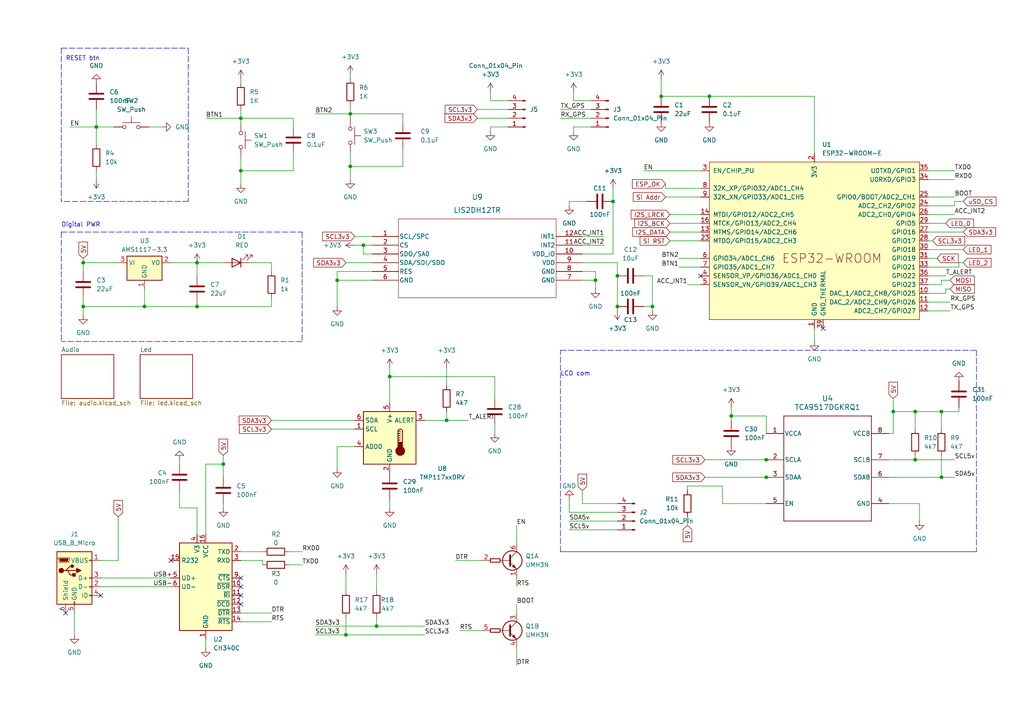
<source format=kicad_sch>
(kicad_sch (version 20230121) (generator eeschema)

  (uuid 5a934fa7-5ed0-48b1-aac4-bf959fa55ea5)

  (paper "A4")

  (lib_symbols
    (symbol "2024-10-06_18-38-18:TCA9517DGKRQ1" (pin_names (offset 0.254)) (in_bom yes) (on_board yes)
      (property "Reference" "U" (at 0 2.54 0)
        (effects (font (size 1.524 1.524)))
      )
      (property "Value" "TCA9517DGKRQ1" (at 0 0 0)
        (effects (font (size 1.524 1.524)))
      )
      (property "Footprint" "DGK0008A_N" (at 0 0 0)
        (effects (font (size 1.27 1.27) italic) hide)
      )
      (property "Datasheet" "TCA9517DGKRQ1" (at 0 0 0)
        (effects (font (size 1.27 1.27) italic) hide)
      )
      (property "ki_locked" "" (at 0 0 0)
        (effects (font (size 1.27 1.27)))
      )
      (property "ki_keywords" "TCA9517DGKRQ1" (at 0 0 0)
        (effects (font (size 1.27 1.27)) hide)
      )
      (property "ki_fp_filters" "DGK0008A_N DGK0008A_M DGK0008A_L" (at 0 0 0)
        (effects (font (size 1.27 1.27)) hide)
      )
      (symbol "TCA9517DGKRQ1_0_1"
        (polyline
          (pts
            (xy -12.7 -15.24)
            (xy 12.7 -15.24)
          )
          (stroke (width 0.2032) (type default))
          (fill (type none))
        )
        (polyline
          (pts
            (xy -12.7 15.24)
            (xy -12.7 -15.24)
          )
          (stroke (width 0.2032) (type default))
          (fill (type none))
        )
        (polyline
          (pts
            (xy 12.7 -15.24)
            (xy 12.7 15.24)
          )
          (stroke (width 0.2032) (type default))
          (fill (type none))
        )
        (polyline
          (pts
            (xy 12.7 15.24)
            (xy -12.7 15.24)
          )
          (stroke (width 0.2032) (type default))
          (fill (type none))
        )
        (pin power_in line (at -17.78 10.16 0) (length 5.08)
          (name "VCCA" (effects (font (size 1.27 1.27))))
          (number "1" (effects (font (size 1.27 1.27))))
        )
        (pin bidirectional line (at -17.78 2.54 0) (length 5.08)
          (name "SCLA" (effects (font (size 1.27 1.27))))
          (number "2" (effects (font (size 1.27 1.27))))
        )
        (pin bidirectional line (at -17.78 -2.54 0) (length 5.08)
          (name "SDAA" (effects (font (size 1.27 1.27))))
          (number "3" (effects (font (size 1.27 1.27))))
        )
        (pin power_in line (at 17.78 -10.16 180) (length 5.08)
          (name "GND" (effects (font (size 1.27 1.27))))
          (number "4" (effects (font (size 1.27 1.27))))
        )
        (pin input line (at -17.78 -10.16 0) (length 5.08)
          (name "EN" (effects (font (size 1.27 1.27))))
          (number "5" (effects (font (size 1.27 1.27))))
        )
        (pin bidirectional line (at 17.78 -2.54 180) (length 5.08)
          (name "SDAB" (effects (font (size 1.27 1.27))))
          (number "6" (effects (font (size 1.27 1.27))))
        )
        (pin bidirectional line (at 17.78 2.54 180) (length 5.08)
          (name "SCLB" (effects (font (size 1.27 1.27))))
          (number "7" (effects (font (size 1.27 1.27))))
        )
        (pin power_in line (at 17.78 10.16 180) (length 5.08)
          (name "VCCB" (effects (font (size 1.27 1.27))))
          (number "8" (effects (font (size 1.27 1.27))))
        )
      )
    )
    (symbol "Connector:Conn_01x04_Pin" (pin_names (offset 1.016) hide) (in_bom yes) (on_board yes)
      (property "Reference" "J" (at 0 5.08 0)
        (effects (font (size 1.27 1.27)))
      )
      (property "Value" "Conn_01x04_Pin" (at 0 -7.62 0)
        (effects (font (size 1.27 1.27)))
      )
      (property "Footprint" "" (at 0 0 0)
        (effects (font (size 1.27 1.27)) hide)
      )
      (property "Datasheet" "~" (at 0 0 0)
        (effects (font (size 1.27 1.27)) hide)
      )
      (property "ki_locked" "" (at 0 0 0)
        (effects (font (size 1.27 1.27)))
      )
      (property "ki_keywords" "connector" (at 0 0 0)
        (effects (font (size 1.27 1.27)) hide)
      )
      (property "ki_description" "Generic connector, single row, 01x04, script generated" (at 0 0 0)
        (effects (font (size 1.27 1.27)) hide)
      )
      (property "ki_fp_filters" "Connector*:*_1x??_*" (at 0 0 0)
        (effects (font (size 1.27 1.27)) hide)
      )
      (symbol "Conn_01x04_Pin_1_1"
        (polyline
          (pts
            (xy 1.27 -5.08)
            (xy 0.8636 -5.08)
          )
          (stroke (width 0.1524) (type default))
          (fill (type none))
        )
        (polyline
          (pts
            (xy 1.27 -2.54)
            (xy 0.8636 -2.54)
          )
          (stroke (width 0.1524) (type default))
          (fill (type none))
        )
        (polyline
          (pts
            (xy 1.27 0)
            (xy 0.8636 0)
          )
          (stroke (width 0.1524) (type default))
          (fill (type none))
        )
        (polyline
          (pts
            (xy 1.27 2.54)
            (xy 0.8636 2.54)
          )
          (stroke (width 0.1524) (type default))
          (fill (type none))
        )
        (rectangle (start 0.8636 -4.953) (end 0 -5.207)
          (stroke (width 0.1524) (type default))
          (fill (type outline))
        )
        (rectangle (start 0.8636 -2.413) (end 0 -2.667)
          (stroke (width 0.1524) (type default))
          (fill (type outline))
        )
        (rectangle (start 0.8636 0.127) (end 0 -0.127)
          (stroke (width 0.1524) (type default))
          (fill (type outline))
        )
        (rectangle (start 0.8636 2.667) (end 0 2.413)
          (stroke (width 0.1524) (type default))
          (fill (type outline))
        )
        (pin passive line (at 5.08 2.54 180) (length 3.81)
          (name "Pin_1" (effects (font (size 1.27 1.27))))
          (number "1" (effects (font (size 1.27 1.27))))
        )
        (pin passive line (at 5.08 0 180) (length 3.81)
          (name "Pin_2" (effects (font (size 1.27 1.27))))
          (number "2" (effects (font (size 1.27 1.27))))
        )
        (pin passive line (at 5.08 -2.54 180) (length 3.81)
          (name "Pin_3" (effects (font (size 1.27 1.27))))
          (number "3" (effects (font (size 1.27 1.27))))
        )
        (pin passive line (at 5.08 -5.08 180) (length 3.81)
          (name "Pin_4" (effects (font (size 1.27 1.27))))
          (number "4" (effects (font (size 1.27 1.27))))
        )
      )
    )
    (symbol "Connector:USB_B_Micro" (pin_names (offset 1.016)) (in_bom yes) (on_board yes)
      (property "Reference" "J" (at -5.08 11.43 0)
        (effects (font (size 1.27 1.27)) (justify left))
      )
      (property "Value" "USB_B_Micro" (at -5.08 8.89 0)
        (effects (font (size 1.27 1.27)) (justify left))
      )
      (property "Footprint" "" (at 3.81 -1.27 0)
        (effects (font (size 1.27 1.27)) hide)
      )
      (property "Datasheet" "~" (at 3.81 -1.27 0)
        (effects (font (size 1.27 1.27)) hide)
      )
      (property "ki_keywords" "connector USB micro" (at 0 0 0)
        (effects (font (size 1.27 1.27)) hide)
      )
      (property "ki_description" "USB Micro Type B connector" (at 0 0 0)
        (effects (font (size 1.27 1.27)) hide)
      )
      (property "ki_fp_filters" "USB*" (at 0 0 0)
        (effects (font (size 1.27 1.27)) hide)
      )
      (symbol "USB_B_Micro_0_1"
        (rectangle (start -5.08 -7.62) (end 5.08 7.62)
          (stroke (width 0.254) (type default))
          (fill (type background))
        )
        (circle (center -3.81 2.159) (radius 0.635)
          (stroke (width 0.254) (type default))
          (fill (type outline))
        )
        (circle (center -0.635 3.429) (radius 0.381)
          (stroke (width 0.254) (type default))
          (fill (type outline))
        )
        (rectangle (start -0.127 -7.62) (end 0.127 -6.858)
          (stroke (width 0) (type default))
          (fill (type none))
        )
        (polyline
          (pts
            (xy -1.905 2.159)
            (xy 0.635 2.159)
          )
          (stroke (width 0.254) (type default))
          (fill (type none))
        )
        (polyline
          (pts
            (xy -3.175 2.159)
            (xy -2.54 2.159)
            (xy -1.27 3.429)
            (xy -0.635 3.429)
          )
          (stroke (width 0.254) (type default))
          (fill (type none))
        )
        (polyline
          (pts
            (xy -2.54 2.159)
            (xy -1.905 2.159)
            (xy -1.27 0.889)
            (xy 0 0.889)
          )
          (stroke (width 0.254) (type default))
          (fill (type none))
        )
        (polyline
          (pts
            (xy 0.635 2.794)
            (xy 0.635 1.524)
            (xy 1.905 2.159)
            (xy 0.635 2.794)
          )
          (stroke (width 0.254) (type default))
          (fill (type outline))
        )
        (polyline
          (pts
            (xy -4.318 5.588)
            (xy -1.778 5.588)
            (xy -2.032 4.826)
            (xy -4.064 4.826)
            (xy -4.318 5.588)
          )
          (stroke (width 0) (type default))
          (fill (type outline))
        )
        (polyline
          (pts
            (xy -4.699 5.842)
            (xy -4.699 5.588)
            (xy -4.445 4.826)
            (xy -4.445 4.572)
            (xy -1.651 4.572)
            (xy -1.651 4.826)
            (xy -1.397 5.588)
            (xy -1.397 5.842)
            (xy -4.699 5.842)
          )
          (stroke (width 0) (type default))
          (fill (type none))
        )
        (rectangle (start 0.254 1.27) (end -0.508 0.508)
          (stroke (width 0.254) (type default))
          (fill (type outline))
        )
        (rectangle (start 5.08 -5.207) (end 4.318 -4.953)
          (stroke (width 0) (type default))
          (fill (type none))
        )
        (rectangle (start 5.08 -2.667) (end 4.318 -2.413)
          (stroke (width 0) (type default))
          (fill (type none))
        )
        (rectangle (start 5.08 -0.127) (end 4.318 0.127)
          (stroke (width 0) (type default))
          (fill (type none))
        )
        (rectangle (start 5.08 4.953) (end 4.318 5.207)
          (stroke (width 0) (type default))
          (fill (type none))
        )
      )
      (symbol "USB_B_Micro_1_1"
        (pin power_out line (at 7.62 5.08 180) (length 2.54)
          (name "VBUS" (effects (font (size 1.27 1.27))))
          (number "1" (effects (font (size 1.27 1.27))))
        )
        (pin bidirectional line (at 7.62 -2.54 180) (length 2.54)
          (name "D-" (effects (font (size 1.27 1.27))))
          (number "2" (effects (font (size 1.27 1.27))))
        )
        (pin bidirectional line (at 7.62 0 180) (length 2.54)
          (name "D+" (effects (font (size 1.27 1.27))))
          (number "3" (effects (font (size 1.27 1.27))))
        )
        (pin passive line (at 7.62 -5.08 180) (length 2.54)
          (name "ID" (effects (font (size 1.27 1.27))))
          (number "4" (effects (font (size 1.27 1.27))))
        )
        (pin power_out line (at 0 -10.16 90) (length 2.54)
          (name "GND" (effects (font (size 1.27 1.27))))
          (number "5" (effects (font (size 1.27 1.27))))
        )
        (pin passive line (at -2.54 -10.16 90) (length 2.54)
          (name "Shield" (effects (font (size 1.27 1.27))))
          (number "6" (effects (font (size 1.27 1.27))))
        )
      )
    )
    (symbol "Device:C" (pin_numbers hide) (pin_names (offset 0.254)) (in_bom yes) (on_board yes)
      (property "Reference" "C" (at 0.635 2.54 0)
        (effects (font (size 1.27 1.27)) (justify left))
      )
      (property "Value" "C" (at 0.635 -2.54 0)
        (effects (font (size 1.27 1.27)) (justify left))
      )
      (property "Footprint" "" (at 0.9652 -3.81 0)
        (effects (font (size 1.27 1.27)) hide)
      )
      (property "Datasheet" "~" (at 0 0 0)
        (effects (font (size 1.27 1.27)) hide)
      )
      (property "ki_keywords" "cap capacitor" (at 0 0 0)
        (effects (font (size 1.27 1.27)) hide)
      )
      (property "ki_description" "Unpolarized capacitor" (at 0 0 0)
        (effects (font (size 1.27 1.27)) hide)
      )
      (property "ki_fp_filters" "C_*" (at 0 0 0)
        (effects (font (size 1.27 1.27)) hide)
      )
      (symbol "C_0_1"
        (polyline
          (pts
            (xy -2.032 -0.762)
            (xy 2.032 -0.762)
          )
          (stroke (width 0.508) (type default))
          (fill (type none))
        )
        (polyline
          (pts
            (xy -2.032 0.762)
            (xy 2.032 0.762)
          )
          (stroke (width 0.508) (type default))
          (fill (type none))
        )
      )
      (symbol "C_1_1"
        (pin passive line (at 0 3.81 270) (length 2.794)
          (name "~" (effects (font (size 1.27 1.27))))
          (number "1" (effects (font (size 1.27 1.27))))
        )
        (pin passive line (at 0 -3.81 90) (length 2.794)
          (name "~" (effects (font (size 1.27 1.27))))
          (number "2" (effects (font (size 1.27 1.27))))
        )
      )
    )
    (symbol "Device:LED" (pin_numbers hide) (pin_names (offset 1.016) hide) (in_bom yes) (on_board yes)
      (property "Reference" "D" (at 0 2.54 0)
        (effects (font (size 1.27 1.27)))
      )
      (property "Value" "LED" (at 0 -2.54 0)
        (effects (font (size 1.27 1.27)))
      )
      (property "Footprint" "" (at 0 0 0)
        (effects (font (size 1.27 1.27)) hide)
      )
      (property "Datasheet" "~" (at 0 0 0)
        (effects (font (size 1.27 1.27)) hide)
      )
      (property "ki_keywords" "LED diode" (at 0 0 0)
        (effects (font (size 1.27 1.27)) hide)
      )
      (property "ki_description" "Light emitting diode" (at 0 0 0)
        (effects (font (size 1.27 1.27)) hide)
      )
      (property "ki_fp_filters" "LED* LED_SMD:* LED_THT:*" (at 0 0 0)
        (effects (font (size 1.27 1.27)) hide)
      )
      (symbol "LED_0_1"
        (polyline
          (pts
            (xy -1.27 -1.27)
            (xy -1.27 1.27)
          )
          (stroke (width 0.254) (type default))
          (fill (type none))
        )
        (polyline
          (pts
            (xy -1.27 0)
            (xy 1.27 0)
          )
          (stroke (width 0) (type default))
          (fill (type none))
        )
        (polyline
          (pts
            (xy 1.27 -1.27)
            (xy 1.27 1.27)
            (xy -1.27 0)
            (xy 1.27 -1.27)
          )
          (stroke (width 0.254) (type default))
          (fill (type none))
        )
        (polyline
          (pts
            (xy -3.048 -0.762)
            (xy -4.572 -2.286)
            (xy -3.81 -2.286)
            (xy -4.572 -2.286)
            (xy -4.572 -1.524)
          )
          (stroke (width 0) (type default))
          (fill (type none))
        )
        (polyline
          (pts
            (xy -1.778 -0.762)
            (xy -3.302 -2.286)
            (xy -2.54 -2.286)
            (xy -3.302 -2.286)
            (xy -3.302 -1.524)
          )
          (stroke (width 0) (type default))
          (fill (type none))
        )
      )
      (symbol "LED_1_1"
        (pin passive line (at -3.81 0 0) (length 2.54)
          (name "K" (effects (font (size 1.27 1.27))))
          (number "1" (effects (font (size 1.27 1.27))))
        )
        (pin passive line (at 3.81 0 180) (length 2.54)
          (name "A" (effects (font (size 1.27 1.27))))
          (number "2" (effects (font (size 1.27 1.27))))
        )
      )
    )
    (symbol "Device:R" (pin_numbers hide) (pin_names (offset 0)) (in_bom yes) (on_board yes)
      (property "Reference" "R" (at 2.032 0 90)
        (effects (font (size 1.27 1.27)))
      )
      (property "Value" "R" (at 0 0 90)
        (effects (font (size 1.27 1.27)))
      )
      (property "Footprint" "" (at -1.778 0 90)
        (effects (font (size 1.27 1.27)) hide)
      )
      (property "Datasheet" "~" (at 0 0 0)
        (effects (font (size 1.27 1.27)) hide)
      )
      (property "ki_keywords" "R res resistor" (at 0 0 0)
        (effects (font (size 1.27 1.27)) hide)
      )
      (property "ki_description" "Resistor" (at 0 0 0)
        (effects (font (size 1.27 1.27)) hide)
      )
      (property "ki_fp_filters" "R_*" (at 0 0 0)
        (effects (font (size 1.27 1.27)) hide)
      )
      (symbol "R_0_1"
        (rectangle (start -1.016 -2.54) (end 1.016 2.54)
          (stroke (width 0.254) (type default))
          (fill (type none))
        )
      )
      (symbol "R_1_1"
        (pin passive line (at 0 3.81 270) (length 1.27)
          (name "~" (effects (font (size 1.27 1.27))))
          (number "1" (effects (font (size 1.27 1.27))))
        )
        (pin passive line (at 0 -3.81 90) (length 1.27)
          (name "~" (effects (font (size 1.27 1.27))))
          (number "2" (effects (font (size 1.27 1.27))))
        )
      )
    )
    (symbol "Interface_USB:CH340C" (in_bom yes) (on_board yes)
      (property "Reference" "U" (at -5.08 13.97 0)
        (effects (font (size 1.27 1.27)) (justify right))
      )
      (property "Value" "CH340C" (at 1.27 13.97 0)
        (effects (font (size 1.27 1.27)) (justify left))
      )
      (property "Footprint" "Package_SO:SOIC-16_3.9x9.9mm_P1.27mm" (at 1.27 -13.97 0)
        (effects (font (size 1.27 1.27)) (justify left) hide)
      )
      (property "Datasheet" "https://datasheet.lcsc.com/szlcsc/Jiangsu-Qin-Heng-CH340C_C84681.pdf" (at -8.89 20.32 0)
        (effects (font (size 1.27 1.27)) hide)
      )
      (property "ki_keywords" "USB UART Serial Converter Interface" (at 0 0 0)
        (effects (font (size 1.27 1.27)) hide)
      )
      (property "ki_description" "USB serial converter, UART, SOIC-16" (at 0 0 0)
        (effects (font (size 1.27 1.27)) hide)
      )
      (property "ki_fp_filters" "SOIC*3.9x9.9mm*P1.27mm*" (at 0 0 0)
        (effects (font (size 1.27 1.27)) hide)
      )
      (symbol "CH340C_0_1"
        (rectangle (start -7.62 12.7) (end 7.62 -12.7)
          (stroke (width 0.254) (type default))
          (fill (type background))
        )
      )
      (symbol "CH340C_1_1"
        (pin power_in line (at 0 -15.24 90) (length 2.54)
          (name "GND" (effects (font (size 1.27 1.27))))
          (number "1" (effects (font (size 1.27 1.27))))
        )
        (pin input line (at 10.16 0 180) (length 2.54)
          (name "~{DSR}" (effects (font (size 1.27 1.27))))
          (number "10" (effects (font (size 1.27 1.27))))
        )
        (pin input line (at 10.16 -2.54 180) (length 2.54)
          (name "~{RI}" (effects (font (size 1.27 1.27))))
          (number "11" (effects (font (size 1.27 1.27))))
        )
        (pin input line (at 10.16 -5.08 180) (length 2.54)
          (name "~{DCD}" (effects (font (size 1.27 1.27))))
          (number "12" (effects (font (size 1.27 1.27))))
        )
        (pin output line (at 10.16 -7.62 180) (length 2.54)
          (name "~{DTR}" (effects (font (size 1.27 1.27))))
          (number "13" (effects (font (size 1.27 1.27))))
        )
        (pin output line (at 10.16 -10.16 180) (length 2.54)
          (name "~{RTS}" (effects (font (size 1.27 1.27))))
          (number "14" (effects (font (size 1.27 1.27))))
        )
        (pin input line (at -10.16 7.62 0) (length 2.54)
          (name "R232" (effects (font (size 1.27 1.27))))
          (number "15" (effects (font (size 1.27 1.27))))
        )
        (pin power_in line (at 0 15.24 270) (length 2.54)
          (name "VCC" (effects (font (size 1.27 1.27))))
          (number "16" (effects (font (size 1.27 1.27))))
        )
        (pin output line (at 10.16 10.16 180) (length 2.54)
          (name "TXD" (effects (font (size 1.27 1.27))))
          (number "2" (effects (font (size 1.27 1.27))))
        )
        (pin input line (at 10.16 7.62 180) (length 2.54)
          (name "RXD" (effects (font (size 1.27 1.27))))
          (number "3" (effects (font (size 1.27 1.27))))
        )
        (pin passive line (at -2.54 15.24 270) (length 2.54)
          (name "V3" (effects (font (size 1.27 1.27))))
          (number "4" (effects (font (size 1.27 1.27))))
        )
        (pin bidirectional line (at -10.16 2.54 0) (length 2.54)
          (name "UD+" (effects (font (size 1.27 1.27))))
          (number "5" (effects (font (size 1.27 1.27))))
        )
        (pin bidirectional line (at -10.16 0 0) (length 2.54)
          (name "UD-" (effects (font (size 1.27 1.27))))
          (number "6" (effects (font (size 1.27 1.27))))
        )
        (pin no_connect line (at -7.62 -7.62 0) (length 2.54) hide
          (name "NC" (effects (font (size 1.27 1.27))))
          (number "7" (effects (font (size 1.27 1.27))))
        )
        (pin no_connect line (at -7.62 -10.16 0) (length 2.54) hide
          (name "NC" (effects (font (size 1.27 1.27))))
          (number "8" (effects (font (size 1.27 1.27))))
        )
        (pin input line (at 10.16 2.54 180) (length 2.54)
          (name "~{CTS}" (effects (font (size 1.27 1.27))))
          (number "9" (effects (font (size 1.27 1.27))))
        )
      )
    )
    (symbol "LIS2DH12:LIS2DH12TR" (pin_names (offset 0.254)) (in_bom yes) (on_board yes)
      (property "Reference" "U" (at 30.48 10.16 0)
        (effects (font (size 1.524 1.524)))
      )
      (property "Value" "LIS2DH12TR" (at 30.48 7.62 0)
        (effects (font (size 1.524 1.524)))
      )
      (property "Footprint" "LGA-12_STM" (at 0 0 0)
        (effects (font (size 1.27 1.27) italic) hide)
      )
      (property "Datasheet" "LIS2DH12TR" (at 0 0 0)
        (effects (font (size 1.27 1.27) italic) hide)
      )
      (property "ki_locked" "" (at 0 0 0)
        (effects (font (size 1.27 1.27)))
      )
      (property "ki_keywords" "LIS2DH12TR" (at 0 0 0)
        (effects (font (size 1.27 1.27)) hide)
      )
      (property "ki_fp_filters" "LGA-12_STM LGA-12_STM-M LGA-12_STM-L" (at 0 0 0)
        (effects (font (size 1.27 1.27)) hide)
      )
      (symbol "LIS2DH12TR_0_1"
        (polyline
          (pts
            (xy 7.62 -17.78)
            (xy 53.34 -17.78)
          )
          (stroke (width 0.127) (type default))
          (fill (type none))
        )
        (polyline
          (pts
            (xy 7.62 5.08)
            (xy 7.62 -17.78)
          )
          (stroke (width 0.127) (type default))
          (fill (type none))
        )
        (polyline
          (pts
            (xy 53.34 -17.78)
            (xy 53.34 5.08)
          )
          (stroke (width 0.127) (type default))
          (fill (type none))
        )
        (polyline
          (pts
            (xy 53.34 5.08)
            (xy 7.62 5.08)
          )
          (stroke (width 0.127) (type default))
          (fill (type none))
        )
        (pin bidirectional line (at 0 0 0) (length 7.62)
          (name "SCL/SPC" (effects (font (size 1.27 1.27))))
          (number "1" (effects (font (size 1.27 1.27))))
        )
        (pin power_in line (at 60.96 -5.08 180) (length 7.62)
          (name "VDD_IO" (effects (font (size 1.27 1.27))))
          (number "10" (effects (font (size 1.27 1.27))))
        )
        (pin unspecified line (at 60.96 -2.54 180) (length 7.62)
          (name "INT2" (effects (font (size 1.27 1.27))))
          (number "11" (effects (font (size 1.27 1.27))))
        )
        (pin unspecified line (at 60.96 0 180) (length 7.62)
          (name "INT1" (effects (font (size 1.27 1.27))))
          (number "12" (effects (font (size 1.27 1.27))))
        )
        (pin bidirectional line (at 0 -2.54 0) (length 7.62)
          (name "CS" (effects (font (size 1.27 1.27))))
          (number "2" (effects (font (size 1.27 1.27))))
        )
        (pin bidirectional line (at 0 -5.08 0) (length 7.62)
          (name "SDO/SA0" (effects (font (size 1.27 1.27))))
          (number "3" (effects (font (size 1.27 1.27))))
        )
        (pin bidirectional line (at 0 -7.62 0) (length 7.62)
          (name "SDA/SDI/SDO" (effects (font (size 1.27 1.27))))
          (number "4" (effects (font (size 1.27 1.27))))
        )
        (pin unspecified line (at 0 -10.16 0) (length 7.62)
          (name "RES" (effects (font (size 1.27 1.27))))
          (number "5" (effects (font (size 1.27 1.27))))
        )
        (pin power_in line (at 0 -12.7 0) (length 7.62)
          (name "GND" (effects (font (size 1.27 1.27))))
          (number "6" (effects (font (size 1.27 1.27))))
        )
        (pin power_in line (at 60.96 -12.7 180) (length 7.62)
          (name "GND" (effects (font (size 1.27 1.27))))
          (number "7" (effects (font (size 1.27 1.27))))
        )
        (pin power_in line (at 60.96 -10.16 180) (length 7.62)
          (name "GND" (effects (font (size 1.27 1.27))))
          (number "8" (effects (font (size 1.27 1.27))))
        )
        (pin power_in line (at 60.96 -7.62 180) (length 7.62)
          (name "VDD" (effects (font (size 1.27 1.27))))
          (number "9" (effects (font (size 1.27 1.27))))
        )
      )
    )
    (symbol "PCM_Espressif:ESP32-WROOM-E" (pin_names (offset 1.016)) (in_bom yes) (on_board yes)
      (property "Reference" "U" (at -30.48 27.94 0)
        (effects (font (size 1.27 1.27)) (justify left))
      )
      (property "Value" "ESP32-WROOM-E" (at -30.48 25.4 0)
        (effects (font (size 1.27 1.27)) (justify left))
      )
      (property "Footprint" "Espressif:ESP32-WROOM-32E" (at 0 -35.56 0)
        (effects (font (size 1.27 1.27)) hide)
      )
      (property "Datasheet" "https://www.espressif.com/sites/default/files/documentation/esp32-wroom-32e_esp32-wroom-32ue_datasheet_en.pdf" (at 0 -38.1 0)
        (effects (font (size 1.27 1.27)) hide)
      )
      (property "ki_keywords" "ESP32" (at 0 0 0)
        (effects (font (size 1.27 1.27)) hide)
      )
      (property "ki_description" "ESP32-WROOM-32E integrates ESP32-D0WD-V3, with higher stability and safety performance." (at 0 0 0)
        (effects (font (size 1.27 1.27)) hide)
      )
      (symbol "ESP32-WROOM-E_0_1"
        (rectangle (start -30.48 22.86) (end 30.48 -22.86)
          (stroke (width 0) (type default))
          (fill (type background))
        )
      )
      (symbol "ESP32-WROOM-E_1_1"
        (text "ESP32-­WROOM­" (at 5.08 -5.08 0)
          (effects (font (size 2.54 2.54)))
        )
        (pin power_in line (at 0 -25.4 90) (length 2.54)
          (name "GND" (effects (font (size 1.27 1.27))))
          (number "1" (effects (font (size 1.27 1.27))))
        )
        (pin bidirectional line (at 33.02 -15.24 180) (length 2.54)
          (name "DAC_1/ADC2_CH8/GPIO25" (effects (font (size 1.27 1.27))))
          (number "10" (effects (font (size 1.27 1.27))))
        )
        (pin bidirectional line (at 33.02 -17.78 180) (length 2.54)
          (name "DAC_2/ADC2_CH9/GPIO26" (effects (font (size 1.27 1.27))))
          (number "11" (effects (font (size 1.27 1.27))))
        )
        (pin bidirectional line (at 33.02 -20.32 180) (length 2.54)
          (name "ADC2_CH7/GPIO27" (effects (font (size 1.27 1.27))))
          (number "12" (effects (font (size 1.27 1.27))))
        )
        (pin bidirectional line (at -33.02 2.54 0) (length 2.54)
          (name "MTMS/GPIO14/ADC2_CH6" (effects (font (size 1.27 1.27))))
          (number "13" (effects (font (size 1.27 1.27))))
        )
        (pin bidirectional line (at -33.02 7.62 0) (length 2.54)
          (name "MTDI/GPIO12/ADC2_CH5" (effects (font (size 1.27 1.27))))
          (number "14" (effects (font (size 1.27 1.27))))
        )
        (pin passive line (at 0 -25.4 90) (length 2.54) hide
          (name "GND" (effects (font (size 1.27 1.27))))
          (number "15" (effects (font (size 1.27 1.27))))
        )
        (pin bidirectional line (at -33.02 5.08 0) (length 2.54)
          (name "MTCK/GPIO13/ADC2_CH4" (effects (font (size 1.27 1.27))))
          (number "16" (effects (font (size 1.27 1.27))))
        )
        (pin power_in line (at 0 25.4 270) (length 2.54)
          (name "3V3" (effects (font (size 1.27 1.27))))
          (number "2" (effects (font (size 1.27 1.27))))
        )
        (pin bidirectional line (at -33.02 0 0) (length 2.54)
          (name "MTDO/GPIO15/ADC2_CH3" (effects (font (size 1.27 1.27))))
          (number "23" (effects (font (size 1.27 1.27))))
        )
        (pin bidirectional line (at 33.02 10.16 180) (length 2.54)
          (name "ADC2_CH2/GPIO2" (effects (font (size 1.27 1.27))))
          (number "24" (effects (font (size 1.27 1.27))))
        )
        (pin bidirectional line (at 33.02 12.7 180) (length 2.54)
          (name "GPIO0/BOOT/ADC2_CH1" (effects (font (size 1.27 1.27))))
          (number "25" (effects (font (size 1.27 1.27))))
        )
        (pin bidirectional line (at 33.02 7.62 180) (length 2.54)
          (name "ADC2_CH0/GPIO4" (effects (font (size 1.27 1.27))))
          (number "26" (effects (font (size 1.27 1.27))))
        )
        (pin bidirectional line (at 33.02 2.54 180) (length 2.54)
          (name "GPIO16" (effects (font (size 1.27 1.27))))
          (number "27" (effects (font (size 1.27 1.27))))
        )
        (pin bidirectional line (at 33.02 0 180) (length 2.54)
          (name "GPIO17" (effects (font (size 1.27 1.27))))
          (number "28" (effects (font (size 1.27 1.27))))
        )
        (pin bidirectional line (at 33.02 5.08 180) (length 2.54)
          (name "GPIO5" (effects (font (size 1.27 1.27))))
          (number "29" (effects (font (size 1.27 1.27))))
        )
        (pin input line (at -33.02 20.32 0) (length 2.54)
          (name "EN/CHIP_PU" (effects (font (size 1.27 1.27))))
          (number "3" (effects (font (size 1.27 1.27))))
        )
        (pin bidirectional line (at 33.02 -2.54 180) (length 2.54)
          (name "GPIO18" (effects (font (size 1.27 1.27))))
          (number "30" (effects (font (size 1.27 1.27))))
        )
        (pin bidirectional line (at 33.02 -5.08 180) (length 2.54)
          (name "GPIO19" (effects (font (size 1.27 1.27))))
          (number "31" (effects (font (size 1.27 1.27))))
        )
        (pin bidirectional line (at 33.02 -7.62 180) (length 2.54)
          (name "GPIO21" (effects (font (size 1.27 1.27))))
          (number "33" (effects (font (size 1.27 1.27))))
        )
        (pin bidirectional line (at 33.02 17.78 180) (length 2.54)
          (name "U0RXD/GPIO3" (effects (font (size 1.27 1.27))))
          (number "34" (effects (font (size 1.27 1.27))))
        )
        (pin bidirectional line (at 33.02 20.32 180) (length 2.54)
          (name "U0TXD/GPIO1" (effects (font (size 1.27 1.27))))
          (number "35" (effects (font (size 1.27 1.27))))
        )
        (pin bidirectional line (at 33.02 -10.16 180) (length 2.54)
          (name "GPIO22" (effects (font (size 1.27 1.27))))
          (number "36" (effects (font (size 1.27 1.27))))
        )
        (pin bidirectional line (at 33.02 -12.7 180) (length 2.54)
          (name "GPIO23" (effects (font (size 1.27 1.27))))
          (number "37" (effects (font (size 1.27 1.27))))
        )
        (pin passive line (at 0 -25.4 90) (length 2.54) hide
          (name "GND" (effects (font (size 1.27 1.27))))
          (number "38" (effects (font (size 1.27 1.27))))
        )
        (pin power_in line (at 2.54 -25.4 90) (length 2.54)
          (name "GND_THERMAL" (effects (font (size 1.27 1.27))))
          (number "39" (effects (font (size 1.27 1.27))))
        )
        (pin input line (at -33.02 -10.16 0) (length 2.54)
          (name "SENSOR_VP/GPIO36/ADC1_CH0" (effects (font (size 1.27 1.27))))
          (number "4" (effects (font (size 1.27 1.27))))
        )
        (pin input line (at -33.02 -12.7 0) (length 2.54)
          (name "SENSOR_VN/GPIO39/ADC1_CH3" (effects (font (size 1.27 1.27))))
          (number "5" (effects (font (size 1.27 1.27))))
        )
        (pin input line (at -33.02 -5.08 0) (length 2.54)
          (name "GPIO34/ADC1_CH6" (effects (font (size 1.27 1.27))))
          (number "6" (effects (font (size 1.27 1.27))))
        )
        (pin input line (at -33.02 -7.62 0) (length 2.54)
          (name "GPIO35/ADC1_CH7" (effects (font (size 1.27 1.27))))
          (number "7" (effects (font (size 1.27 1.27))))
        )
        (pin bidirectional line (at -33.02 15.24 0) (length 2.54)
          (name "32K_XP/GPIO32/ADC1_CH4" (effects (font (size 1.27 1.27))))
          (number "8" (effects (font (size 1.27 1.27))))
        )
        (pin bidirectional line (at -33.02 12.7 0) (length 2.54)
          (name "32K_XN/GPIO33/ADC1_CH5" (effects (font (size 1.27 1.27))))
          (number "9" (effects (font (size 1.27 1.27))))
        )
      )
    )
    (symbol "Regulator_Linear:AMS1117-3.3" (in_bom yes) (on_board yes)
      (property "Reference" "U" (at -3.81 3.175 0)
        (effects (font (size 1.27 1.27)))
      )
      (property "Value" "AMS1117-3.3" (at 0 3.175 0)
        (effects (font (size 1.27 1.27)) (justify left))
      )
      (property "Footprint" "Package_TO_SOT_SMD:SOT-223-3_TabPin2" (at 0 5.08 0)
        (effects (font (size 1.27 1.27)) hide)
      )
      (property "Datasheet" "http://www.advanced-monolithic.com/pdf/ds1117.pdf" (at 2.54 -6.35 0)
        (effects (font (size 1.27 1.27)) hide)
      )
      (property "ki_keywords" "linear regulator ldo fixed positive" (at 0 0 0)
        (effects (font (size 1.27 1.27)) hide)
      )
      (property "ki_description" "1A Low Dropout regulator, positive, 3.3V fixed output, SOT-223" (at 0 0 0)
        (effects (font (size 1.27 1.27)) hide)
      )
      (property "ki_fp_filters" "SOT?223*TabPin2*" (at 0 0 0)
        (effects (font (size 1.27 1.27)) hide)
      )
      (symbol "AMS1117-3.3_0_1"
        (rectangle (start -5.08 -5.08) (end 5.08 1.905)
          (stroke (width 0.254) (type default))
          (fill (type background))
        )
      )
      (symbol "AMS1117-3.3_1_1"
        (pin power_in line (at 0 -7.62 90) (length 2.54)
          (name "GND" (effects (font (size 1.27 1.27))))
          (number "1" (effects (font (size 1.27 1.27))))
        )
        (pin power_out line (at 7.62 0 180) (length 2.54)
          (name "VO" (effects (font (size 1.27 1.27))))
          (number "2" (effects (font (size 1.27 1.27))))
        )
        (pin power_in line (at -7.62 0 0) (length 2.54)
          (name "VI" (effects (font (size 1.27 1.27))))
          (number "3" (effects (font (size 1.27 1.27))))
        )
      )
    )
    (symbol "Sensor_Temperature:TMP117xxDRV" (in_bom yes) (on_board yes)
      (property "Reference" "U" (at -2.54 10.795 0)
        (effects (font (size 1.27 1.27)) (justify right))
      )
      (property "Value" "TMP117xxDRV" (at -2.54 8.89 0)
        (effects (font (size 1.27 1.27)) (justify right))
      )
      (property "Footprint" "Package_SON:WSON-6-1EP_2x2mm_P0.65mm_EP1x1.6mm" (at 1.27 -8.89 0)
        (effects (font (size 1.27 1.27)) (justify left) hide)
      )
      (property "Datasheet" "https://www.ti.com/lit/ds/symlink/tmp117.pdf" (at 1.27 -11.43 0)
        (effects (font (size 1.27 1.27)) (justify left) hide)
      )
      (property "ki_keywords" "digital temperature sensor i2c smbus nist" (at 0 0 0)
        (effects (font (size 1.27 1.27)) hide)
      )
      (property "ki_description" "Digital Temperature Sensor with I2C/SMBus Interface, 16 bits, +/-0.3° C, one-shot conversion, alert, nist traceable, EEPROM, WSON" (at 0 0 0)
        (effects (font (size 1.27 1.27)) hide)
      )
      (property "ki_fp_filters" "WSON*1EP?2x2mm?P0.65mm?EP1x1.6mm*" (at 0 0 0)
        (effects (font (size 1.27 1.27)) hide)
      )
      (symbol "TMP117xxDRV_0_1"
        (rectangle (start -7.62 7.62) (end 7.62 -7.62)
          (stroke (width 0.254) (type default))
          (fill (type background))
        )
      )
      (symbol "TMP117xxDRV_1_1"
        (polyline
          (pts
            (xy 2.413 -0.635)
            (xy 3.048 -0.635)
          )
          (stroke (width 0.254) (type default))
          (fill (type none))
        )
        (polyline
          (pts
            (xy 2.413 0)
            (xy 3.048 0)
          )
          (stroke (width 0.254) (type default))
          (fill (type none))
        )
        (polyline
          (pts
            (xy 2.413 0.635)
            (xy 3.048 0.635)
          )
          (stroke (width 0.254) (type default))
          (fill (type none))
        )
        (polyline
          (pts
            (xy 2.413 1.27)
            (xy 3.048 1.27)
          )
          (stroke (width 0.254) (type default))
          (fill (type none))
        )
        (polyline
          (pts
            (xy 2.413 1.905)
            (xy 2.413 -1.27)
          )
          (stroke (width 0.254) (type default))
          (fill (type none))
        )
        (polyline
          (pts
            (xy 2.413 1.905)
            (xy 3.048 1.905)
          )
          (stroke (width 0.254) (type default))
          (fill (type none))
        )
        (polyline
          (pts
            (xy 3.683 1.905)
            (xy 3.683 -1.27)
          )
          (stroke (width 0.254) (type default))
          (fill (type none))
        )
        (circle (center 3.048 -3.81) (radius 1.27)
          (stroke (width 0.254) (type default))
          (fill (type outline))
        )
        (rectangle (start 3.683 -3.175) (end 2.413 -1.27)
          (stroke (width 0.254) (type default))
          (fill (type outline))
        )
        (arc (start 3.683 1.905) (mid 3.048 2.5373) (end 2.413 1.905)
          (stroke (width 0.254) (type default))
          (fill (type none))
        )
        (pin input line (at -10.16 2.54 0) (length 2.54)
          (name "SCL" (effects (font (size 1.27 1.27))))
          (number "1" (effects (font (size 1.27 1.27))))
        )
        (pin power_in line (at 0 -10.16 90) (length 2.54)
          (name "GND" (effects (font (size 1.27 1.27))))
          (number "2" (effects (font (size 1.27 1.27))))
        )
        (pin open_collector line (at 10.16 5.08 180) (length 2.54)
          (name "ALERT" (effects (font (size 1.27 1.27))))
          (number "3" (effects (font (size 1.27 1.27))))
        )
        (pin input line (at -10.16 -2.54 0) (length 2.54)
          (name "ADD0" (effects (font (size 1.27 1.27))))
          (number "4" (effects (font (size 1.27 1.27))))
        )
        (pin power_in line (at 0 10.16 270) (length 2.54)
          (name "V+" (effects (font (size 1.27 1.27))))
          (number "5" (effects (font (size 1.27 1.27))))
        )
        (pin bidirectional line (at -10.16 5.08 0) (length 2.54)
          (name "SDA" (effects (font (size 1.27 1.27))))
          (number "6" (effects (font (size 1.27 1.27))))
        )
      )
    )
    (symbol "Switch:SW_Push" (pin_numbers hide) (pin_names (offset 1.016) hide) (in_bom yes) (on_board yes)
      (property "Reference" "SW" (at 1.27 2.54 0)
        (effects (font (size 1.27 1.27)) (justify left))
      )
      (property "Value" "SW_Push" (at 0 -1.524 0)
        (effects (font (size 1.27 1.27)))
      )
      (property "Footprint" "" (at 0 5.08 0)
        (effects (font (size 1.27 1.27)) hide)
      )
      (property "Datasheet" "~" (at 0 5.08 0)
        (effects (font (size 1.27 1.27)) hide)
      )
      (property "ki_keywords" "switch normally-open pushbutton push-button" (at 0 0 0)
        (effects (font (size 1.27 1.27)) hide)
      )
      (property "ki_description" "Push button switch, generic, two pins" (at 0 0 0)
        (effects (font (size 1.27 1.27)) hide)
      )
      (symbol "SW_Push_0_1"
        (circle (center -2.032 0) (radius 0.508)
          (stroke (width 0) (type default))
          (fill (type none))
        )
        (polyline
          (pts
            (xy 0 1.27)
            (xy 0 3.048)
          )
          (stroke (width 0) (type default))
          (fill (type none))
        )
        (polyline
          (pts
            (xy 2.54 1.27)
            (xy -2.54 1.27)
          )
          (stroke (width 0) (type default))
          (fill (type none))
        )
        (circle (center 2.032 0) (radius 0.508)
          (stroke (width 0) (type default))
          (fill (type none))
        )
        (pin passive line (at -5.08 0 0) (length 2.54)
          (name "1" (effects (font (size 1.27 1.27))))
          (number "1" (effects (font (size 1.27 1.27))))
        )
        (pin passive line (at 5.08 0 180) (length 2.54)
          (name "2" (effects (font (size 1.27 1.27))))
          (number "2" (effects (font (size 1.27 1.27))))
        )
      )
    )
    (symbol "Transistor_BJT:UMH3N" (pin_names hide) (in_bom yes) (on_board yes)
      (property "Reference" "Q" (at 7.62 1.27 0)
        (effects (font (size 1.27 1.27)) (justify left))
      )
      (property "Value" "UMH3N" (at 7.62 -1.27 0)
        (effects (font (size 1.27 1.27)) (justify left))
      )
      (property "Footprint" "Package_TO_SOT_SMD:SOT-363_SC-70-6" (at 0.127 -11.176 0)
        (effects (font (size 1.27 1.27)) hide)
      )
      (property "Datasheet" "http://rohmfs.rohm.com/en/products/databook/datasheet/discrete/transistor/digital/emh3t2r-e.pdf" (at 3.81 0 0)
        (effects (font (size 1.27 1.27)) hide)
      )
      (property "ki_keywords" "Dual NPN Transistor" (at 0 0 0)
        (effects (font (size 1.27 1.27)) hide)
      )
      (property "ki_description" "0.1A Ic, 50V Vce, Dual NPN Input Resistor Transistors, SOT-363" (at 0 0 0)
        (effects (font (size 1.27 1.27)) hide)
      )
      (property "ki_fp_filters" "SOT?363*" (at 0 0 0)
        (effects (font (size 1.27 1.27)) hide)
      )
      (symbol "UMH3N_0_1"
        (polyline
          (pts
            (xy 3.175 0)
            (xy 0.254 0)
          )
          (stroke (width 0) (type default))
          (fill (type none))
        )
        (polyline
          (pts
            (xy 3.175 0.635)
            (xy 5.08 2.54)
          )
          (stroke (width 0) (type default))
          (fill (type none))
        )
        (polyline
          (pts
            (xy 3.175 1.524)
            (xy 3.175 -1.524)
          )
          (stroke (width 0.508) (type default))
          (fill (type none))
        )
        (polyline
          (pts
            (xy 3.175 -0.635)
            (xy 5.08 -2.54)
            (xy 5.08 -2.54)
          )
          (stroke (width 0) (type default))
          (fill (type none))
        )
        (polyline
          (pts
            (xy 3.81 -1.778)
            (xy 4.318 -1.27)
            (xy 4.826 -2.286)
            (xy 3.81 -1.778)
            (xy 3.81 -1.778)
          )
          (stroke (width 0) (type default))
          (fill (type outline))
        )
        (rectangle (start 0.254 0.508) (end -2.54 -0.508)
          (stroke (width 0.254) (type default))
          (fill (type none))
        )
        (circle (center 3.81 0) (radius 2.8194)
          (stroke (width 0.254) (type default))
          (fill (type none))
        )
      )
      (symbol "UMH3N_1_1"
        (pin passive line (at 5.08 -5.08 90) (length 2.54)
          (name "E1" (effects (font (size 1.27 1.27))))
          (number "1" (effects (font (size 1.27 1.27))))
        )
        (pin input line (at -5.08 0 0) (length 2.54)
          (name "B1" (effects (font (size 1.27 1.27))))
          (number "2" (effects (font (size 1.27 1.27))))
        )
        (pin passive line (at 5.08 5.08 270) (length 2.54)
          (name "C1" (effects (font (size 1.27 1.27))))
          (number "6" (effects (font (size 1.27 1.27))))
        )
      )
      (symbol "UMH3N_2_1"
        (pin passive line (at 5.08 5.08 270) (length 2.54)
          (name "C2" (effects (font (size 1.27 1.27))))
          (number "3" (effects (font (size 1.27 1.27))))
        )
        (pin passive line (at 5.08 -5.08 90) (length 2.54)
          (name "E2" (effects (font (size 1.27 1.27))))
          (number "4" (effects (font (size 1.27 1.27))))
        )
        (pin input line (at -5.08 0 0) (length 2.54)
          (name "B2" (effects (font (size 1.27 1.27))))
          (number "5" (effects (font (size 1.27 1.27))))
        )
      )
    )
    (symbol "power:+3V3" (power) (pin_names (offset 0)) (in_bom yes) (on_board yes)
      (property "Reference" "#PWR" (at 0 -3.81 0)
        (effects (font (size 1.27 1.27)) hide)
      )
      (property "Value" "+3V3" (at 0 3.556 0)
        (effects (font (size 1.27 1.27)))
      )
      (property "Footprint" "" (at 0 0 0)
        (effects (font (size 1.27 1.27)) hide)
      )
      (property "Datasheet" "" (at 0 0 0)
        (effects (font (size 1.27 1.27)) hide)
      )
      (property "ki_keywords" "global power" (at 0 0 0)
        (effects (font (size 1.27 1.27)) hide)
      )
      (property "ki_description" "Power symbol creates a global label with name \"+3V3\"" (at 0 0 0)
        (effects (font (size 1.27 1.27)) hide)
      )
      (symbol "+3V3_0_1"
        (polyline
          (pts
            (xy -0.762 1.27)
            (xy 0 2.54)
          )
          (stroke (width 0) (type default))
          (fill (type none))
        )
        (polyline
          (pts
            (xy 0 0)
            (xy 0 2.54)
          )
          (stroke (width 0) (type default))
          (fill (type none))
        )
        (polyline
          (pts
            (xy 0 2.54)
            (xy 0.762 1.27)
          )
          (stroke (width 0) (type default))
          (fill (type none))
        )
      )
      (symbol "+3V3_1_1"
        (pin power_in line (at 0 0 90) (length 0) hide
          (name "+3V3" (effects (font (size 1.27 1.27))))
          (number "1" (effects (font (size 1.27 1.27))))
        )
      )
    )
    (symbol "power:GND" (power) (pin_names (offset 0)) (in_bom yes) (on_board yes)
      (property "Reference" "#PWR" (at 0 -6.35 0)
        (effects (font (size 1.27 1.27)) hide)
      )
      (property "Value" "GND" (at 0 -3.81 0)
        (effects (font (size 1.27 1.27)))
      )
      (property "Footprint" "" (at 0 0 0)
        (effects (font (size 1.27 1.27)) hide)
      )
      (property "Datasheet" "" (at 0 0 0)
        (effects (font (size 1.27 1.27)) hide)
      )
      (property "ki_keywords" "global power" (at 0 0 0)
        (effects (font (size 1.27 1.27)) hide)
      )
      (property "ki_description" "Power symbol creates a global label with name \"GND\" , ground" (at 0 0 0)
        (effects (font (size 1.27 1.27)) hide)
      )
      (symbol "GND_0_1"
        (polyline
          (pts
            (xy 0 0)
            (xy 0 -1.27)
            (xy 1.27 -1.27)
            (xy 0 -2.54)
            (xy -1.27 -1.27)
            (xy 0 -1.27)
          )
          (stroke (width 0) (type default))
          (fill (type none))
        )
      )
      (symbol "GND_1_1"
        (pin power_in line (at 0 0 270) (length 0) hide
          (name "GND" (effects (font (size 1.27 1.27))))
          (number "1" (effects (font (size 1.27 1.27))))
        )
      )
    )
  )

  (junction (at 109.22 181.61) (diameter 0) (color 0 0 0 0)
    (uuid 01b4a166-fc82-4351-bff5-6f33fa31e77b)
  )
  (junction (at 212.09 120.65) (diameter 0) (color 0 0 0 0)
    (uuid 01c42ab4-c647-4001-8b94-8deb5b9dfe1e)
  )
  (junction (at 172.72 81.28) (diameter 0) (color 0 0 0 0)
    (uuid 0cbae3ee-9b10-43e3-8ddc-b8845f3d090f)
  )
  (junction (at 189.23 88.9) (diameter 0) (color 0 0 0 0)
    (uuid 0deee989-e503-41a7-bf7b-eb0f8d37f9dc)
  )
  (junction (at 97.79 81.28) (diameter 0) (color 0 0 0 0)
    (uuid 108a2c04-c569-4eee-bc6b-9f594a29131a)
  )
  (junction (at 64.77 134.62) (diameter 0) (color 0 0 0 0)
    (uuid 16f7c66e-5870-44da-8a62-4c152bc13bde)
  )
  (junction (at 273.05 119.38) (diameter 0) (color 0 0 0 0)
    (uuid 18ca4718-7a7b-4199-8eb8-1cf162721154)
  )
  (junction (at 101.6 48.26) (diameter 0) (color 0 0 0 0)
    (uuid 1c675a48-ce34-4a70-be35-762ea266b7b4)
  )
  (junction (at 41.91 88.9) (diameter 0) (color 0 0 0 0)
    (uuid 2a28d136-e352-4b52-ab66-cc5a70b58fd9)
  )
  (junction (at 24.13 88.9) (diameter 0) (color 0 0 0 0)
    (uuid 384f7c21-16bf-4cd7-bb5b-8ae44edd11d3)
  )
  (junction (at 27.94 36.83) (diameter 0) (color 0 0 0 0)
    (uuid 3b7171cc-89d9-46d4-a4c5-1dce1a4fbac4)
  )
  (junction (at 222.25 138.43) (diameter 0) (color 0 0 0 0)
    (uuid 43933b63-845e-47f2-9b22-ff46fd9e2903)
  )
  (junction (at 179.07 80.01) (diameter 0) (color 0 0 0 0)
    (uuid 46ad53dd-4cfd-4d2d-a9ea-7dcc2a115759)
  )
  (junction (at 179.07 88.9) (diameter 0) (color 0 0 0 0)
    (uuid 57590647-94cb-4e33-b46e-41a51d080daa)
  )
  (junction (at 265.43 119.38) (diameter 0) (color 0 0 0 0)
    (uuid 61a6d51f-5be3-44c3-af1c-184cc4f45b8e)
  )
  (junction (at 177.8 58.42) (diameter 0) (color 0 0 0 0)
    (uuid 6d6ba452-6bff-4eb3-be4b-7da281750dda)
  )
  (junction (at 273.05 138.43) (diameter 0) (color 0 0 0 0)
    (uuid 7134c831-19bb-4997-90fe-221f17987176)
  )
  (junction (at 205.74 27.94) (diameter 0) (color 0 0 0 0)
    (uuid 7442c9c1-5a95-42b8-8dcb-53ec753d551e)
  )
  (junction (at 69.85 34.29) (diameter 0) (color 0 0 0 0)
    (uuid 78aeeca8-8383-4ce4-badf-d2d96a7449c9)
  )
  (junction (at 57.15 88.9) (diameter 0) (color 0 0 0 0)
    (uuid 7d8cdd00-701c-4a11-ae4e-6d53118dfabc)
  )
  (junction (at 191.77 27.94) (diameter 0) (color 0 0 0 0)
    (uuid 824baf46-f093-43e8-b5ed-f34d32357ca3)
  )
  (junction (at 265.43 133.35) (diameter 0) (color 0 0 0 0)
    (uuid 86c1bbed-eb4a-4c3c-860e-917d0983a7aa)
  )
  (junction (at 57.15 76.2) (diameter 0) (color 0 0 0 0)
    (uuid 8cb97590-1b5c-450f-bef7-84b80cf786c2)
  )
  (junction (at 222.25 133.35) (diameter 0) (color 0 0 0 0)
    (uuid 8ce13ca7-6eaf-4b54-8a4b-802b22b6c0df)
  )
  (junction (at 24.13 76.2) (diameter 0) (color 0 0 0 0)
    (uuid ac19fa57-15b1-4d78-ae98-395ac04353ef)
  )
  (junction (at 69.85 49.53) (diameter 0) (color 0 0 0 0)
    (uuid acbd6d46-fe42-419e-b372-95ed045c7bc5)
  )
  (junction (at 259.08 119.38) (diameter 0) (color 0 0 0 0)
    (uuid c079fafa-9c09-4fcb-a01d-310b3ad8e700)
  )
  (junction (at 101.6 33.02) (diameter 0) (color 0 0 0 0)
    (uuid c7246446-a647-4461-b57b-84159a58358a)
  )
  (junction (at 129.54 121.92) (diameter 0) (color 0 0 0 0)
    (uuid c79f6610-3cd2-4ef4-97a7-25fd5a5aa377)
  )
  (junction (at 113.03 109.22) (diameter 0) (color 0 0 0 0)
    (uuid c901370a-7a84-44f3-9dde-15fc94f2a068)
  )
  (junction (at 100.33 184.15) (diameter 0) (color 0 0 0 0)
    (uuid c9a32bd0-a039-40a6-81b2-6145e0269b09)
  )
  (junction (at 105.41 71.12) (diameter 0) (color 0 0 0 0)
    (uuid ff8f017e-17aa-42c3-b769-31bebf6f2451)
  )

  (no_connect (at 238.76 95.25) (uuid 26bb3971-8473-4ab5-aaf5-0b2b7a980b31))
  (no_connect (at 69.85 172.72) (uuid 3879cb39-38a4-4dee-896d-fd65c4e90271))
  (no_connect (at 69.85 170.18) (uuid 45ff5562-117d-4236-b638-cf615834926b))
  (no_connect (at 19.05 177.8) (uuid 54fda141-eb93-466f-bf60-cb461d3bf670))
  (no_connect (at 29.21 172.72) (uuid 60fe9d47-b7de-4588-ba12-c102a9772e9f))
  (no_connect (at 69.85 175.26) (uuid a83c6660-fec1-43bf-8997-c83ac00816f5))
  (no_connect (at 69.85 167.64) (uuid c13134f6-c22e-4060-8b71-5ce5a4926094))
  (no_connect (at 49.53 162.56) (uuid ebf66ef6-0732-4b23-895a-e5223eec0ba4))
  (no_connect (at 203.2 80.01) (uuid f4df0aac-0b54-4eab-afc5-6dfed71bc56b))

  (wire (pts (xy 179.07 76.2) (xy 179.07 80.01))
    (stroke (width 0) (type default))
    (uuid 002b6b15-d125-43de-8058-3980db733f13)
  )
  (wire (pts (xy 69.85 160.02) (xy 76.2 160.02))
    (stroke (width 0) (type default))
    (uuid 01946e48-c58f-4578-be8c-25008f7303a8)
  )
  (wire (pts (xy 273.05 82.55) (xy 269.24 82.55))
    (stroke (width 0) (type default))
    (uuid 02ac3d3c-9209-4c4f-8867-2c3207f80b47)
  )
  (wire (pts (xy 52.07 142.24) (xy 52.07 147.32))
    (stroke (width 0) (type default))
    (uuid 03ffc434-7e51-4a65-aac2-93b8ff5baca3)
  )
  (wire (pts (xy 57.15 76.2) (xy 57.15 80.01))
    (stroke (width 0) (type default))
    (uuid 05f51240-8618-4048-9cd6-45c0670d6a29)
  )
  (wire (pts (xy 143.51 109.22) (xy 113.03 109.22))
    (stroke (width 0) (type default))
    (uuid 06a62a28-101d-4b43-bc75-c05541480b6d)
  )
  (wire (pts (xy 194.31 69.85) (xy 203.2 69.85))
    (stroke (width 0) (type default))
    (uuid 06f60e0b-0eed-47d5-873e-077203c2dbe0)
  )
  (wire (pts (xy 91.44 184.15) (xy 100.33 184.15))
    (stroke (width 0) (type default))
    (uuid 0825f234-9bc4-447c-8d50-4fe01a882992)
  )
  (wire (pts (xy 172.72 78.74) (xy 172.72 81.28))
    (stroke (width 0) (type default))
    (uuid 0916eef0-e3ff-4d6d-812b-92d3cadf3ee9)
  )
  (wire (pts (xy 100.33 166.37) (xy 100.33 171.45))
    (stroke (width 0) (type default))
    (uuid 0996586a-1447-4447-816e-53b6a9790f25)
  )
  (wire (pts (xy 194.31 64.77) (xy 203.2 64.77))
    (stroke (width 0) (type default))
    (uuid 0b93bf1a-8de5-44fe-9c17-873c53fb3f32)
  )
  (wire (pts (xy 168.91 81.28) (xy 172.72 81.28))
    (stroke (width 0) (type default))
    (uuid 0bb77900-33a4-4f75-9501-a7e15d42e106)
  )
  (wire (pts (xy 209.55 140.97) (xy 199.39 140.97))
    (stroke (width 0) (type default))
    (uuid 0c1701ad-a12a-48fc-8995-439fcdbd33c6)
  )
  (wire (pts (xy 102.87 129.54) (xy 97.79 129.54))
    (stroke (width 0) (type default))
    (uuid 0fee2d82-bb48-4ca0-953c-7624a3c57e31)
  )
  (wire (pts (xy 34.29 149.86) (xy 34.29 162.56))
    (stroke (width 0) (type default))
    (uuid 1053ab16-88d3-491b-9646-1875ccc42c1a)
  )
  (wire (pts (xy 105.41 73.66) (xy 105.41 71.12))
    (stroke (width 0) (type default))
    (uuid 10944ed9-2696-4174-9899-ae681050bbee)
  )
  (wire (pts (xy 29.21 162.56) (xy 34.29 162.56))
    (stroke (width 0) (type default))
    (uuid 11d918e5-bf99-4bfb-aff9-1b1c5c88731c)
  )
  (wire (pts (xy 166.37 26.67) (xy 166.37 29.21))
    (stroke (width 0) (type default))
    (uuid 12a8b113-327e-4374-8cf7-78a72c2e1e3a)
  )
  (wire (pts (xy 107.95 73.66) (xy 105.41 73.66))
    (stroke (width 0) (type default))
    (uuid 193668ae-6d51-4723-80f5-91ab408328ee)
  )
  (wire (pts (xy 276.86 59.69) (xy 269.24 59.69))
    (stroke (width 0) (type default))
    (uuid 195ed981-e46a-46a8-8c20-64a59c7c9ee0)
  )
  (wire (pts (xy 20.32 36.83) (xy 27.94 36.83))
    (stroke (width 0) (type default))
    (uuid 197b7000-3112-4655-9f2c-cd53887dee76)
  )
  (wire (pts (xy 273.05 119.38) (xy 273.05 124.46))
    (stroke (width 0) (type default))
    (uuid 19e38a8f-07c5-4a89-84dd-d139764d34a7)
  )
  (wire (pts (xy 273.05 81.28) (xy 273.05 82.55))
    (stroke (width 0) (type default))
    (uuid 1b7bf0a8-2a19-421f-817d-76571b0b8b88)
  )
  (wire (pts (xy 177.8 54.61) (xy 177.8 58.42))
    (stroke (width 0) (type default))
    (uuid 1b8aa9b3-4f2c-4d66-a088-0d08e4b1a3ec)
  )
  (polyline (pts (xy 87.63 67.31) (xy 87.63 99.06))
    (stroke (width 0) (type dash))
    (uuid 1bb12478-cc97-496a-b0f4-e5c7f18f27b6)
  )

  (wire (pts (xy 168.91 142.24) (xy 168.91 146.05))
    (stroke (width 0) (type default))
    (uuid 1bbcdf8b-5060-460c-96d4-9f19779c5616)
  )
  (wire (pts (xy 165.1 58.42) (xy 170.18 58.42))
    (stroke (width 0) (type default))
    (uuid 1c7c08d5-806c-439b-abb8-e7b0587e1e84)
  )
  (wire (pts (xy 257.81 138.43) (xy 273.05 138.43))
    (stroke (width 0) (type default))
    (uuid 1fe716eb-9206-48aa-abdb-a4dd08e79500)
  )
  (wire (pts (xy 212.09 120.65) (xy 222.25 120.65))
    (stroke (width 0) (type default))
    (uuid 23638875-5336-493a-847c-5004f412e877)
  )
  (wire (pts (xy 273.05 119.38) (xy 278.13 119.38))
    (stroke (width 0) (type default))
    (uuid 243c6139-5b6c-4abf-abdf-15418460d083)
  )
  (wire (pts (xy 78.74 121.92) (xy 102.87 121.92))
    (stroke (width 0) (type default))
    (uuid 24e5c9fd-bea0-4515-9f26-fbb5eab6d8e1)
  )
  (wire (pts (xy 27.94 36.83) (xy 27.94 41.91))
    (stroke (width 0) (type default))
    (uuid 2628c864-0f3e-477f-83a4-653b8c531389)
  )
  (wire (pts (xy 101.6 34.29) (xy 101.6 33.02))
    (stroke (width 0) (type default))
    (uuid 28014d0b-f21b-4a13-a061-04481e333a4a)
  )
  (wire (pts (xy 191.77 27.94) (xy 205.74 27.94))
    (stroke (width 0) (type default))
    (uuid 282c96f9-c413-4f7e-b77f-a47bd8bdd526)
  )
  (wire (pts (xy 276.86 138.43) (xy 273.05 138.43))
    (stroke (width 0) (type default))
    (uuid 28b10c41-a26f-4ee7-9158-34c0358f5938)
  )
  (wire (pts (xy 274.32 64.77) (xy 269.24 64.77))
    (stroke (width 0) (type default))
    (uuid 28c47eab-634b-45f2-b2a5-febb1c702c06)
  )
  (wire (pts (xy 83.82 163.83) (xy 87.63 163.83))
    (stroke (width 0) (type default))
    (uuid 2cf2f197-12fc-40a1-ad83-f07eb75bf4b0)
  )
  (wire (pts (xy 100.33 76.2) (xy 107.95 76.2))
    (stroke (width 0) (type default))
    (uuid 2e31451b-8438-40f2-9a7a-e68c27fe40e2)
  )
  (wire (pts (xy 78.74 124.46) (xy 102.87 124.46))
    (stroke (width 0) (type default))
    (uuid 301f0d18-c9d2-454a-8b92-6c1830207641)
  )
  (wire (pts (xy 97.79 129.54) (xy 97.79 135.89))
    (stroke (width 0) (type default))
    (uuid 313c6dbf-b7bf-4f87-bb62-46e275c8fc20)
  )
  (wire (pts (xy 101.6 48.26) (xy 116.84 48.26))
    (stroke (width 0) (type default))
    (uuid 31970aa4-f914-4a40-88df-d8bd868a8faf)
  )
  (wire (pts (xy 129.54 119.38) (xy 129.54 121.92))
    (stroke (width 0) (type default))
    (uuid 31a1e00e-c1c6-47f9-b317-25902e61c452)
  )
  (wire (pts (xy 171.45 36.83) (xy 166.37 36.83))
    (stroke (width 0) (type default))
    (uuid 324d89e6-a83a-4910-acf2-67c7d249488e)
  )
  (wire (pts (xy 203.2 54.61) (xy 193.04 54.61))
    (stroke (width 0) (type default))
    (uuid 3340eeff-05c4-4bae-95ef-22e75f7339bf)
  )
  (wire (pts (xy 57.15 88.9) (xy 41.91 88.9))
    (stroke (width 0) (type default))
    (uuid 34de4558-f17e-40a4-b137-402949ed6d21)
  )
  (wire (pts (xy 222.25 120.65) (xy 222.25 125.73))
    (stroke (width 0) (type default))
    (uuid 39611003-c26e-44c3-8d64-f3d54fd01ec8)
  )
  (wire (pts (xy 168.91 68.58) (xy 175.26 68.58))
    (stroke (width 0) (type default))
    (uuid 3a2a8b93-98d4-4e39-9274-f8ed6abfa088)
  )
  (wire (pts (xy 236.22 44.45) (xy 236.22 27.94))
    (stroke (width 0) (type default))
    (uuid 3ab680a7-0ce8-4358-b9b5-74ee5be3cdf9)
  )
  (wire (pts (xy 102.87 71.12) (xy 105.41 71.12))
    (stroke (width 0) (type default))
    (uuid 3b9c5498-a69c-403e-ab37-cb6172ea740b)
  )
  (wire (pts (xy 27.94 36.83) (xy 33.02 36.83))
    (stroke (width 0) (type default))
    (uuid 3bdb5ba0-d0bf-4009-be03-c7abf2c11fdc)
  )
  (wire (pts (xy 57.15 76.2) (xy 64.77 76.2))
    (stroke (width 0) (type default))
    (uuid 3da6627c-0221-40ba-9069-180f43c01f85)
  )
  (wire (pts (xy 186.69 49.53) (xy 203.2 49.53))
    (stroke (width 0) (type default))
    (uuid 3df44d22-7adc-4200-8bd2-64c2b28a2cfd)
  )
  (wire (pts (xy 52.07 147.32) (xy 57.15 147.32))
    (stroke (width 0) (type default))
    (uuid 3e3b7dc0-f0d5-471c-b303-72022b110a7c)
  )
  (wire (pts (xy 168.91 71.12) (xy 175.26 71.12))
    (stroke (width 0) (type default))
    (uuid 3ede09a8-f772-4f2f-945e-f7db402ea26d)
  )
  (wire (pts (xy 138.43 31.75) (xy 147.32 31.75))
    (stroke (width 0) (type default))
    (uuid 3f25f383-1265-4741-832f-da8f252b719b)
  )
  (wire (pts (xy 278.13 77.47) (xy 269.24 77.47))
    (stroke (width 0) (type default))
    (uuid 3f7cb2da-49b1-42d0-b15d-c3f254bbe525)
  )
  (wire (pts (xy 196.85 77.47) (xy 203.2 77.47))
    (stroke (width 0) (type default))
    (uuid 3fb30d37-9a96-45a9-b042-e0c42f490adf)
  )
  (wire (pts (xy 265.43 133.35) (xy 265.43 132.08))
    (stroke (width 0) (type default))
    (uuid 4014e234-668a-4431-91ea-7070dcf7e40b)
  )
  (wire (pts (xy 166.37 36.83) (xy 166.37 38.1))
    (stroke (width 0) (type default))
    (uuid 40a6389c-14d2-423e-816a-6924b8835e16)
  )
  (polyline (pts (xy 162.56 160.02) (xy 162.56 101.6))
    (stroke (width 0) (type dash))
    (uuid 41e0c0c2-401e-40de-9af2-daef3253f3cd)
  )

  (wire (pts (xy 193.04 57.15) (xy 203.2 57.15))
    (stroke (width 0) (type default))
    (uuid 427ed2ed-9942-4941-9d99-f02b08f7c994)
  )
  (wire (pts (xy 27.94 31.75) (xy 27.94 36.83))
    (stroke (width 0) (type default))
    (uuid 430bd001-9a67-450b-89a2-031ed44c0021)
  )
  (wire (pts (xy 165.1 58.42) (xy 165.1 59.69))
    (stroke (width 0) (type default))
    (uuid 43dbc54c-a0ac-4136-aefb-907b35bd1295)
  )
  (wire (pts (xy 129.54 121.92) (xy 135.89 121.92))
    (stroke (width 0) (type default))
    (uuid 44280464-1a65-4d12-b23e-713074b8c087)
  )
  (wire (pts (xy 179.07 88.9) (xy 179.07 90.17))
    (stroke (width 0) (type default))
    (uuid 4550e6a2-137e-4e8a-9c21-2b2b43665304)
  )
  (wire (pts (xy 186.69 88.9) (xy 189.23 88.9))
    (stroke (width 0) (type default))
    (uuid 45dcf758-eb38-4cc7-be6c-8a59b08916ae)
  )
  (wire (pts (xy 69.85 49.53) (xy 69.85 53.34))
    (stroke (width 0) (type default))
    (uuid 474a583b-27db-4857-94b7-575e77fe56ef)
  )
  (wire (pts (xy 64.77 146.05) (xy 64.77 147.32))
    (stroke (width 0) (type default))
    (uuid 48b1fb3c-1e1e-4ea6-8c0d-cda2a06dcb0d)
  )
  (polyline (pts (xy 162.56 160.02) (xy 283.21 160.02))
    (stroke (width 0) (type default))
    (uuid 497464ff-452c-4846-af95-9f3ac6ef919c)
  )

  (wire (pts (xy 162.56 31.75) (xy 171.45 31.75))
    (stroke (width 0) (type default))
    (uuid 4c66eac6-851c-484a-82d0-9109a071fe6c)
  )
  (wire (pts (xy 269.24 74.93) (xy 271.78 74.93))
    (stroke (width 0) (type default))
    (uuid 4db7deb3-43c4-4bbd-bf92-676b9a1eb880)
  )
  (wire (pts (xy 191.77 22.86) (xy 191.77 27.94))
    (stroke (width 0) (type default))
    (uuid 4eb6e264-7c4e-40eb-9306-a50c53b3c6c8)
  )
  (wire (pts (xy 265.43 119.38) (xy 265.43 124.46))
    (stroke (width 0) (type default))
    (uuid 524e1512-7ff2-4e6f-8e8a-b1fc1d327200)
  )
  (wire (pts (xy 24.13 76.2) (xy 24.13 78.74))
    (stroke (width 0) (type default))
    (uuid 52e958a1-4066-4561-8d3f-a25c4cbbb76f)
  )
  (wire (pts (xy 59.69 154.94) (xy 59.69 134.62))
    (stroke (width 0) (type default))
    (uuid 530fe96a-b5c8-46f7-9526-bd6983a7f291)
  )
  (wire (pts (xy 265.43 133.35) (xy 276.86 133.35))
    (stroke (width 0) (type default))
    (uuid 53659be5-e14a-4565-80ab-fd07ad4a8dd1)
  )
  (wire (pts (xy 49.53 76.2) (xy 57.15 76.2))
    (stroke (width 0) (type default))
    (uuid 554ecfaa-382f-46a1-b114-4f1c417f231e)
  )
  (wire (pts (xy 24.13 76.2) (xy 34.29 76.2))
    (stroke (width 0) (type default))
    (uuid 56601278-5d0c-4f58-89af-fb0e701e33be)
  )
  (wire (pts (xy 109.22 181.61) (xy 123.19 181.61))
    (stroke (width 0) (type default))
    (uuid 570c6003-7425-4cf3-862b-4195085d1839)
  )
  (wire (pts (xy 101.6 44.45) (xy 101.6 48.26))
    (stroke (width 0) (type default))
    (uuid 57ff5b16-2baa-4582-9246-4640c914f6d4)
  )
  (wire (pts (xy 199.39 82.55) (xy 203.2 82.55))
    (stroke (width 0) (type default))
    (uuid 58faec96-4dba-49d6-8abc-33a9ef3c82fd)
  )
  (wire (pts (xy 199.39 149.86) (xy 199.39 152.4))
    (stroke (width 0) (type default))
    (uuid 5d8ecb20-8fb4-46d9-9386-73a2ce473a3b)
  )
  (polyline (pts (xy 54.61 58.42) (xy 17.78 58.42))
    (stroke (width 0) (type dash))
    (uuid 5e52376a-67b6-408f-a7a0-ed717e66f1a7)
  )

  (wire (pts (xy 274.32 83.82) (xy 275.59 83.82))
    (stroke (width 0) (type default))
    (uuid 5e9efd7f-7422-42eb-a5fe-f3afdf0e214e)
  )
  (wire (pts (xy 132.08 162.56) (xy 139.7 162.56))
    (stroke (width 0) (type default))
    (uuid 5f10a8ea-fe67-43ea-82a7-ae5539f9751c)
  )
  (wire (pts (xy 64.77 134.62) (xy 64.77 138.43))
    (stroke (width 0) (type default))
    (uuid 6021e784-09e3-4beb-91ee-6b3a9aa69904)
  )
  (wire (pts (xy 196.85 74.93) (xy 203.2 74.93))
    (stroke (width 0) (type default))
    (uuid 61c5c21a-cc9a-4814-aa04-f982df01c8e1)
  )
  (wire (pts (xy 162.56 34.29) (xy 171.45 34.29))
    (stroke (width 0) (type default))
    (uuid 632f1035-3dce-4d06-9c0c-231b0ce2aca0)
  )
  (wire (pts (xy 189.23 80.01) (xy 189.23 88.9))
    (stroke (width 0) (type default))
    (uuid 6383ef13-24f9-4dcc-82c2-a581bd7f6120)
  )
  (wire (pts (xy 64.77 132.08) (xy 64.77 134.62))
    (stroke (width 0) (type default))
    (uuid 63cadc43-69ff-4c9c-aa18-7d528f967dba)
  )
  (polyline (pts (xy 283.21 101.6) (xy 283.21 160.02))
    (stroke (width 0) (type dash))
    (uuid 63fd0a0e-bfe6-4e8e-a10e-ad23b236cc49)
  )

  (wire (pts (xy 274.32 83.82) (xy 274.32 85.09))
    (stroke (width 0) (type default))
    (uuid 64feff75-8b81-4c91-96c8-f74359ebe24c)
  )
  (wire (pts (xy 269.24 52.07) (xy 276.86 52.07))
    (stroke (width 0) (type default))
    (uuid 65008e88-8b61-424c-807f-58ef245dd896)
  )
  (wire (pts (xy 269.24 90.17) (xy 275.59 90.17))
    (stroke (width 0) (type default))
    (uuid 652bd8f4-09b4-4cfe-a0e9-3c0c4466dc5f)
  )
  (wire (pts (xy 78.74 76.2) (xy 78.74 78.74))
    (stroke (width 0) (type default))
    (uuid 673c2347-7377-42d8-a5cb-c78a17d3685c)
  )
  (wire (pts (xy 91.44 33.02) (xy 101.6 33.02))
    (stroke (width 0) (type default))
    (uuid 67e4ccee-48c7-4551-9280-8424c4d28312)
  )
  (wire (pts (xy 257.81 146.05) (xy 266.7 146.05))
    (stroke (width 0) (type default))
    (uuid 685ae749-83a4-4595-abf2-b07258c102b3)
  )
  (wire (pts (xy 100.33 184.15) (xy 123.19 184.15))
    (stroke (width 0) (type default))
    (uuid 691cd942-ab1e-446e-9fde-b2cac9daf9ae)
  )
  (wire (pts (xy 189.23 88.9) (xy 189.23 90.17))
    (stroke (width 0) (type default))
    (uuid 6e422bac-2cb5-4825-91a2-b38cc2ea8a97)
  )
  (wire (pts (xy 269.24 87.63) (xy 275.59 87.63))
    (stroke (width 0) (type default))
    (uuid 6eb26684-5bcd-429a-a31e-fcb32f59bb78)
  )
  (wire (pts (xy 52.07 133.35) (xy 52.07 134.62))
    (stroke (width 0) (type default))
    (uuid 6fe22b2f-553a-4d2d-81bc-b6e68d71fb6c)
  )
  (wire (pts (xy 177.8 58.42) (xy 177.8 73.66))
    (stroke (width 0) (type default))
    (uuid 7014856b-c592-4e64-b93c-0eb279c64196)
  )
  (wire (pts (xy 257.81 125.73) (xy 259.08 125.73))
    (stroke (width 0) (type default))
    (uuid 71ea398f-6e29-441c-b77b-405237750501)
  )
  (wire (pts (xy 269.24 49.53) (xy 276.86 49.53))
    (stroke (width 0) (type default))
    (uuid 75e5db34-6aaa-4791-b756-b9a7f299dc50)
  )
  (wire (pts (xy 69.85 35.56) (xy 69.85 34.29))
    (stroke (width 0) (type default))
    (uuid 76484265-f003-46b7-8bd4-10e8a09802c2)
  )
  (wire (pts (xy 266.7 146.05) (xy 266.7 151.13))
    (stroke (width 0) (type default))
    (uuid 79444f99-a645-4a83-86b5-2cfd380e7acc)
  )
  (wire (pts (xy 21.59 177.8) (xy 21.59 184.15))
    (stroke (width 0) (type default))
    (uuid 7c554fec-7a12-4c0d-9562-160ea6333ba0)
  )
  (wire (pts (xy 171.45 29.21) (xy 166.37 29.21))
    (stroke (width 0) (type default))
    (uuid 7cb05f99-5b20-4688-b317-c2e067cf90d5)
  )
  (wire (pts (xy 147.32 36.83) (xy 142.24 36.83))
    (stroke (width 0) (type default))
    (uuid 7dbccf21-bf2e-45f2-bc02-97ce2f40d9bb)
  )
  (wire (pts (xy 97.79 81.28) (xy 97.79 88.9))
    (stroke (width 0) (type default))
    (uuid 7eb53e40-5e44-425a-b09f-2d753452f482)
  )
  (polyline (pts (xy 17.78 13.97) (xy 54.61 13.97))
    (stroke (width 0) (type dash))
    (uuid 7ee09f9f-643c-4a02-9cfd-0e73e92e409b)
  )
  (polyline (pts (xy 87.63 99.06) (xy 17.78 99.06))
    (stroke (width 0) (type dash))
    (uuid 7f3658da-63c3-4ef1-9ab2-a3ec3c786184)
  )

  (wire (pts (xy 69.85 180.34) (xy 78.74 180.34))
    (stroke (width 0) (type default))
    (uuid 7fecea8b-9be7-4088-98c4-3a142d65c6ab)
  )
  (polyline (pts (xy 17.78 67.31) (xy 87.63 67.31))
    (stroke (width 0) (type dash))
    (uuid 800e0428-f53a-4ff6-959a-500a44d3c282)
  )

  (wire (pts (xy 257.81 133.35) (xy 265.43 133.35))
    (stroke (width 0) (type default))
    (uuid 80ec2072-4142-4bc8-ae37-0df1443f11c2)
  )
  (wire (pts (xy 179.07 146.05) (xy 168.91 146.05))
    (stroke (width 0) (type default))
    (uuid 81efb03b-cb10-4125-8d41-51799e27393b)
  )
  (wire (pts (xy 224.79 133.35) (xy 222.25 133.35))
    (stroke (width 0) (type default))
    (uuid 83ca62d2-e89b-4f82-8e1b-40d9137672b6)
  )
  (wire (pts (xy 212.09 120.65) (xy 212.09 121.92))
    (stroke (width 0) (type default))
    (uuid 83f66e2c-c009-49ab-87e7-7255c5ec393b)
  )
  (wire (pts (xy 24.13 88.9) (xy 24.13 91.44))
    (stroke (width 0) (type default))
    (uuid 84e1aba9-57bc-453f-8390-493501d8be6b)
  )
  (wire (pts (xy 143.51 109.22) (xy 143.51 115.57))
    (stroke (width 0) (type default))
    (uuid 84f69ee3-a22b-4167-a464-19e90a4d8595)
  )
  (wire (pts (xy 116.84 33.02) (xy 116.84 35.56))
    (stroke (width 0) (type default))
    (uuid 8514d301-b78b-4da9-a7e1-7872656f3e6c)
  )
  (wire (pts (xy 57.15 147.32) (xy 57.15 154.94))
    (stroke (width 0) (type default))
    (uuid 853cb4cb-69b0-41d2-afba-804ff6b5222b)
  )
  (wire (pts (xy 209.55 146.05) (xy 222.25 146.05))
    (stroke (width 0) (type default))
    (uuid 8831be71-0ff8-4be6-95e8-6f0982ac5339)
  )
  (wire (pts (xy 259.08 119.38) (xy 259.08 125.73))
    (stroke (width 0) (type default))
    (uuid 88f0939b-82d2-4cab-a5e9-05971bc8d6c9)
  )
  (wire (pts (xy 29.21 170.18) (xy 49.53 170.18))
    (stroke (width 0) (type default))
    (uuid 89d80180-3b7d-4d2c-9d85-8d1896264618)
  )
  (wire (pts (xy 113.03 144.78) (xy 113.03 147.32))
    (stroke (width 0) (type default))
    (uuid 8a649e49-26d1-4a85-b2d7-662b414f8bbd)
  )
  (wire (pts (xy 24.13 74.93) (xy 24.13 76.2))
    (stroke (width 0) (type default))
    (uuid 8b170e81-5c13-4c47-bc4e-65ea2e75b7cb)
  )
  (polyline (pts (xy 162.56 101.6) (xy 283.21 101.6))
    (stroke (width 0) (type dash))
    (uuid 8cddd86f-d004-4078-87d9-6f73410aeacc)
  )

  (wire (pts (xy 270.51 69.85) (xy 269.24 69.85))
    (stroke (width 0) (type default))
    (uuid 8dc6010a-f37d-48b7-88a8-fad9b1d7a45d)
  )
  (wire (pts (xy 101.6 48.26) (xy 101.6 52.07))
    (stroke (width 0) (type default))
    (uuid 90143016-c942-4033-847d-2585f8f39095)
  )
  (wire (pts (xy 269.24 72.39) (xy 279.4 72.39))
    (stroke (width 0) (type default))
    (uuid 90f0f759-dd0a-471e-b3d3-14955048e6b2)
  )
  (wire (pts (xy 165.1 153.67) (xy 179.07 153.67))
    (stroke (width 0) (type default))
    (uuid 914176e1-c118-4293-814f-0efc23fb733f)
  )
  (wire (pts (xy 69.85 49.53) (xy 85.09 49.53))
    (stroke (width 0) (type default))
    (uuid 9151bd5c-1bd3-4371-82b0-a43107a75664)
  )
  (wire (pts (xy 59.69 34.29) (xy 69.85 34.29))
    (stroke (width 0) (type default))
    (uuid 91792a71-19f7-4dfa-aada-ed393c12263a)
  )
  (wire (pts (xy 69.85 34.29) (xy 85.09 34.29))
    (stroke (width 0) (type default))
    (uuid 93360444-f21d-4ffd-b566-3b36117a838a)
  )
  (wire (pts (xy 97.79 78.74) (xy 97.79 81.28))
    (stroke (width 0) (type default))
    (uuid 98d4ef08-d3a1-430a-822a-282229efba5b)
  )
  (wire (pts (xy 204.47 133.35) (xy 222.25 133.35))
    (stroke (width 0) (type default))
    (uuid 9ada8ca6-f901-4a59-be0c-15fcdfe9d26a)
  )
  (wire (pts (xy 57.15 88.9) (xy 57.15 87.63))
    (stroke (width 0) (type default))
    (uuid 9b5cd0f5-8cd1-432a-a016-205e080c8956)
  )
  (wire (pts (xy 59.69 185.42) (xy 59.69 187.96))
    (stroke (width 0) (type default))
    (uuid 9ca80a82-ba26-43d2-ac21-1bde9d09d263)
  )
  (wire (pts (xy 168.91 76.2) (xy 179.07 76.2))
    (stroke (width 0) (type default))
    (uuid a0d4fcef-430c-45a8-8df0-64507c7d53fd)
  )
  (wire (pts (xy 204.47 138.43) (xy 222.25 138.43))
    (stroke (width 0) (type default))
    (uuid a1af37c1-a854-430e-81ea-ee9a04316d9e)
  )
  (wire (pts (xy 69.85 31.75) (xy 69.85 34.29))
    (stroke (width 0) (type default))
    (uuid a287c0d8-824e-442a-815d-f8f845beefb5)
  )
  (polyline (pts (xy 54.61 13.97) (xy 54.61 58.42))
    (stroke (width 0) (type dash))
    (uuid a294cb5a-295a-4c12-a8cd-6619e7e61a42)
  )

  (wire (pts (xy 278.13 118.11) (xy 278.13 119.38))
    (stroke (width 0) (type default))
    (uuid a3bfaeb8-0bdc-479a-955a-3ba51a23e7ae)
  )
  (wire (pts (xy 265.43 119.38) (xy 259.08 119.38))
    (stroke (width 0) (type default))
    (uuid a41d99d0-97c5-436d-aa60-25585b2a82e9)
  )
  (wire (pts (xy 101.6 33.02) (xy 116.84 33.02))
    (stroke (width 0) (type default))
    (uuid a4d983c0-5085-42dd-8dc5-ed5051caf1bc)
  )
  (wire (pts (xy 269.24 57.15) (xy 276.86 57.15))
    (stroke (width 0) (type default))
    (uuid a5fa0e73-70be-4d72-be74-b32bd37cd0fe)
  )
  (wire (pts (xy 43.18 36.83) (xy 46.99 36.83))
    (stroke (width 0) (type default))
    (uuid a8eeca08-5411-43aa-b23e-21d78c786ba1)
  )
  (wire (pts (xy 143.51 123.19) (xy 143.51 125.73))
    (stroke (width 0) (type default))
    (uuid a8ffa99a-2085-4eee-9861-5ffd628d472f)
  )
  (wire (pts (xy 138.43 34.29) (xy 147.32 34.29))
    (stroke (width 0) (type default))
    (uuid a9596fdb-a79e-4a6c-9ef2-928911d861d6)
  )
  (wire (pts (xy 179.07 148.59) (xy 165.1 148.59))
    (stroke (width 0) (type default))
    (uuid a9d724f8-0488-4e08-bd9d-d681af090b61)
  )
  (wire (pts (xy 269.24 67.31) (xy 279.4 67.31))
    (stroke (width 0) (type default))
    (uuid ae2b0288-57d7-4b50-be30-b9c054177e0b)
  )
  (wire (pts (xy 224.79 138.43) (xy 222.25 138.43))
    (stroke (width 0) (type default))
    (uuid aff2d4db-5707-4624-b9ed-d0ea98087e69)
  )
  (polyline (pts (xy 17.78 67.31) (xy 17.78 99.06))
    (stroke (width 0) (type dash))
    (uuid b16fea7c-deb0-4bca-8a40-e8e8ed001001)
  )

  (wire (pts (xy 269.24 80.01) (xy 274.32 80.01))
    (stroke (width 0) (type default))
    (uuid b219d89d-76ce-4c2a-bf4c-f1a0d7b5e720)
  )
  (wire (pts (xy 133.35 182.88) (xy 139.7 182.88))
    (stroke (width 0) (type default))
    (uuid b2e98d26-ea1d-474a-aaf3-82a16cd2e681)
  )
  (polyline (pts (xy 17.78 13.97) (xy 17.78 58.42))
    (stroke (width 0) (type dash))
    (uuid b2eb0300-be48-4bb0-9b49-ff6cbe90feae)
  )

  (wire (pts (xy 194.31 67.31) (xy 203.2 67.31))
    (stroke (width 0) (type default))
    (uuid b48b78f3-f599-4d66-803d-7c98b4d28084)
  )
  (wire (pts (xy 83.82 160.02) (xy 87.63 160.02))
    (stroke (width 0) (type default))
    (uuid b5b95038-8459-46dd-a3a6-5ca46fdca5a4)
  )
  (wire (pts (xy 69.85 45.72) (xy 69.85 49.53))
    (stroke (width 0) (type default))
    (uuid b8ebd09b-22e8-4ba0-8e23-88893d9119a5)
  )
  (wire (pts (xy 273.05 119.38) (xy 265.43 119.38))
    (stroke (width 0) (type default))
    (uuid ba52b2bf-367a-41b5-be0a-788b1dcc4142)
  )
  (wire (pts (xy 193.04 53.34) (xy 193.04 54.61))
    (stroke (width 0) (type default))
    (uuid bae18532-19d5-4724-aeda-e907877e69ac)
  )
  (wire (pts (xy 107.95 78.74) (xy 97.79 78.74))
    (stroke (width 0) (type default))
    (uuid bceb5a67-4125-45ee-9448-e15222a8c525)
  )
  (wire (pts (xy 186.69 80.01) (xy 189.23 80.01))
    (stroke (width 0) (type default))
    (uuid bd79258d-2802-48a0-87b3-2e29ebed6195)
  )
  (wire (pts (xy 212.09 118.11) (xy 212.09 120.65))
    (stroke (width 0) (type default))
    (uuid be47da3d-5b4d-41e6-b7d1-d306f2980163)
  )
  (wire (pts (xy 194.31 62.23) (xy 203.2 62.23))
    (stroke (width 0) (type default))
    (uuid be91acc2-78c3-419e-96cb-d55fdf41d023)
  )
  (wire (pts (xy 199.39 140.97) (xy 199.39 142.24))
    (stroke (width 0) (type default))
    (uuid bfa811f3-0ca0-4012-9603-336ed8f0d5f5)
  )
  (wire (pts (xy 100.33 179.07) (xy 100.33 184.15))
    (stroke (width 0) (type default))
    (uuid c01b691c-5641-4dd3-a169-2b1475c404f6)
  )
  (wire (pts (xy 102.87 68.58) (xy 107.95 68.58))
    (stroke (width 0) (type default))
    (uuid c031bfae-2f2d-4659-94b4-fd6e0de63b14)
  )
  (wire (pts (xy 149.86 175.26) (xy 149.86 177.8))
    (stroke (width 0) (type default))
    (uuid c13f86fa-f36f-4f44-84fc-7e24421e5a26)
  )
  (wire (pts (xy 76.2 162.56) (xy 76.2 163.83))
    (stroke (width 0) (type default))
    (uuid c15d599e-fb40-4263-9036-f0ed92d2c18b)
  )
  (wire (pts (xy 123.19 121.92) (xy 129.54 121.92))
    (stroke (width 0) (type default))
    (uuid c828b76f-1571-4b5d-bd4e-e5d26d891aac)
  )
  (wire (pts (xy 105.41 71.12) (xy 107.95 71.12))
    (stroke (width 0) (type default))
    (uuid c8763fdc-2729-48d2-8ae5-f77c6576599a)
  )
  (wire (pts (xy 209.55 140.97) (xy 209.55 146.05))
    (stroke (width 0) (type default))
    (uuid c8b49b86-3b6a-4d0f-a39c-a441d47022a6)
  )
  (wire (pts (xy 113.03 106.68) (xy 113.03 109.22))
    (stroke (width 0) (type default))
    (uuid c945a3d1-6f62-43f3-9ceb-0eb50e041103)
  )
  (wire (pts (xy 29.21 167.64) (xy 49.53 167.64))
    (stroke (width 0) (type default))
    (uuid cd34c644-d9cb-4d35-a44f-af65a322c2a7)
  )
  (wire (pts (xy 78.74 86.36) (xy 78.74 88.9))
    (stroke (width 0) (type default))
    (uuid cd7c3190-d777-41b4-a2b8-ff581bcb08de)
  )
  (wire (pts (xy 129.54 106.68) (xy 129.54 111.76))
    (stroke (width 0) (type default))
    (uuid cef8d247-23b9-4a86-b17c-9b9fbfcf4b01)
  )
  (wire (pts (xy 116.84 43.18) (xy 116.84 48.26))
    (stroke (width 0) (type default))
    (uuid cffc7a22-a5e7-40c3-82fc-f93e05f79415)
  )
  (wire (pts (xy 147.32 29.21) (xy 142.24 29.21))
    (stroke (width 0) (type default))
    (uuid d0fc9656-c2d2-4986-9874-38e73ddf1983)
  )
  (wire (pts (xy 91.44 181.61) (xy 109.22 181.61))
    (stroke (width 0) (type default))
    (uuid d1ebf9ff-cb68-4e1c-b6c7-7e7853f7d55e)
  )
  (wire (pts (xy 85.09 34.29) (xy 85.09 36.83))
    (stroke (width 0) (type default))
    (uuid d2404822-04b2-4bbe-93aa-5b675ab41bae)
  )
  (wire (pts (xy 101.6 21.59) (xy 101.6 22.86))
    (stroke (width 0) (type default))
    (uuid d3644dd2-24c1-454f-ad6d-a439c0e763f4)
  )
  (wire (pts (xy 149.86 167.64) (xy 149.86 170.18))
    (stroke (width 0) (type default))
    (uuid d682fa9f-bf2f-41a4-9884-6f7c301f3c99)
  )
  (wire (pts (xy 205.74 27.94) (xy 236.22 27.94))
    (stroke (width 0) (type default))
    (uuid d903152f-ff95-4b30-ba27-e48a660004b7)
  )
  (wire (pts (xy 41.91 88.9) (xy 24.13 88.9))
    (stroke (width 0) (type default))
    (uuid d914a567-1929-4b48-8367-150dadd68141)
  )
  (wire (pts (xy 69.85 177.8) (xy 78.74 177.8))
    (stroke (width 0) (type default))
    (uuid d9f96463-5b2e-4e0a-a44a-3a2f5c334847)
  )
  (wire (pts (xy 276.86 58.42) (xy 279.4 58.42))
    (stroke (width 0) (type default))
    (uuid db93da2d-0a1f-4fdf-a542-9eb288285564)
  )
  (wire (pts (xy 101.6 30.48) (xy 101.6 33.02))
    (stroke (width 0) (type default))
    (uuid db9ab52d-fa52-419d-a820-09cd5d235b84)
  )
  (wire (pts (xy 276.86 58.42) (xy 276.86 59.69))
    (stroke (width 0) (type default))
    (uuid dcc1d277-48d6-4bd9-ae90-e530403cfcca)
  )
  (wire (pts (xy 259.08 115.57) (xy 259.08 119.38))
    (stroke (width 0) (type default))
    (uuid dd48c390-41a9-47ac-b881-fbf1b8c3a02f)
  )
  (wire (pts (xy 168.91 73.66) (xy 177.8 73.66))
    (stroke (width 0) (type default))
    (uuid df9b912c-3daa-4b74-95e4-7fc686808666)
  )
  (wire (pts (xy 273.05 132.08) (xy 273.05 138.43))
    (stroke (width 0) (type default))
    (uuid e097ea1a-d57a-4814-bf12-74e383894f88)
  )
  (wire (pts (xy 149.86 187.96) (xy 149.86 193.04))
    (stroke (width 0) (type default))
    (uuid e0faa215-a174-429a-9b05-470c544214c2)
  )
  (wire (pts (xy 165.1 151.13) (xy 179.07 151.13))
    (stroke (width 0) (type default))
    (uuid e435098b-6deb-4316-ae7b-d033e9099823)
  )
  (wire (pts (xy 41.91 83.82) (xy 41.91 88.9))
    (stroke (width 0) (type default))
    (uuid e9355667-893b-4b54-b574-57867e116b1b)
  )
  (wire (pts (xy 69.85 162.56) (xy 76.2 162.56))
    (stroke (width 0) (type default))
    (uuid ea3817f0-5cf6-49a6-b5c2-7eda12ea9699)
  )
  (wire (pts (xy 274.32 85.09) (xy 269.24 85.09))
    (stroke (width 0) (type default))
    (uuid eac1e2b0-8755-4813-bd98-7f84011b8d91)
  )
  (wire (pts (xy 142.24 26.67) (xy 142.24 29.21))
    (stroke (width 0) (type default))
    (uuid ec3d1161-faff-4a2c-9ee5-4765bd9f3502)
  )
  (wire (pts (xy 24.13 86.36) (xy 24.13 88.9))
    (stroke (width 0) (type default))
    (uuid ecdfdb3c-d63e-4b6f-aeb0-503ca498c17d)
  )
  (wire (pts (xy 278.13 76.2) (xy 278.13 77.47))
    (stroke (width 0) (type default))
    (uuid ee9b2ca2-d7d6-44e7-90a3-f75c5818f3ae)
  )
  (wire (pts (xy 172.72 81.28) (xy 172.72 83.82))
    (stroke (width 0) (type default))
    (uuid eec5884e-ab69-4cd1-a713-384b1f840eb0)
  )
  (wire (pts (xy 78.74 88.9) (xy 57.15 88.9))
    (stroke (width 0) (type default))
    (uuid ef3fe88d-a846-4e0d-aa4e-d47ec5e3e182)
  )
  (wire (pts (xy 165.1 144.78) (xy 165.1 148.59))
    (stroke (width 0) (type default))
    (uuid ef7a32c1-a8e7-4e23-a7d0-c8a74a6f5d4c)
  )
  (wire (pts (xy 278.13 76.2) (xy 279.4 76.2))
    (stroke (width 0) (type default))
    (uuid efdb3088-818f-4313-a42e-0c56cdd756fa)
  )
  (wire (pts (xy 149.86 152.4) (xy 149.86 157.48))
    (stroke (width 0) (type default))
    (uuid f11120b1-bc72-4c33-b861-d59f75b460ba)
  )
  (wire (pts (xy 85.09 44.45) (xy 85.09 49.53))
    (stroke (width 0) (type default))
    (uuid f1a4d6ad-760b-412c-ba02-85036890fee1)
  )
  (wire (pts (xy 27.94 49.53) (xy 27.94 52.07))
    (stroke (width 0) (type default))
    (uuid f1d7af3c-13bc-4add-ae63-02dc7b5b72e5)
  )
  (wire (pts (xy 109.22 179.07) (xy 109.22 181.61))
    (stroke (width 0) (type default))
    (uuid f468bec3-ac73-4e01-8978-74d52d09ad24)
  )
  (wire (pts (xy 236.22 95.25) (xy 236.22 99.06))
    (stroke (width 0) (type default))
    (uuid f48bdea9-0936-40ba-b876-b5e6dbdef153)
  )
  (wire (pts (xy 59.69 134.62) (xy 64.77 134.62))
    (stroke (width 0) (type default))
    (uuid f49642ba-33c0-434d-be18-c00ff546546f)
  )
  (wire (pts (xy 72.39 76.2) (xy 78.74 76.2))
    (stroke (width 0) (type default))
    (uuid f538efdf-44ad-40f2-97b8-b4363b9482cb)
  )
  (wire (pts (xy 179.07 80.01) (xy 179.07 88.9))
    (stroke (width 0) (type default))
    (uuid f74d815b-df95-4e47-8d50-d63a1b05f842)
  )
  (wire (pts (xy 168.91 78.74) (xy 172.72 78.74))
    (stroke (width 0) (type default))
    (uuid f7951796-b7b2-4c18-9238-9e28b7ca426c)
  )
  (wire (pts (xy 97.79 81.28) (xy 107.95 81.28))
    (stroke (width 0) (type default))
    (uuid f7b16d35-141c-4814-9345-abfc959d8d38)
  )
  (wire (pts (xy 273.05 81.28) (xy 275.59 81.28))
    (stroke (width 0) (type default))
    (uuid f8991a7b-2823-404f-9988-f65d1c229175)
  )
  (wire (pts (xy 269.24 62.23) (xy 276.86 62.23))
    (stroke (width 0) (type default))
    (uuid f9327a23-9954-442f-b09e-0b45665706c7)
  )
  (wire (pts (xy 113.03 109.22) (xy 113.03 116.84))
    (stroke (width 0) (type default))
    (uuid fac5adc0-0c8c-4171-8164-10c9f9bd24a5)
  )
  (wire (pts (xy 69.85 22.86) (xy 69.85 24.13))
    (stroke (width 0) (type default))
    (uuid ff482108-6770-4ed7-8031-0384be846188)
  )
  (wire (pts (xy 142.24 36.83) (xy 142.24 38.1))
    (stroke (width 0) (type default))
    (uuid ffb3b16c-5458-494a-a448-33fd9d470a5a)
  )
  (wire (pts (xy 109.22 166.37) (xy 109.22 171.45))
    (stroke (width 0) (type default))
    (uuid ffff86c1-ea7a-4c03-951a-1c3b66f95fae)
  )

  (text "RESET btn\n" (at 19.05 17.78 0)
    (effects (font (size 1.27 1.27)) (justify left bottom))
    (uuid 795baf8e-037b-4bd5-9e48-ec353b680578)
  )
  (text "Digital PWR\n" (at 17.78 66.04 0)
    (effects (font (size 1.27 1.27)) (justify left bottom))
    (uuid de41811c-34f4-4b1d-a29e-fcec8c8b4405)
  )
  (text "LCD com\n" (at 162.56 109.22 0)
    (effects (font (size 1.27 1.27)) (justify left bottom))
    (uuid fb522699-b0a3-4729-a982-970fb6fbd451)
  )

  (label "RTS" (at 133.35 182.88 0) (fields_autoplaced)
    (effects (font (size 1.27 1.27)) (justify left bottom))
    (uuid 060db17b-74f9-4e79-afc3-faef0e155999)
  )
  (label "RX_GPS" (at 162.56 34.29 0) (fields_autoplaced)
    (effects (font (size 1.27 1.27)) (justify left bottom))
    (uuid 0785cb58-2c05-40bc-8893-d62115b28471)
  )
  (label "BTN1" (at 196.85 77.47 180) (fields_autoplaced)
    (effects (font (size 1.27 1.27)) (justify right bottom))
    (uuid 086a3350-2773-4fb5-853b-375d921be473)
  )
  (label "RX_GPS" (at 275.59 87.63 0) (fields_autoplaced)
    (effects (font (size 1.27 1.27)) (justify left bottom))
    (uuid 0e8bb1a5-5c5d-4916-be38-a0bc36f90dec)
  )
  (label "RTS" (at 78.74 180.34 0) (fields_autoplaced)
    (effects (font (size 1.27 1.27)) (justify left bottom))
    (uuid 10cbd73c-3000-4960-bc39-fcd9c274affd)
  )
  (label "USB+" (at 44.45 167.64 0) (fields_autoplaced)
    (effects (font (size 1.27 1.27)) (justify left bottom))
    (uuid 1158851e-2c5f-44e1-b0e9-044b98d49066)
  )
  (label "RXD0" (at 87.63 160.02 0) (fields_autoplaced)
    (effects (font (size 1.27 1.27)) (justify left bottom))
    (uuid 139282a2-4271-4892-88d0-85f5b1f40c39)
  )
  (label "RTS" (at 149.86 170.18 0) (fields_autoplaced)
    (effects (font (size 1.27 1.27)) (justify left bottom))
    (uuid 1604d246-3ec7-41b5-b418-f310c7ff59cd)
  )
  (label "BTN2" (at 91.44 33.02 0) (fields_autoplaced)
    (effects (font (size 1.27 1.27)) (justify left bottom))
    (uuid 1bdf669c-68ce-46e3-a003-ad9297b732fa)
  )
  (label "SCL5v" (at 276.86 133.35 0) (fields_autoplaced)
    (effects (font (size 1.27 1.27)) (justify left bottom))
    (uuid 2183e2b0-c3ff-4630-be9b-e73eef3757d8)
  )
  (label "TX_GPS" (at 275.59 90.17 0) (fields_autoplaced)
    (effects (font (size 1.27 1.27)) (justify left bottom))
    (uuid 2d23a6b7-a294-4d6f-a3dc-d01fc62adbe3)
  )
  (label "ACC_INT2" (at 276.86 62.23 0) (fields_autoplaced)
    (effects (font (size 1.27 1.27)) (justify left bottom))
    (uuid 33befc3d-0cab-49f6-bd35-5c31629937cf)
  )
  (label "DTR" (at 78.74 177.8 0) (fields_autoplaced)
    (effects (font (size 1.27 1.27)) (justify left bottom))
    (uuid 47f8ee3a-b9c1-4c24-a4ff-41dfbf27d917)
  )
  (label "SDA5v" (at 165.1 151.13 0) (fields_autoplaced)
    (effects (font (size 1.27 1.27)) (justify left bottom))
    (uuid 50d9fcc3-fee7-42b0-8e45-aec47ba0d87f)
  )
  (label "BTN1" (at 59.69 34.29 0) (fields_autoplaced)
    (effects (font (size 1.27 1.27)) (justify left bottom))
    (uuid 5571de4a-4400-4440-96de-ba3b8dd9fcff)
  )
  (label "BTN2" (at 196.85 74.93 180) (fields_autoplaced)
    (effects (font (size 1.27 1.27)) (justify right bottom))
    (uuid 6c99ebda-14ab-40c8-a518-6195e17ce6d4)
  )
  (label "EN" (at 20.32 36.83 0) (fields_autoplaced)
    (effects (font (size 1.27 1.27)) (justify left bottom))
    (uuid 6f972bbb-5476-4b71-882b-90a66706a252)
  )
  (label "SDA5v" (at 276.86 138.43 0) (fields_autoplaced)
    (effects (font (size 1.27 1.27)) (justify left bottom))
    (uuid 7962c3d5-4180-47a2-bd84-7d577d3f0cb8)
  )
  (label "T_ALERT" (at 274.32 80.01 0) (fields_autoplaced)
    (effects (font (size 1.27 1.27)) (justify left bottom))
    (uuid 7b2648d4-72a2-4419-bb17-328971f55c23)
  )
  (label "ACC_INT1" (at 175.26 68.58 180) (fields_autoplaced)
    (effects (font (size 1.27 1.27)) (justify right bottom))
    (uuid 7e5dc5d1-54f8-4469-bff0-08f53b56b551)
  )
  (label "ACC_INT1" (at 199.39 82.55 180) (fields_autoplaced)
    (effects (font (size 1.27 1.27)) (justify right bottom))
    (uuid 814a686e-b1c6-4a4b-a448-754e4ea804bc)
  )
  (label "USB-" (at 44.45 170.18 0) (fields_autoplaced)
    (effects (font (size 1.27 1.27)) (justify left bottom))
    (uuid 8aa4b6e3-0585-46e5-99e0-1e9e789eab9a)
  )
  (label "EN" (at 186.69 49.53 0) (fields_autoplaced)
    (effects (font (size 1.27 1.27)) (justify left bottom))
    (uuid 8dc64955-c609-48fb-a02a-fae3d30ec2fa)
  )
  (label "SDA3v3" (at 123.19 181.61 0) (fields_autoplaced)
    (effects (font (size 1.27 1.27)) (justify left bottom))
    (uuid 8fe28702-2495-4ff4-9a10-77c5b912badd)
  )
  (label "T_ALERT" (at 135.89 121.92 0) (fields_autoplaced)
    (effects (font (size 1.27 1.27)) (justify left bottom))
    (uuid 9a33743e-dab4-4eac-a597-5e384d303d71)
  )
  (label "SDA3v3" (at 91.44 181.61 0) (fields_autoplaced)
    (effects (font (size 1.27 1.27)) (justify left bottom))
    (uuid a1d5b16a-dd10-4aec-b7b4-215d46298dad)
  )
  (label "SCL3v3" (at 91.44 184.15 0) (fields_autoplaced)
    (effects (font (size 1.27 1.27)) (justify left bottom))
    (uuid a34a6f3e-af3b-46af-b37b-e7b5a379ac02)
  )
  (label "BOOT" (at 149.86 175.26 0) (fields_autoplaced)
    (effects (font (size 1.27 1.27)) (justify left bottom))
    (uuid a6bfd509-7e10-482b-8548-d26d6f0fc257)
  )
  (label "BOOT" (at 276.86 57.15 0) (fields_autoplaced)
    (effects (font (size 1.27 1.27)) (justify left bottom))
    (uuid b255e765-25cf-4eb5-a3e0-223e68dcebce)
  )
  (label "DTR" (at 149.86 193.04 0) (fields_autoplaced)
    (effects (font (size 1.27 1.27)) (justify left bottom))
    (uuid b3deea41-5026-4fb4-a247-c67d696aba2f)
  )
  (label "EN" (at 149.86 152.4 0) (fields_autoplaced)
    (effects (font (size 1.27 1.27)) (justify left bottom))
    (uuid bc69f111-ea66-442e-a442-01b664f69aa6)
  )
  (label "ACC_INT2" (at 175.26 71.12 180) (fields_autoplaced)
    (effects (font (size 1.27 1.27)) (justify right bottom))
    (uuid bd7febe0-80c8-42d0-8821-39c3f3a4ef67)
  )
  (label "TXD0" (at 276.86 49.53 0) (fields_autoplaced)
    (effects (font (size 1.27 1.27)) (justify left bottom))
    (uuid c826787a-84a1-4dd1-af1f-25c064cc63a1)
  )
  (label "RXD0" (at 276.86 52.07 0) (fields_autoplaced)
    (effects (font (size 1.27 1.27)) (justify left bottom))
    (uuid cce0cdc8-d397-4338-864c-97d4703cbcd2)
  )
  (label "DTR" (at 132.08 162.56 0) (fields_autoplaced)
    (effects (font (size 1.27 1.27)) (justify left bottom))
    (uuid d0154fe2-c25e-4860-98ed-be7a02d4d8a4)
  )
  (label "SCL3v3" (at 123.19 184.15 0) (fields_autoplaced)
    (effects (font (size 1.27 1.27)) (justify left bottom))
    (uuid d15408a7-95c9-4ff3-848a-1c990f6fe4a5)
  )
  (label "SCL5v" (at 165.1 153.67 0) (fields_autoplaced)
    (effects (font (size 1.27 1.27)) (justify left bottom))
    (uuid e7c304d3-db5f-47d4-82f9-c993abd14069)
  )
  (label "TXD0" (at 87.63 163.83 0) (fields_autoplaced)
    (effects (font (size 1.27 1.27)) (justify left bottom))
    (uuid ead55e71-163d-4d74-b60d-153afe992f90)
  )
  (label "TX_GPS" (at 162.56 31.75 0) (fields_autoplaced)
    (effects (font (size 1.27 1.27)) (justify left bottom))
    (uuid f43ca8a7-01dc-4951-a8e9-c59643ae9c7e)
  )

  (global_label "MISO" (shape input) (at 275.59 83.82 0) (fields_autoplaced)
    (effects (font (size 1.27 1.27)) (justify left))
    (uuid 003d8cf0-a647-47a4-8202-c1e64936c74a)
    (property "Intersheetrefs" "${INTERSHEET_REFS}" (at 283.1714 83.82 0)
      (effects (font (size 1.27 1.27)) (justify left) hide)
    )
  )
  (global_label "SCL3v3" (shape input) (at 270.51 69.85 0) (fields_autoplaced)
    (effects (font (size 1.27 1.27)) (justify left))
    (uuid 0d44716f-fae7-43ee-b694-d4db8dab3811)
    (property "Intersheetrefs" "${INTERSHEET_REFS}" (at 280.3894 69.85 0)
      (effects (font (size 1.27 1.27)) (justify left) hide)
    )
  )
  (global_label "MOSI" (shape input) (at 275.59 81.28 0) (fields_autoplaced)
    (effects (font (size 1.27 1.27)) (justify left))
    (uuid 1ae00a05-0ded-4fd7-9053-2535a2af070f)
    (property "Intersheetrefs" "${INTERSHEET_REFS}" (at 283.1714 81.28 0)
      (effects (font (size 1.27 1.27)) (justify left) hide)
    )
  )
  (global_label "Si RST" (shape input) (at 194.31 69.85 180) (fields_autoplaced)
    (effects (font (size 1.27 1.27)) (justify right))
    (uuid 1e3db0e2-cf63-4d0b-80e1-fc9f7f6f8787)
    (property "Intersheetrefs" "${INTERSHEET_REFS}" (at 185.0958 69.85 0)
      (effects (font (size 1.27 1.27)) (justify right) hide)
    )
  )
  (global_label "SDA3v3" (shape input) (at 100.33 76.2 180) (fields_autoplaced)
    (effects (font (size 1.27 1.27)) (justify right))
    (uuid 27c24022-43b4-441c-a3d3-b2c1cf5f0e0c)
    (property "Intersheetrefs" "${INTERSHEET_REFS}" (at 90.3901 76.2 0)
      (effects (font (size 1.27 1.27)) (justify right) hide)
    )
  )
  (global_label "5V" (shape input) (at 34.29 149.86 90) (fields_autoplaced)
    (effects (font (size 1.27 1.27)) (justify left))
    (uuid 2fe014cf-3633-47fd-9bc5-2f4cf0f0fb16)
    (property "Intersheetrefs" "${INTERSHEET_REFS}" (at 34.29 144.5767 90)
      (effects (font (size 1.27 1.27)) (justify left) hide)
    )
  )
  (global_label "SDA3v3" (shape input) (at 138.43 34.29 180) (fields_autoplaced)
    (effects (font (size 1.27 1.27)) (justify right))
    (uuid 38c05f9e-7c4d-4976-8cf3-b1d2bcf42280)
    (property "Intersheetrefs" "${INTERSHEET_REFS}" (at 128.4901 34.29 0)
      (effects (font (size 1.27 1.27)) (justify right) hide)
    )
  )
  (global_label "I2S_BCK" (shape input) (at 194.31 64.77 180) (fields_autoplaced)
    (effects (font (size 1.27 1.27)) (justify right))
    (uuid 47881ee8-7a65-41bf-8928-d26f04dcf9a0)
    (property "Intersheetrefs" "${INTERSHEET_REFS}" (at 183.5234 64.77 0)
      (effects (font (size 1.27 1.27)) (justify right) hide)
    )
  )
  (global_label "5V" (shape input) (at 168.91 142.24 90) (fields_autoplaced)
    (effects (font (size 1.27 1.27)) (justify left))
    (uuid 51ec502e-91a3-4812-beae-6be5831c220f)
    (property "Intersheetrefs" "${INTERSHEET_REFS}" (at 168.91 136.9567 90)
      (effects (font (size 1.27 1.27)) (justify left) hide)
    )
  )
  (global_label "ESP_OK" (shape input) (at 193.04 53.34 180) (fields_autoplaced)
    (effects (font (size 1.27 1.27)) (justify right))
    (uuid 61aacac7-5c30-4114-9628-91e4052161eb)
    (property "Intersheetrefs" "${INTERSHEET_REFS}" (at 182.8582 53.34 0)
      (effects (font (size 1.27 1.27)) (justify right) hide)
    )
  )
  (global_label "SCL3v3" (shape input) (at 138.43 31.75 180) (fields_autoplaced)
    (effects (font (size 1.27 1.27)) (justify right))
    (uuid 6d94a8c7-7b6e-4c94-90e5-2f33bc1bf16b)
    (property "Intersheetrefs" "${INTERSHEET_REFS}" (at 128.5506 31.75 0)
      (effects (font (size 1.27 1.27)) (justify right) hide)
    )
  )
  (global_label "LED_0" (shape input) (at 274.32 64.77 0) (fields_autoplaced)
    (effects (font (size 1.27 1.27)) (justify left))
    (uuid 6e9353cc-3c3b-4310-ab62-56c01e2bd820)
    (property "Intersheetrefs" "${INTERSHEET_REFS}" (at 282.9294 64.77 0)
      (effects (font (size 1.27 1.27)) (justify left) hide)
    )
  )
  (global_label "SDA3v3" (shape input) (at 78.74 121.92 180) (fields_autoplaced)
    (effects (font (size 1.27 1.27)) (justify right))
    (uuid 730a4900-91fc-4b08-b9ea-76be73e5f1e7)
    (property "Intersheetrefs" "${INTERSHEET_REFS}" (at 68.8001 121.92 0)
      (effects (font (size 1.27 1.27)) (justify right) hide)
    )
  )
  (global_label "SCL3v3" (shape input) (at 204.47 133.35 180) (fields_autoplaced)
    (effects (font (size 1.27 1.27)) (justify right))
    (uuid 7b896c71-30d6-4b6f-8d29-16624d1474cd)
    (property "Intersheetrefs" "${INTERSHEET_REFS}" (at 194.5906 133.35 0)
      (effects (font (size 1.27 1.27)) (justify right) hide)
    )
  )
  (global_label "LED_2" (shape input) (at 279.4 76.2 0) (fields_autoplaced)
    (effects (font (size 1.27 1.27)) (justify left))
    (uuid 7ba24d35-6429-4ea0-99d9-8fdb91ac9180)
    (property "Intersheetrefs" "${INTERSHEET_REFS}" (at 288.0094 76.2 0)
      (effects (font (size 1.27 1.27)) (justify left) hide)
    )
  )
  (global_label "SDA3v3" (shape input) (at 204.47 138.43 180) (fields_autoplaced)
    (effects (font (size 1.27 1.27)) (justify right))
    (uuid 831f5e78-65ce-4a8d-b336-c6d1f951d98c)
    (property "Intersheetrefs" "${INTERSHEET_REFS}" (at 194.5301 138.43 0)
      (effects (font (size 1.27 1.27)) (justify right) hide)
    )
  )
  (global_label "SCK" (shape input) (at 271.78 74.93 0) (fields_autoplaced)
    (effects (font (size 1.27 1.27)) (justify left))
    (uuid 9e55d0a3-ce2d-4e41-b51a-cceea9613952)
    (property "Intersheetrefs" "${INTERSHEET_REFS}" (at 278.5147 74.93 0)
      (effects (font (size 1.27 1.27)) (justify left) hide)
    )
  )
  (global_label "5V" (shape input) (at 64.77 132.08 90) (fields_autoplaced)
    (effects (font (size 1.27 1.27)) (justify left))
    (uuid ac5c38c0-4165-43be-aba4-55f6a1cd7df4)
    (property "Intersheetrefs" "${INTERSHEET_REFS}" (at 64.77 126.7967 90)
      (effects (font (size 1.27 1.27)) (justify left) hide)
    )
  )
  (global_label "LED_1" (shape input) (at 279.4 72.39 0) (fields_autoplaced)
    (effects (font (size 1.27 1.27)) (justify left))
    (uuid b6138b00-a5eb-4b4c-9c06-25c9fb4a06f8)
    (property "Intersheetrefs" "${INTERSHEET_REFS}" (at 288.0094 72.39 0)
      (effects (font (size 1.27 1.27)) (justify left) hide)
    )
  )
  (global_label "5V" (shape input) (at 259.08 115.57 90) (fields_autoplaced)
    (effects (font (size 1.27 1.27)) (justify left))
    (uuid bdb1c4ff-808c-4feb-a337-7679791218ac)
    (property "Intersheetrefs" "${INTERSHEET_REFS}" (at 259.08 110.2867 90)
      (effects (font (size 1.27 1.27)) (justify left) hide)
    )
  )
  (global_label "5V" (shape input) (at 199.39 152.4 270) (fields_autoplaced)
    (effects (font (size 1.27 1.27)) (justify right))
    (uuid cb45e7aa-4b81-4c90-8859-5ce4f488bfde)
    (property "Intersheetrefs" "${INTERSHEET_REFS}" (at 199.39 157.6833 90)
      (effects (font (size 1.27 1.27)) (justify right) hide)
    )
  )
  (global_label "SCL3v3" (shape input) (at 78.74 124.46 180) (fields_autoplaced)
    (effects (font (size 1.27 1.27)) (justify right))
    (uuid cb4c4304-6553-409f-bfbe-3ee02849a0d8)
    (property "Intersheetrefs" "${INTERSHEET_REFS}" (at 68.8606 124.46 0)
      (effects (font (size 1.27 1.27)) (justify right) hide)
    )
  )
  (global_label "I2S_LRCK" (shape input) (at 194.31 62.23 180) (fields_autoplaced)
    (effects (font (size 1.27 1.27)) (justify right))
    (uuid cbbe7102-1411-4918-9b96-5ab10889107a)
    (property "Intersheetrefs" "${INTERSHEET_REFS}" (at 182.4953 62.23 0)
      (effects (font (size 1.27 1.27)) (justify right) hide)
    )
  )
  (global_label "uSD_CS" (shape input) (at 279.4 58.42 0) (fields_autoplaced)
    (effects (font (size 1.27 1.27)) (justify left))
    (uuid d14d1fe5-4d8e-4a2c-8156-39e817299069)
    (property "Intersheetrefs" "${INTERSHEET_REFS}" (at 289.4608 58.42 0)
      (effects (font (size 1.27 1.27)) (justify left) hide)
    )
  )
  (global_label "5V" (shape input) (at 24.13 74.93 90) (fields_autoplaced)
    (effects (font (size 1.27 1.27)) (justify left))
    (uuid d31ce017-60e2-4207-b42c-208d7dfb88a4)
    (property "Intersheetrefs" "${INTERSHEET_REFS}" (at 24.13 69.6467 90)
      (effects (font (size 1.27 1.27)) (justify left) hide)
    )
  )
  (global_label "SDA3v3" (shape input) (at 279.4 67.31 0) (fields_autoplaced)
    (effects (font (size 1.27 1.27)) (justify left))
    (uuid eb2c4fe1-c337-4683-bdae-f448a2e1e189)
    (property "Intersheetrefs" "${INTERSHEET_REFS}" (at 289.3399 67.31 0)
      (effects (font (size 1.27 1.27)) (justify left) hide)
    )
  )
  (global_label "Si Addr" (shape input) (at 193.04 57.15 180) (fields_autoplaced)
    (effects (font (size 1.27 1.27)) (justify right))
    (uuid f34fc5d3-2316-4161-8030-c1f7273f052b)
    (property "Intersheetrefs" "${INTERSHEET_REFS}" (at 183.1001 57.15 0)
      (effects (font (size 1.27 1.27)) (justify right) hide)
    )
  )
  (global_label "SCL3v3" (shape input) (at 102.87 68.58 180) (fields_autoplaced)
    (effects (font (size 1.27 1.27)) (justify right))
    (uuid f4bc967c-423c-4ac5-9022-8353796af923)
    (property "Intersheetrefs" "${INTERSHEET_REFS}" (at 92.9906 68.58 0)
      (effects (font (size 1.27 1.27)) (justify right) hide)
    )
  )
  (global_label "I2S_DATA" (shape input) (at 194.31 67.31 180) (fields_autoplaced)
    (effects (font (size 1.27 1.27)) (justify right))
    (uuid fd0141d7-948b-4f75-97e0-a3edc69fef18)
    (property "Intersheetrefs" "${INTERSHEET_REFS}" (at 182.9186 67.31 0)
      (effects (font (size 1.27 1.27)) (justify right) hide)
    )
  )

  (symbol (lib_id "Connector:Conn_01x04_Pin") (at 176.53 34.29 180) (unit 1)
    (in_bom yes) (on_board yes) (dnp no) (fields_autoplaced)
    (uuid 00e8a202-c1b0-48af-9755-c7c08eef96fc)
    (property "Reference" "J3" (at 177.8 31.75 0)
      (effects (font (size 1.27 1.27)) (justify right))
    )
    (property "Value" "Conn_01x04_Pin" (at 177.8 34.29 0)
      (effects (font (size 1.27 1.27)) (justify right))
    )
    (property "Footprint" "Connector_PinHeader_1.27mm:PinHeader_1x04_P1.27mm_Vertical" (at 176.53 34.29 0)
      (effects (font (size 1.27 1.27)) hide)
    )
    (property "Datasheet" "~" (at 176.53 34.29 0)
      (effects (font (size 1.27 1.27)) hide)
    )
    (pin "1" (uuid 856bbfdd-02c2-4003-a18a-3b5e63260d8d))
    (pin "2" (uuid 8b287803-5184-45f5-8d48-813bc93d9324))
    (pin "3" (uuid bf44181b-65e7-47f6-973f-db2b5da4f160))
    (pin "4" (uuid 5d77fec1-3035-4516-9137-e9f181137911))
    (instances
      (project "esp32_dashboard"
        (path "/5a934fa7-5ed0-48b1-aac4-bf959fa55ea5"
          (reference "J3") (unit 1)
        )
      )
    )
  )

  (symbol (lib_id "Device:C") (at 173.99 58.42 270) (unit 1)
    (in_bom yes) (on_board yes) (dnp no)
    (uuid 084ebfa1-a711-4fb9-9f24-5960ba1f4b8f)
    (property "Reference" "C11" (at 173.99 54.61 90)
      (effects (font (size 1.27 1.27)))
    )
    (property "Value" "100nF" (at 173.99 62.23 90)
      (effects (font (size 1.27 1.27)))
    )
    (property "Footprint" "Capacitor_SMD:C_0402_1005Metric" (at 170.18 59.3852 0)
      (effects (font (size 1.27 1.27)) hide)
    )
    (property "Datasheet" "~" (at 173.99 58.42 0)
      (effects (font (size 1.27 1.27)) hide)
    )
    (pin "1" (uuid 866de8af-6ce0-48f5-b8b8-38c6d213222a))
    (pin "2" (uuid 46a4cba6-4eb1-45f1-9a0a-9b3495f623de))
    (instances
      (project "esp32_dashboard"
        (path "/5a934fa7-5ed0-48b1-aac4-bf959fa55ea5"
          (reference "C11") (unit 1)
        )
      )
    )
  )

  (symbol (lib_id "power:GND") (at 165.1 59.69 0) (unit 1)
    (in_bom yes) (on_board yes) (dnp no) (fields_autoplaced)
    (uuid 0b040725-dbc9-4235-9268-9aa8b8af99fa)
    (property "Reference" "#PWR033" (at 165.1 66.04 0)
      (effects (font (size 1.27 1.27)) hide)
    )
    (property "Value" "GND" (at 165.1 64.77 0)
      (effects (font (size 1.27 1.27)))
    )
    (property "Footprint" "" (at 165.1 59.69 0)
      (effects (font (size 1.27 1.27)) hide)
    )
    (property "Datasheet" "" (at 165.1 59.69 0)
      (effects (font (size 1.27 1.27)) hide)
    )
    (pin "1" (uuid 62f7132c-dff1-41d3-a7d6-3f08712d3007))
    (instances
      (project "esp32_dashboard"
        (path "/5a934fa7-5ed0-48b1-aac4-bf959fa55ea5"
          (reference "#PWR033") (unit 1)
        )
      )
    )
  )

  (symbol (lib_id "Device:R") (at 265.43 128.27 0) (unit 1)
    (in_bom yes) (on_board yes) (dnp no) (fields_autoplaced)
    (uuid 10b50acc-654c-4101-a981-f6009647fc22)
    (property "Reference" "R10" (at 267.97 127 0)
      (effects (font (size 1.27 1.27)) (justify left))
    )
    (property "Value" "4k7" (at 267.97 129.54 0)
      (effects (font (size 1.27 1.27)) (justify left))
    )
    (property "Footprint" "Resistor_SMD:R_0402_1005Metric" (at 263.652 128.27 90)
      (effects (font (size 1.27 1.27)) hide)
    )
    (property "Datasheet" "~" (at 265.43 128.27 0)
      (effects (font (size 1.27 1.27)) hide)
    )
    (pin "1" (uuid 6e97d193-b1b3-4769-962d-2188fab31b6d))
    (pin "2" (uuid 88ba9293-c4c6-45cb-98d3-14d8bf4db3ea))
    (instances
      (project "esp32_dashboard"
        (path "/5a934fa7-5ed0-48b1-aac4-bf959fa55ea5"
          (reference "R10") (unit 1)
        )
      )
    )
  )

  (symbol (lib_id "power:+3V3") (at 212.09 118.11 0) (unit 1)
    (in_bom yes) (on_board yes) (dnp no) (fields_autoplaced)
    (uuid 13445f1c-05de-4068-b29e-7b56e51072a5)
    (property "Reference" "#PWR021" (at 212.09 121.92 0)
      (effects (font (size 1.27 1.27)) hide)
    )
    (property "Value" "+3V3" (at 212.09 113.03 0)
      (effects (font (size 1.27 1.27)))
    )
    (property "Footprint" "" (at 212.09 118.11 0)
      (effects (font (size 1.27 1.27)) hide)
    )
    (property "Datasheet" "" (at 212.09 118.11 0)
      (effects (font (size 1.27 1.27)) hide)
    )
    (pin "1" (uuid cbfa8e2d-646d-49a5-981c-a5bc4c74b617))
    (instances
      (project "esp32_dashboard"
        (path "/5a934fa7-5ed0-48b1-aac4-bf959fa55ea5"
          (reference "#PWR021") (unit 1)
        )
      )
    )
  )

  (symbol (lib_id "power:+3V3") (at 191.77 22.86 0) (unit 1)
    (in_bom yes) (on_board yes) (dnp no) (fields_autoplaced)
    (uuid 1345e489-f48b-4765-99f9-fb4eff23987c)
    (property "Reference" "#PWR02" (at 191.77 26.67 0)
      (effects (font (size 1.27 1.27)) hide)
    )
    (property "Value" "+3V3" (at 191.77 17.78 0)
      (effects (font (size 1.27 1.27)))
    )
    (property "Footprint" "" (at 191.77 22.86 0)
      (effects (font (size 1.27 1.27)) hide)
    )
    (property "Datasheet" "" (at 191.77 22.86 0)
      (effects (font (size 1.27 1.27)) hide)
    )
    (pin "1" (uuid 290b1c2c-93da-4bd4-8f33-53d315fb1c6c))
    (instances
      (project "esp32_dashboard"
        (path "/5a934fa7-5ed0-48b1-aac4-bf959fa55ea5"
          (reference "#PWR02") (unit 1)
        )
      )
    )
  )

  (symbol (lib_id "Device:R") (at 199.39 146.05 0) (mirror y) (unit 1)
    (in_bom yes) (on_board yes) (dnp no)
    (uuid 137c7163-0dcb-4e1a-9f6d-193b43eac5e5)
    (property "Reference" "R11" (at 196.85 144.78 0)
      (effects (font (size 1.27 1.27)) (justify left))
    )
    (property "Value" "10k" (at 196.85 147.32 0)
      (effects (font (size 1.27 1.27)) (justify left))
    )
    (property "Footprint" "Resistor_SMD:R_0402_1005Metric" (at 201.168 146.05 90)
      (effects (font (size 1.27 1.27)) hide)
    )
    (property "Datasheet" "~" (at 199.39 146.05 0)
      (effects (font (size 1.27 1.27)) hide)
    )
    (pin "1" (uuid 26f801c1-00de-4035-aa2e-deb64a18b26f))
    (pin "2" (uuid 8f0b587f-b33a-407f-92d1-991934617cfd))
    (instances
      (project "esp32_dashboard"
        (path "/5a934fa7-5ed0-48b1-aac4-bf959fa55ea5"
          (reference "R11") (unit 1)
        )
      )
    )
  )

  (symbol (lib_id "Device:R") (at 80.01 163.83 90) (unit 1)
    (in_bom yes) (on_board yes) (dnp no)
    (uuid 15faf8c2-2ed9-4e9d-89ea-09f4f4062064)
    (property "Reference" "R3" (at 80.01 166.37 90)
      (effects (font (size 1.27 1.27)))
    )
    (property "Value" "0" (at 80.01 168.91 90)
      (effects (font (size 1.27 1.27)))
    )
    (property "Footprint" "Resistor_SMD:R_0402_1005Metric" (at 80.01 165.608 90)
      (effects (font (size 1.27 1.27)) hide)
    )
    (property "Datasheet" "~" (at 80.01 163.83 0)
      (effects (font (size 1.27 1.27)) hide)
    )
    (pin "1" (uuid 2f37bb2d-2aed-4d29-b1f0-5292eb24de3a))
    (pin "2" (uuid 630a93e3-2a8a-47a6-ac18-01276c2ad331))
    (instances
      (project "esp32_dashboard"
        (path "/5a934fa7-5ed0-48b1-aac4-bf959fa55ea5"
          (reference "R3") (unit 1)
        )
      )
    )
  )

  (symbol (lib_id "power:+3V3") (at 69.85 22.86 0) (unit 1)
    (in_bom yes) (on_board yes) (dnp no) (fields_autoplaced)
    (uuid 1b5f5869-a30f-48df-8156-3f95890d19a3)
    (property "Reference" "#PWR019" (at 69.85 26.67 0)
      (effects (font (size 1.27 1.27)) hide)
    )
    (property "Value" "+3V3" (at 69.85 17.78 0)
      (effects (font (size 1.27 1.27)))
    )
    (property "Footprint" "" (at 69.85 22.86 0)
      (effects (font (size 1.27 1.27)) hide)
    )
    (property "Datasheet" "" (at 69.85 22.86 0)
      (effects (font (size 1.27 1.27)) hide)
    )
    (pin "1" (uuid e1bc49bc-50da-4d99-845c-94cb4850ec88))
    (instances
      (project "esp32_dashboard"
        (path "/5a934fa7-5ed0-48b1-aac4-bf959fa55ea5"
          (reference "#PWR019") (unit 1)
        )
      )
    )
  )

  (symbol (lib_id "Connector:USB_B_Micro") (at 21.59 167.64 0) (unit 1)
    (in_bom yes) (on_board yes) (dnp no) (fields_autoplaced)
    (uuid 1f55273b-d7b5-4a8e-b7b8-d4b51aa330c3)
    (property "Reference" "J1" (at 21.59 154.94 0)
      (effects (font (size 1.27 1.27)))
    )
    (property "Value" "USB_B_Micro" (at 21.59 157.48 0)
      (effects (font (size 1.27 1.27)))
    )
    (property "Footprint" "Connector_USB:USB_Micro-B_Wuerth_629105150521" (at 25.4 168.91 0)
      (effects (font (size 1.27 1.27)) hide)
    )
    (property "Datasheet" "~" (at 25.4 168.91 0)
      (effects (font (size 1.27 1.27)) hide)
    )
    (pin "1" (uuid 231f01a7-0624-4316-8d82-335bb08c82a4))
    (pin "2" (uuid 173f2eaa-216e-45b2-8d5a-c02c626890b3))
    (pin "3" (uuid f50e6081-fe06-4a8a-a128-0e8f5314da04))
    (pin "4" (uuid 10a455c5-aa76-45d9-a674-2070e4e96405))
    (pin "5" (uuid 5ec322d0-d354-4326-bf0a-f4d7f009f796))
    (pin "6" (uuid 5aa4b0c7-d554-4df9-b4f3-4f71febe71e5))
    (instances
      (project "esp32_dashboard"
        (path "/5a934fa7-5ed0-48b1-aac4-bf959fa55ea5"
          (reference "J1") (unit 1)
        )
      )
    )
  )

  (symbol (lib_id "LIS2DH12:LIS2DH12TR") (at 107.95 68.58 0) (unit 1)
    (in_bom yes) (on_board yes) (dnp no)
    (uuid 288ed4e2-d762-44a7-bca9-35d42babaf10)
    (property "Reference" "U9" (at 138.43 57.15 0)
      (effects (font (size 1.524 1.524)))
    )
    (property "Value" "LIS2DH12TR" (at 138.43 60.96 0)
      (effects (font (size 1.524 1.524)))
    )
    (property "Footprint" "LGA-12_STM" (at 107.95 68.58 0)
      (effects (font (size 1.27 1.27) italic) hide)
    )
    (property "Datasheet" "LIS2DH12TR" (at 107.95 68.58 0)
      (effects (font (size 1.27 1.27) italic) hide)
    )
    (pin "1" (uuid 655f243d-28b2-4603-8fc6-5c4ed6618d70))
    (pin "10" (uuid eddb0518-d8d0-4afd-8e19-0501535116a7))
    (pin "11" (uuid bc354fd1-b94e-4b08-a242-b83a97b0aa15))
    (pin "12" (uuid d0cb4334-5edc-4fb1-a3f5-bfa5b079faa4))
    (pin "2" (uuid 57897495-0b2f-418f-83a7-7c84b09c4659))
    (pin "3" (uuid 760b6471-01af-435e-9dc8-df0b9e4817c9))
    (pin "4" (uuid 56bcbeba-3dc2-4348-b429-252d64dac182))
    (pin "5" (uuid 523394be-0d19-4abd-94bc-2450f2027882))
    (pin "6" (uuid 0ae042da-e54a-4ac9-879f-d08fe213d582))
    (pin "7" (uuid c38db68e-c30b-44b0-ad84-91afa370226f))
    (pin "8" (uuid 344780d7-8589-4fba-8fc1-758ed96e07c0))
    (pin "9" (uuid 2680da1e-e8ee-4e1d-8fc3-ce4cef1ccde6))
    (instances
      (project "esp32_dashboard"
        (path "/5a934fa7-5ed0-48b1-aac4-bf959fa55ea5"
          (reference "U9") (unit 1)
        )
      )
    )
  )

  (symbol (lib_id "power:GND") (at 236.22 99.06 0) (unit 1)
    (in_bom yes) (on_board yes) (dnp no)
    (uuid 29f74d4c-78b0-4154-8dab-92d7193648f7)
    (property "Reference" "#PWR01" (at 236.22 105.41 0)
      (effects (font (size 1.27 1.27)) hide)
    )
    (property "Value" "GND" (at 236.22 104.14 0)
      (effects (font (size 1.27 1.27)))
    )
    (property "Footprint" "" (at 236.22 99.06 0)
      (effects (font (size 1.27 1.27)) hide)
    )
    (property "Datasheet" "" (at 236.22 99.06 0)
      (effects (font (size 1.27 1.27)) hide)
    )
    (pin "1" (uuid c5fe8cc6-4e8f-4328-819e-e3c4b24701a3))
    (instances
      (project "esp32_dashboard"
        (path "/5a934fa7-5ed0-48b1-aac4-bf959fa55ea5"
          (reference "#PWR01") (unit 1)
        )
      )
    )
  )

  (symbol (lib_id "power:GND") (at 189.23 90.17 0) (unit 1)
    (in_bom yes) (on_board yes) (dnp no) (fields_autoplaced)
    (uuid 2c9de72f-005b-4fd0-8c93-6d9c9380d282)
    (property "Reference" "#PWR065" (at 189.23 96.52 0)
      (effects (font (size 1.27 1.27)) hide)
    )
    (property "Value" "GND" (at 189.23 95.25 0)
      (effects (font (size 1.27 1.27)))
    )
    (property "Footprint" "" (at 189.23 90.17 0)
      (effects (font (size 1.27 1.27)) hide)
    )
    (property "Datasheet" "" (at 189.23 90.17 0)
      (effects (font (size 1.27 1.27)) hide)
    )
    (pin "1" (uuid 765dd80e-9fb9-4e70-a31a-7368a7720b27))
    (instances
      (project "esp32_dashboard"
        (path "/5a934fa7-5ed0-48b1-aac4-bf959fa55ea5"
          (reference "#PWR065") (unit 1)
        )
      )
    )
  )

  (symbol (lib_id "power:+3V3") (at 166.37 26.67 0) (unit 1)
    (in_bom yes) (on_board yes) (dnp no) (fields_autoplaced)
    (uuid 317b6925-b4dd-458a-a210-712c00c45e29)
    (property "Reference" "#PWR028" (at 166.37 30.48 0)
      (effects (font (size 1.27 1.27)) hide)
    )
    (property "Value" "+3V3" (at 166.37 21.59 0)
      (effects (font (size 1.27 1.27)))
    )
    (property "Footprint" "" (at 166.37 26.67 0)
      (effects (font (size 1.27 1.27)) hide)
    )
    (property "Datasheet" "" (at 166.37 26.67 0)
      (effects (font (size 1.27 1.27)) hide)
    )
    (pin "1" (uuid 31d51d74-8867-40e6-b707-efcb91a1143f))
    (instances
      (project "esp32_dashboard"
        (path "/5a934fa7-5ed0-48b1-aac4-bf959fa55ea5"
          (reference "#PWR028") (unit 1)
        )
      )
    )
  )

  (symbol (lib_id "Device:C") (at 113.03 140.97 0) (unit 1)
    (in_bom yes) (on_board yes) (dnp no) (fields_autoplaced)
    (uuid 317d0599-a969-4260-b90c-324860e4ee4b)
    (property "Reference" "C29" (at 116.84 139.7 0)
      (effects (font (size 1.27 1.27)) (justify left))
    )
    (property "Value" "100nF" (at 116.84 142.24 0)
      (effects (font (size 1.27 1.27)) (justify left))
    )
    (property "Footprint" "Capacitor_SMD:C_0402_1005Metric" (at 113.9952 144.78 0)
      (effects (font (size 1.27 1.27)) hide)
    )
    (property "Datasheet" "~" (at 113.03 140.97 0)
      (effects (font (size 1.27 1.27)) hide)
    )
    (pin "1" (uuid 6aabb9fb-68c0-478f-b773-de7311b1b1b3))
    (pin "2" (uuid 8714bd63-0d0c-4a0e-a9a7-ad09ee05d15c))
    (instances
      (project "esp32_dashboard"
        (path "/5a934fa7-5ed0-48b1-aac4-bf959fa55ea5"
          (reference "C29") (unit 1)
        )
      )
    )
  )

  (symbol (lib_id "Interface_USB:CH340C") (at 59.69 170.18 0) (unit 1)
    (in_bom yes) (on_board yes) (dnp no) (fields_autoplaced)
    (uuid 334566a7-ba0a-49a4-8a03-4d71fdd32319)
    (property "Reference" "U2" (at 61.8841 185.42 0)
      (effects (font (size 1.27 1.27)) (justify left))
    )
    (property "Value" "CH340C" (at 61.8841 187.96 0)
      (effects (font (size 1.27 1.27)) (justify left))
    )
    (property "Footprint" "Package_SO:SOIC-16_3.9x9.9mm_P1.27mm" (at 60.96 184.15 0)
      (effects (font (size 1.27 1.27)) (justify left) hide)
    )
    (property "Datasheet" "https://datasheet.lcsc.com/szlcsc/Jiangsu-Qin-Heng-CH340C_C84681.pdf" (at 50.8 149.86 0)
      (effects (font (size 1.27 1.27)) hide)
    )
    (pin "1" (uuid cbabbb67-52b8-49bb-9737-2172b7f9383c))
    (pin "10" (uuid 83cb6d9f-e5eb-4d3c-a53a-45f3b5c885c4))
    (pin "11" (uuid 20fd35f9-7d25-4b4f-b787-3dfff442bcd8))
    (pin "12" (uuid f6d79e71-9cee-4dc2-9788-b98ba65fc4ee))
    (pin "13" (uuid 62f18f08-2ef7-47ad-9687-e7a5e7eb9a25))
    (pin "14" (uuid c8e04ac8-0d37-489f-b0e1-e99047d3ab9b))
    (pin "15" (uuid 27445804-2379-4c8c-980e-5ed37b5f86de))
    (pin "16" (uuid b3aa31a8-273e-47e1-ad75-4dcf6328a481))
    (pin "2" (uuid 62da1891-c907-4317-885d-7cf41e349b52))
    (pin "3" (uuid c296b066-4948-4e91-a054-efa6b1e98f20))
    (pin "4" (uuid 47ddb009-96fa-4453-b10f-994400ea435c))
    (pin "5" (uuid 473926c6-4d53-457f-86cb-1e9dd2e4b9ec))
    (pin "6" (uuid b756a49a-9d1b-44e7-8a77-31becee1664b))
    (pin "7" (uuid 66e0a4ba-747c-4230-bb20-a946e7a583da))
    (pin "8" (uuid 25585b35-bdbe-4c11-bdbb-c20169c89389))
    (pin "9" (uuid 994cbb58-2c1a-431c-876e-411857256caf))
    (instances
      (project "esp32_dashboard"
        (path "/5a934fa7-5ed0-48b1-aac4-bf959fa55ea5"
          (reference "U2") (unit 1)
        )
      )
    )
  )

  (symbol (lib_id "PCM_Espressif:ESP32-WROOM-E") (at 236.22 69.85 0) (unit 1)
    (in_bom yes) (on_board yes) (dnp no) (fields_autoplaced)
    (uuid 33c62e75-4694-4c02-8df3-5ab5969b82f9)
    (property "Reference" "U1" (at 238.4141 41.91 0)
      (effects (font (size 1.27 1.27)) (justify left))
    )
    (property "Value" "ESP32-WROOM-E" (at 238.4141 44.45 0)
      (effects (font (size 1.27 1.27)) (justify left))
    )
    (property "Footprint" "PCM_Espressif:ESP32-WROOM-32E" (at 236.22 105.41 0)
      (effects (font (size 1.27 1.27)) hide)
    )
    (property "Datasheet" "https://www.espressif.com/sites/default/files/documentation/esp32-wroom-32e_esp32-wroom-32ue_datasheet_en.pdf" (at 236.22 107.95 0)
      (effects (font (size 1.27 1.27)) hide)
    )
    (pin "1" (uuid 594b2556-e832-4141-aa34-87ad13964f80))
    (pin "10" (uuid 4946af40-2e65-4f80-a0d6-f225aba729c8))
    (pin "11" (uuid 98b3b1bd-7fc4-45f0-8c73-5efb28e62444))
    (pin "12" (uuid 81826bca-361c-4470-ae49-03581a506386))
    (pin "13" (uuid 82373f28-d441-4502-a5c2-bfb74dc27671))
    (pin "14" (uuid efab81d5-bb64-41bb-b374-c0fd06c6106d))
    (pin "15" (uuid 4fd506a6-8b5e-467d-aa90-b90ef4efa608))
    (pin "16" (uuid ff77c73e-80a2-405b-9628-a8dd31629c5e))
    (pin "2" (uuid 4a706c7c-8fd1-415e-9c84-8a87c778dff7))
    (pin "23" (uuid a65c7a17-bcde-425f-afcf-9e429a674c3e))
    (pin "24" (uuid 89768c08-eaff-4d83-9a23-c10f5fef6c60))
    (pin "25" (uuid 952355b0-35a0-4e61-a97c-ad4f0856c661))
    (pin "26" (uuid 3ad06139-5511-46ce-90a5-11e4df6ae01f))
    (pin "27" (uuid de7398d7-e9ba-4089-a8c2-906566aaacc2))
    (pin "28" (uuid 829b3702-e009-40d8-a4bc-89318516cfd1))
    (pin "29" (uuid 98f40c96-be82-4b54-b89a-f37709c5b745))
    (pin "3" (uuid a4aadb5c-7c75-4a1b-ab5d-9cca96bc4834))
    (pin "30" (uuid dbfebe56-5b93-4fd3-b597-f6d8b26ec567))
    (pin "31" (uuid 81c8cf14-d72f-45a1-b0ec-d8d573036edb))
    (pin "33" (uuid e7c40c39-f31e-447d-9f2b-c02c7cbbde5b))
    (pin "34" (uuid 1ee1ef4e-3032-4f1e-a7b1-02c8ad175a02))
    (pin "35" (uuid c41793b9-ffdb-40e3-825e-c4cfa5704907))
    (pin "36" (uuid 777e98de-4155-40ed-870d-f066bbd0f92c))
    (pin "37" (uuid 946d7055-ff40-47fc-9261-27246a963042))
    (pin "38" (uuid bb84937c-d851-4a85-88c6-7db3e726d55d))
    (pin "39" (uuid 97c7707c-2140-4d37-b167-4e3f41f9d1c5))
    (pin "4" (uuid 4d192a00-2667-418e-b60e-521e51cef032))
    (pin "5" (uuid a4666dbf-8f6b-48ec-b620-1f4414eea083))
    (pin "6" (uuid 22e04591-1067-4612-ae2d-3e1ff79fcd91))
    (pin "7" (uuid bcc6cb8d-955a-4ef1-b796-54a4b683a439))
    (pin "8" (uuid 329aa0d8-aed6-4412-b5a4-4d5e6d668bb3))
    (pin "9" (uuid 30648cd1-c31c-4d94-a55e-834ee3fbb0a8))
    (instances
      (project "esp32_dashboard"
        (path "/5a934fa7-5ed0-48b1-aac4-bf959fa55ea5"
          (reference "U1") (unit 1)
        )
      )
    )
  )

  (symbol (lib_id "power:GND") (at 21.59 184.15 0) (unit 1)
    (in_bom yes) (on_board yes) (dnp no) (fields_autoplaced)
    (uuid 365d263d-8d8b-457f-a0e5-7768a330d9b9)
    (property "Reference" "#PWR06" (at 21.59 190.5 0)
      (effects (font (size 1.27 1.27)) hide)
    )
    (property "Value" "GND" (at 21.59 189.23 0)
      (effects (font (size 1.27 1.27)))
    )
    (property "Footprint" "" (at 21.59 184.15 0)
      (effects (font (size 1.27 1.27)) hide)
    )
    (property "Datasheet" "" (at 21.59 184.15 0)
      (effects (font (size 1.27 1.27)) hide)
    )
    (pin "1" (uuid 65aea5b1-0497-4699-9f8e-d3cdb797cb26))
    (instances
      (project "esp32_dashboard"
        (path "/5a934fa7-5ed0-48b1-aac4-bf959fa55ea5"
          (reference "#PWR06") (unit 1)
        )
      )
    )
  )

  (symbol (lib_id "power:GND") (at 27.94 24.13 180) (unit 1)
    (in_bom yes) (on_board yes) (dnp no) (fields_autoplaced)
    (uuid 378ec8f0-b557-4d56-ba43-aee2b3503adf)
    (property "Reference" "#PWR013" (at 27.94 17.78 0)
      (effects (font (size 1.27 1.27)) hide)
    )
    (property "Value" "GND" (at 27.94 19.05 0)
      (effects (font (size 1.27 1.27)))
    )
    (property "Footprint" "" (at 27.94 24.13 0)
      (effects (font (size 1.27 1.27)) hide)
    )
    (property "Datasheet" "" (at 27.94 24.13 0)
      (effects (font (size 1.27 1.27)) hide)
    )
    (pin "1" (uuid 3f745f22-f4ec-45af-b8a4-336b23bb3059))
    (instances
      (project "esp32_dashboard"
        (path "/5a934fa7-5ed0-48b1-aac4-bf959fa55ea5"
          (reference "#PWR013") (unit 1)
        )
      )
    )
  )

  (symbol (lib_id "Device:LED") (at 68.58 76.2 180) (unit 1)
    (in_bom yes) (on_board yes) (dnp no) (fields_autoplaced)
    (uuid 38106ed4-58f9-4ea6-bb9c-9c0bb7d43dc2)
    (property "Reference" "D1" (at 70.1675 68.58 0)
      (effects (font (size 1.27 1.27)))
    )
    (property "Value" "RED" (at 70.1675 71.12 0)
      (effects (font (size 1.27 1.27)))
    )
    (property "Footprint" "LED_SMD:LED_0603_1608Metric" (at 68.58 76.2 0)
      (effects (font (size 1.27 1.27)) hide)
    )
    (property "Datasheet" "~" (at 68.58 76.2 0)
      (effects (font (size 1.27 1.27)) hide)
    )
    (pin "1" (uuid a7e98ff3-7458-4231-8c16-51c2af6742eb))
    (pin "2" (uuid ddcae9c3-0642-4e83-9399-0d6f7402e7b3))
    (instances
      (project "esp32_dashboard"
        (path "/5a934fa7-5ed0-48b1-aac4-bf959fa55ea5"
          (reference "D1") (unit 1)
        )
      )
    )
  )

  (symbol (lib_id "power:GND") (at 278.13 110.49 180) (unit 1)
    (in_bom yes) (on_board yes) (dnp no) (fields_autoplaced)
    (uuid 3d076ff1-e11f-43c1-95c8-d6502d266baa)
    (property "Reference" "#PWR022" (at 278.13 104.14 0)
      (effects (font (size 1.27 1.27)) hide)
    )
    (property "Value" "GND" (at 278.13 105.41 0)
      (effects (font (size 1.27 1.27)))
    )
    (property "Footprint" "" (at 278.13 110.49 0)
      (effects (font (size 1.27 1.27)) hide)
    )
    (property "Datasheet" "" (at 278.13 110.49 0)
      (effects (font (size 1.27 1.27)) hide)
    )
    (pin "1" (uuid 68bb98bd-26ca-4c7a-a6ed-5a6e833a4eb6))
    (instances
      (project "esp32_dashboard"
        (path "/5a934fa7-5ed0-48b1-aac4-bf959fa55ea5"
          (reference "#PWR022") (unit 1)
        )
      )
    )
  )

  (symbol (lib_id "power:GND") (at 165.1 144.78 180) (unit 1)
    (in_bom yes) (on_board yes) (dnp no)
    (uuid 3f6c53e1-3c6c-4ddb-a087-26073956ba7d)
    (property "Reference" "#PWR05" (at 165.1 138.43 0)
      (effects (font (size 1.27 1.27)) hide)
    )
    (property "Value" "GND" (at 165.1 140.97 0)
      (effects (font (size 1.27 1.27)))
    )
    (property "Footprint" "" (at 165.1 144.78 0)
      (effects (font (size 1.27 1.27)) hide)
    )
    (property "Datasheet" "" (at 165.1 144.78 0)
      (effects (font (size 1.27 1.27)) hide)
    )
    (pin "1" (uuid 26cbba32-efd3-4fa1-bc50-1befc39cb825))
    (instances
      (project "esp32_dashboard"
        (path "/5a934fa7-5ed0-48b1-aac4-bf959fa55ea5"
          (reference "#PWR05") (unit 1)
        )
      )
    )
  )

  (symbol (lib_id "Device:R") (at 129.54 115.57 0) (unit 1)
    (in_bom yes) (on_board yes) (dnp no) (fields_autoplaced)
    (uuid 451e7188-414b-4e8a-9681-adea7f31113f)
    (property "Reference" "R7" (at 132.08 114.3 0)
      (effects (font (size 1.27 1.27)) (justify left))
    )
    (property "Value" "4k7" (at 132.08 116.84 0)
      (effects (font (size 1.27 1.27)) (justify left))
    )
    (property "Footprint" "Resistor_SMD:R_0402_1005Metric" (at 127.762 115.57 90)
      (effects (font (size 1.27 1.27)) hide)
    )
    (property "Datasheet" "~" (at 129.54 115.57 0)
      (effects (font (size 1.27 1.27)) hide)
    )
    (pin "1" (uuid f0336e46-1731-4285-8214-ebc9837be7c2))
    (pin "2" (uuid 71d74be3-f15a-48a7-8d56-143740aca70b))
    (instances
      (project "esp32_dashboard"
        (path "/5a934fa7-5ed0-48b1-aac4-bf959fa55ea5"
          (reference "R7") (unit 1)
        )
      )
    )
  )

  (symbol (lib_id "power:+3V3") (at 100.33 166.37 0) (unit 1)
    (in_bom yes) (on_board yes) (dnp no) (fields_autoplaced)
    (uuid 45733c40-684a-4e14-ab7e-eea022f785da)
    (property "Reference" "#PWR017" (at 100.33 170.18 0)
      (effects (font (size 1.27 1.27)) hide)
    )
    (property "Value" "+3V3" (at 100.33 161.29 0)
      (effects (font (size 1.27 1.27)))
    )
    (property "Footprint" "" (at 100.33 166.37 0)
      (effects (font (size 1.27 1.27)) hide)
    )
    (property "Datasheet" "" (at 100.33 166.37 0)
      (effects (font (size 1.27 1.27)) hide)
    )
    (pin "1" (uuid e062f845-13a7-4284-9121-3f6dff19b9e5))
    (instances
      (project "esp32_dashboard"
        (path "/5a934fa7-5ed0-48b1-aac4-bf959fa55ea5"
          (reference "#PWR017") (unit 1)
        )
      )
    )
  )

  (symbol (lib_id "Device:C") (at 27.94 27.94 180) (unit 1)
    (in_bom yes) (on_board yes) (dnp no) (fields_autoplaced)
    (uuid 4c2fab8f-285a-40fc-ba22-051133958cad)
    (property "Reference" "C6" (at 31.75 26.67 0)
      (effects (font (size 1.27 1.27)) (justify right))
    )
    (property "Value" "100nF" (at 31.75 29.21 0)
      (effects (font (size 1.27 1.27)) (justify right))
    )
    (property "Footprint" "Capacitor_SMD:C_0402_1005Metric" (at 26.9748 24.13 0)
      (effects (font (size 1.27 1.27)) hide)
    )
    (property "Datasheet" "~" (at 27.94 27.94 0)
      (effects (font (size 1.27 1.27)) hide)
    )
    (pin "1" (uuid 88d8e365-d117-4174-a883-db68750ec480))
    (pin "2" (uuid b299c061-aca3-47e5-8e81-eedf5efa8923))
    (instances
      (project "esp32_dashboard"
        (path "/5a934fa7-5ed0-48b1-aac4-bf959fa55ea5"
          (reference "C6") (unit 1)
        )
      )
    )
  )

  (symbol (lib_id "Regulator_Linear:AMS1117-3.3") (at 41.91 76.2 0) (unit 1)
    (in_bom yes) (on_board yes) (dnp no) (fields_autoplaced)
    (uuid 54dbafbf-f503-445c-8f6f-484537206597)
    (property "Reference" "U3" (at 41.91 69.85 0)
      (effects (font (size 1.27 1.27)))
    )
    (property "Value" "AMS1117-3.3" (at 41.91 72.39 0)
      (effects (font (size 1.27 1.27)))
    )
    (property "Footprint" "Package_TO_SOT_SMD:SOT-223-3_TabPin2" (at 41.91 71.12 0)
      (effects (font (size 1.27 1.27)) hide)
    )
    (property "Datasheet" "http://www.advanced-monolithic.com/pdf/ds1117.pdf" (at 44.45 82.55 0)
      (effects (font (size 1.27 1.27)) hide)
    )
    (pin "1" (uuid 4a83e0d5-0ee3-479b-9328-762451e4b23d))
    (pin "2" (uuid 6041aae5-8058-4c08-8a4e-89a21346aaba))
    (pin "3" (uuid cc8e71a0-f065-4e18-b85f-b7be26b7e795))
    (instances
      (project "esp32_dashboard"
        (path "/5a934fa7-5ed0-48b1-aac4-bf959fa55ea5"
          (reference "U3") (unit 1)
        )
      )
    )
  )

  (symbol (lib_id "power:GND") (at 69.85 53.34 0) (unit 1)
    (in_bom yes) (on_board yes) (dnp no) (fields_autoplaced)
    (uuid 56c77bb6-6e97-45b3-9013-028d8c548a2e)
    (property "Reference" "#PWR020" (at 69.85 59.69 0)
      (effects (font (size 1.27 1.27)) hide)
    )
    (property "Value" "GND" (at 69.85 58.42 0)
      (effects (font (size 1.27 1.27)))
    )
    (property "Footprint" "" (at 69.85 53.34 0)
      (effects (font (size 1.27 1.27)) hide)
    )
    (property "Datasheet" "" (at 69.85 53.34 0)
      (effects (font (size 1.27 1.27)) hide)
    )
    (pin "1" (uuid 32861015-e3c2-4acf-8172-d72dbb578f4e))
    (instances
      (project "esp32_dashboard"
        (path "/5a934fa7-5ed0-48b1-aac4-bf959fa55ea5"
          (reference "#PWR020") (unit 1)
        )
      )
    )
  )

  (symbol (lib_id "Device:C") (at 143.51 119.38 0) (unit 1)
    (in_bom yes) (on_board yes) (dnp no) (fields_autoplaced)
    (uuid 57768ae9-0874-43e7-8b14-34005bbca6c3)
    (property "Reference" "C28" (at 147.32 118.11 0)
      (effects (font (size 1.27 1.27)) (justify left))
    )
    (property "Value" "100nF" (at 147.32 120.65 0)
      (effects (font (size 1.27 1.27)) (justify left))
    )
    (property "Footprint" "Capacitor_SMD:C_0402_1005Metric" (at 144.4752 123.19 0)
      (effects (font (size 1.27 1.27)) hide)
    )
    (property "Datasheet" "~" (at 143.51 119.38 0)
      (effects (font (size 1.27 1.27)) hide)
    )
    (pin "1" (uuid 8288dd7b-0723-4c1c-acfd-bc8e22fabd40))
    (pin "2" (uuid d3b09d4f-2122-4aab-ba43-f879f937fc71))
    (instances
      (project "esp32_dashboard"
        (path "/5a934fa7-5ed0-48b1-aac4-bf959fa55ea5"
          (reference "C28") (unit 1)
        )
      )
    )
  )

  (symbol (lib_id "Device:C") (at 24.13 82.55 0) (unit 1)
    (in_bom yes) (on_board yes) (dnp no) (fields_autoplaced)
    (uuid 57e0248b-c647-4a21-bfb8-a066f4ad6eee)
    (property "Reference" "C3" (at 27.94 81.28 0)
      (effects (font (size 1.27 1.27)) (justify left))
    )
    (property "Value" "22uF" (at 27.94 83.82 0)
      (effects (font (size 1.27 1.27)) (justify left))
    )
    (property "Footprint" "Capacitor_SMD:C_0805_2012Metric" (at 25.0952 86.36 0)
      (effects (font (size 1.27 1.27)) hide)
    )
    (property "Datasheet" "~" (at 24.13 82.55 0)
      (effects (font (size 1.27 1.27)) hide)
    )
    (pin "1" (uuid 68e474d1-ead2-4da4-9e5a-964ea4641581))
    (pin "2" (uuid 94912a2b-e723-4df8-982f-2dcd313a1196))
    (instances
      (project "esp32_dashboard"
        (path "/5a934fa7-5ed0-48b1-aac4-bf959fa55ea5"
          (reference "C3") (unit 1)
        )
      )
    )
  )

  (symbol (lib_id "power:GND") (at 24.13 91.44 0) (unit 1)
    (in_bom yes) (on_board yes) (dnp no) (fields_autoplaced)
    (uuid 588791bd-b669-4e8c-87a5-46e2b5781e07)
    (property "Reference" "#PWR015" (at 24.13 97.79 0)
      (effects (font (size 1.27 1.27)) hide)
    )
    (property "Value" "GND" (at 24.13 96.52 0)
      (effects (font (size 1.27 1.27)))
    )
    (property "Footprint" "" (at 24.13 91.44 0)
      (effects (font (size 1.27 1.27)) hide)
    )
    (property "Datasheet" "" (at 24.13 91.44 0)
      (effects (font (size 1.27 1.27)) hide)
    )
    (pin "1" (uuid c3f40f16-898b-466d-9d37-7cee991fda3d))
    (instances
      (project "esp32_dashboard"
        (path "/5a934fa7-5ed0-48b1-aac4-bf959fa55ea5"
          (reference "#PWR015") (unit 1)
        )
      )
    )
  )

  (symbol (lib_id "power:+3V3") (at 57.15 76.2 0) (unit 1)
    (in_bom yes) (on_board yes) (dnp no) (fields_autoplaced)
    (uuid 5c08cbd9-b16d-4ef4-be96-a119a8837d09)
    (property "Reference" "#PWR016" (at 57.15 80.01 0)
      (effects (font (size 1.27 1.27)) hide)
    )
    (property "Value" "+3V3" (at 57.15 71.12 0)
      (effects (font (size 1.27 1.27)))
    )
    (property "Footprint" "" (at 57.15 76.2 0)
      (effects (font (size 1.27 1.27)) hide)
    )
    (property "Datasheet" "" (at 57.15 76.2 0)
      (effects (font (size 1.27 1.27)) hide)
    )
    (pin "1" (uuid 1262a5b6-ab5e-4780-a6a9-660753d15efb))
    (instances
      (project "esp32_dashboard"
        (path "/5a934fa7-5ed0-48b1-aac4-bf959fa55ea5"
          (reference "#PWR016") (unit 1)
        )
      )
    )
  )

  (symbol (lib_id "power:+3V3") (at 129.54 106.68 0) (unit 1)
    (in_bom yes) (on_board yes) (dnp no) (fields_autoplaced)
    (uuid 60745863-66a3-429e-8f44-5eca63a47bb5)
    (property "Reference" "#PWR08" (at 129.54 110.49 0)
      (effects (font (size 1.27 1.27)) hide)
    )
    (property "Value" "+3V3" (at 129.54 101.6 0)
      (effects (font (size 1.27 1.27)))
    )
    (property "Footprint" "" (at 129.54 106.68 0)
      (effects (font (size 1.27 1.27)) hide)
    )
    (property "Datasheet" "" (at 129.54 106.68 0)
      (effects (font (size 1.27 1.27)) hide)
    )
    (pin "1" (uuid c3cf5e54-f5c1-4ec7-9142-525dc404944f))
    (instances
      (project "esp32_dashboard"
        (path "/5a934fa7-5ed0-48b1-aac4-bf959fa55ea5"
          (reference "#PWR08") (unit 1)
        )
      )
    )
  )

  (symbol (lib_id "Device:C") (at 278.13 114.3 0) (unit 1)
    (in_bom yes) (on_board yes) (dnp no) (fields_autoplaced)
    (uuid 620558ae-e093-4dd2-ab15-64f50c3449b6)
    (property "Reference" "C31" (at 281.94 113.03 0)
      (effects (font (size 1.27 1.27)) (justify left))
    )
    (property "Value" "100nF" (at 281.94 115.57 0)
      (effects (font (size 1.27 1.27)) (justify left))
    )
    (property "Footprint" "Capacitor_SMD:C_0402_1005Metric" (at 279.0952 118.11 0)
      (effects (font (size 1.27 1.27)) hide)
    )
    (property "Datasheet" "~" (at 278.13 114.3 0)
      (effects (font (size 1.27 1.27)) hide)
    )
    (pin "1" (uuid 12db01ac-9570-469a-9bf1-38f4e652cc5d))
    (pin "2" (uuid 663c64be-990c-4679-92a0-e618619dd9e8))
    (instances
      (project "esp32_dashboard"
        (path "/5a934fa7-5ed0-48b1-aac4-bf959fa55ea5"
          (reference "C31") (unit 1)
        )
      )
    )
  )

  (symbol (lib_id "Device:R") (at 100.33 175.26 0) (unit 1)
    (in_bom yes) (on_board yes) (dnp no)
    (uuid 66b442d6-e923-44b1-81e0-4f5377cedbe8)
    (property "Reference" "R17" (at 102.87 173.99 0)
      (effects (font (size 1.27 1.27)) (justify left))
    )
    (property "Value" "4k7" (at 102.87 176.53 0)
      (effects (font (size 1.27 1.27)) (justify left))
    )
    (property "Footprint" "Resistor_SMD:R_0402_1005Metric" (at 98.552 175.26 90)
      (effects (font (size 1.27 1.27)) hide)
    )
    (property "Datasheet" "~" (at 100.33 175.26 0)
      (effects (font (size 1.27 1.27)) hide)
    )
    (pin "1" (uuid ef62f7d4-350c-4c20-967a-00f9f8919b62))
    (pin "2" (uuid 94c09a2b-9cbc-4b12-8b4b-7ddab0d703cc))
    (instances
      (project "esp32_dashboard"
        (path "/5a934fa7-5ed0-48b1-aac4-bf959fa55ea5"
          (reference "R17") (unit 1)
        )
      )
    )
  )

  (symbol (lib_id "power:GND") (at 266.7 151.13 0) (unit 1)
    (in_bom yes) (on_board yes) (dnp no) (fields_autoplaced)
    (uuid 74dd3980-836f-4237-a7bb-e34b514cba3d)
    (property "Reference" "#PWR023" (at 266.7 157.48 0)
      (effects (font (size 1.27 1.27)) hide)
    )
    (property "Value" "GND" (at 266.7 156.21 0)
      (effects (font (size 1.27 1.27)))
    )
    (property "Footprint" "" (at 266.7 151.13 0)
      (effects (font (size 1.27 1.27)) hide)
    )
    (property "Datasheet" "" (at 266.7 151.13 0)
      (effects (font (size 1.27 1.27)) hide)
    )
    (pin "1" (uuid 84415f24-b159-4aeb-b264-37b0abe5d0d9))
    (instances
      (project "esp32_dashboard"
        (path "/5a934fa7-5ed0-48b1-aac4-bf959fa55ea5"
          (reference "#PWR023") (unit 1)
        )
      )
    )
  )

  (symbol (lib_id "Device:C") (at 212.09 125.73 0) (unit 1)
    (in_bom yes) (on_board yes) (dnp no) (fields_autoplaced)
    (uuid 7617acc3-a9a8-4595-b2b5-53e6e3f2b773)
    (property "Reference" "C30" (at 215.9 124.46 0)
      (effects (font (size 1.27 1.27)) (justify left))
    )
    (property "Value" "100nF" (at 215.9 127 0)
      (effects (font (size 1.27 1.27)) (justify left))
    )
    (property "Footprint" "Capacitor_SMD:C_0402_1005Metric" (at 213.0552 129.54 0)
      (effects (font (size 1.27 1.27)) hide)
    )
    (property "Datasheet" "~" (at 212.09 125.73 0)
      (effects (font (size 1.27 1.27)) hide)
    )
    (pin "1" (uuid 4402fd80-625c-46bc-b141-cc8b32fe38b4))
    (pin "2" (uuid d9469438-322c-4e43-b66e-b1d52330bc46))
    (instances
      (project "esp32_dashboard"
        (path "/5a934fa7-5ed0-48b1-aac4-bf959fa55ea5"
          (reference "C30") (unit 1)
        )
      )
    )
  )

  (symbol (lib_id "Connector:Conn_01x04_Pin") (at 152.4 34.29 180) (unit 1)
    (in_bom yes) (on_board yes) (dnp no)
    (uuid 7aaed2ed-66cc-42e9-8a38-04811eb6da11)
    (property "Reference" "J5" (at 153.67 31.75 0)
      (effects (font (size 1.27 1.27)) (justify right))
    )
    (property "Value" "Conn_01x04_Pin" (at 135.89 19.05 0)
      (effects (font (size 1.27 1.27)) (justify right))
    )
    (property "Footprint" "Connector_PinHeader_1.27mm:PinHeader_1x04_P1.27mm_Vertical" (at 152.4 34.29 0)
      (effects (font (size 1.27 1.27)) hide)
    )
    (property "Datasheet" "~" (at 152.4 34.29 0)
      (effects (font (size 1.27 1.27)) hide)
    )
    (pin "1" (uuid 3a2ead70-2408-497d-bac7-998626e1c046))
    (pin "2" (uuid 7bbbc67c-5f5f-4ccc-8fb2-d02af3dd30b0))
    (pin "3" (uuid 558e4f94-2fca-40fb-bc9c-2b59cba5c4e4))
    (pin "4" (uuid 34db8857-55e6-493f-961d-a389ecbc03e5))
    (instances
      (project "esp32_dashboard"
        (path "/5a934fa7-5ed0-48b1-aac4-bf959fa55ea5"
          (reference "J5") (unit 1)
        )
      )
    )
  )

  (symbol (lib_id "2024-10-06_18-38-18:TCA9517DGKRQ1") (at 240.03 135.89 0) (unit 1)
    (in_bom yes) (on_board yes) (dnp no) (fields_autoplaced)
    (uuid 7cbb704d-4311-4787-9804-8a8ee27380d4)
    (property "Reference" "U4" (at 240.03 115.57 0)
      (effects (font (size 1.524 1.524)))
    )
    (property "Value" "TCA9517DGKRQ1" (at 240.03 118.11 0)
      (effects (font (size 1.524 1.524)))
    )
    (property "Footprint" "footprints:DGK0008A_N" (at 240.03 135.89 0)
      (effects (font (size 1.27 1.27) italic) hide)
    )
    (property "Datasheet" "TCA9517DGKRQ1" (at 240.03 135.89 0)
      (effects (font (size 1.27 1.27) italic) hide)
    )
    (pin "1" (uuid 1911ee7a-ae0a-472c-9eeb-1432cacc0b76))
    (pin "2" (uuid d7e27e90-7bfd-401f-98aa-ba4e8a1fd701))
    (pin "3" (uuid ac29198e-6d99-42cb-a7fd-668e2f33f099))
    (pin "4" (uuid d4d5282b-eb1d-4b15-af77-3d6b03a8e7b5))
    (pin "5" (uuid 1fb6b2e6-d02c-4b08-a0ff-c26e4ba0fa4c))
    (pin "6" (uuid 55dcd526-d09b-409f-8425-af220665c8c1))
    (pin "7" (uuid c94164c7-33b3-46c1-9fbd-74469d833c34))
    (pin "8" (uuid 97ad732c-4a2a-4f6a-8a14-824703a2343f))
    (instances
      (project "esp32_dashboard"
        (path "/5a934fa7-5ed0-48b1-aac4-bf959fa55ea5"
          (reference "U4") (unit 1)
        )
      )
    )
  )

  (symbol (lib_id "power:+3V3") (at 142.24 26.67 0) (unit 1)
    (in_bom yes) (on_board yes) (dnp no) (fields_autoplaced)
    (uuid 7fffb670-d581-4db2-9eec-ae3806274ca3)
    (property "Reference" "#PWR061" (at 142.24 30.48 0)
      (effects (font (size 1.27 1.27)) hide)
    )
    (property "Value" "+3V3" (at 142.24 21.59 0)
      (effects (font (size 1.27 1.27)))
    )
    (property "Footprint" "" (at 142.24 26.67 0)
      (effects (font (size 1.27 1.27)) hide)
    )
    (property "Datasheet" "" (at 142.24 26.67 0)
      (effects (font (size 1.27 1.27)) hide)
    )
    (pin "1" (uuid 5ee82b6f-d2e7-4890-88bb-40a7fe17d2d1))
    (instances
      (project "esp32_dashboard"
        (path "/5a934fa7-5ed0-48b1-aac4-bf959fa55ea5"
          (reference "#PWR061") (unit 1)
        )
      )
    )
  )

  (symbol (lib_id "Device:C") (at 64.77 142.24 0) (unit 1)
    (in_bom yes) (on_board yes) (dnp no)
    (uuid 869792df-c5ea-41e6-a4f2-de04c0e4a266)
    (property "Reference" "C5" (at 68.58 140.97 0)
      (effects (font (size 1.27 1.27)) (justify left))
    )
    (property "Value" "100nF" (at 68.58 143.51 0)
      (effects (font (size 1.27 1.27)) (justify left))
    )
    (property "Footprint" "Capacitor_SMD:C_0402_1005Metric" (at 65.7352 146.05 0)
      (effects (font (size 1.27 1.27)) hide)
    )
    (property "Datasheet" "~" (at 64.77 142.24 0)
      (effects (font (size 1.27 1.27)) hide)
    )
    (pin "1" (uuid cf67e32a-361d-4f0f-8879-cd68c372d310))
    (pin "2" (uuid 43afeeed-30b2-48b1-b453-dac2f97d3885))
    (instances
      (project "esp32_dashboard"
        (path "/5a934fa7-5ed0-48b1-aac4-bf959fa55ea5"
          (reference "C5") (unit 1)
        )
      )
    )
  )

  (symbol (lib_id "Switch:SW_Push") (at 101.6 39.37 270) (unit 1)
    (in_bom yes) (on_board yes) (dnp no) (fields_autoplaced)
    (uuid 897392a6-07ee-4e6f-a6c6-86a2dbf4b1fe)
    (property "Reference" "SW3" (at 105.41 38.1 90)
      (effects (font (size 1.27 1.27)) (justify left))
    )
    (property "Value" "SW_Push" (at 105.41 40.64 90)
      (effects (font (size 1.27 1.27)) (justify left))
    )
    (property "Footprint" "Button_Switch_SMD:SW_SPST_B3U-1000P" (at 106.68 39.37 0)
      (effects (font (size 1.27 1.27)) hide)
    )
    (property "Datasheet" "~" (at 106.68 39.37 0)
      (effects (font (size 1.27 1.27)) hide)
    )
    (pin "1" (uuid 6dd197cf-92bb-4f3e-b2dd-7f060518186a))
    (pin "2" (uuid 270f95db-e841-4d02-a23f-62885bf6ecd9))
    (instances
      (project "esp32_dashboard"
        (path "/5a934fa7-5ed0-48b1-aac4-bf959fa55ea5"
          (reference "SW3") (unit 1)
        )
      )
    )
  )

  (symbol (lib_id "power:GND") (at 166.37 38.1 0) (unit 1)
    (in_bom yes) (on_board yes) (dnp no) (fields_autoplaced)
    (uuid 8b7ce5f6-f6df-45f8-9cf7-e9a18db915f3)
    (property "Reference" "#PWR027" (at 166.37 44.45 0)
      (effects (font (size 1.27 1.27)) hide)
    )
    (property "Value" "GND" (at 166.37 43.18 0)
      (effects (font (size 1.27 1.27)))
    )
    (property "Footprint" "" (at 166.37 38.1 0)
      (effects (font (size 1.27 1.27)) hide)
    )
    (property "Datasheet" "" (at 166.37 38.1 0)
      (effects (font (size 1.27 1.27)) hide)
    )
    (pin "1" (uuid 8e11d6df-4a0e-402c-b15f-604e706e87db))
    (instances
      (project "esp32_dashboard"
        (path "/5a934fa7-5ed0-48b1-aac4-bf959fa55ea5"
          (reference "#PWR027") (unit 1)
        )
      )
    )
  )

  (symbol (lib_id "Device:R") (at 78.74 82.55 0) (unit 1)
    (in_bom yes) (on_board yes) (dnp no) (fields_autoplaced)
    (uuid 8d1a9fb6-8da3-4e5a-a8ab-0a6a0d711abf)
    (property "Reference" "R1" (at 81.28 81.28 0)
      (effects (font (size 1.27 1.27)) (justify left))
    )
    (property "Value" "1k" (at 81.28 83.82 0)
      (effects (font (size 1.27 1.27)) (justify left))
    )
    (property "Footprint" "Resistor_SMD:R_0402_1005Metric" (at 76.962 82.55 90)
      (effects (font (size 1.27 1.27)) hide)
    )
    (property "Datasheet" "~" (at 78.74 82.55 0)
      (effects (font (size 1.27 1.27)) hide)
    )
    (pin "1" (uuid 922a74cf-ee95-4c93-b869-e6b1d282f2c5))
    (pin "2" (uuid d957d45f-2f31-48fb-878d-196a12123ed1))
    (instances
      (project "esp32_dashboard"
        (path "/5a934fa7-5ed0-48b1-aac4-bf959fa55ea5"
          (reference "R1") (unit 1)
        )
      )
    )
  )

  (symbol (lib_id "Switch:SW_Push") (at 69.85 40.64 270) (unit 1)
    (in_bom yes) (on_board yes) (dnp no) (fields_autoplaced)
    (uuid 8edddb76-ce85-445b-be43-d18a6e555fab)
    (property "Reference" "SW1" (at 73.66 39.37 90)
      (effects (font (size 1.27 1.27)) (justify left))
    )
    (property "Value" "SW_Push" (at 73.66 41.91 90)
      (effects (font (size 1.27 1.27)) (justify left))
    )
    (property "Footprint" "Button_Switch_SMD:SW_SPST_B3U-1000P" (at 74.93 40.64 0)
      (effects (font (size 1.27 1.27)) hide)
    )
    (property "Datasheet" "~" (at 74.93 40.64 0)
      (effects (font (size 1.27 1.27)) hide)
    )
    (pin "1" (uuid ee77701c-1659-4724-9a4a-72d940dffda5))
    (pin "2" (uuid dfd5d424-50d0-49b1-9de8-b307c88ac705))
    (instances
      (project "esp32_dashboard"
        (path "/5a934fa7-5ed0-48b1-aac4-bf959fa55ea5"
          (reference "SW1") (unit 1)
        )
      )
    )
  )

  (symbol (lib_id "power:GND") (at 101.6 52.07 0) (unit 1)
    (in_bom yes) (on_board yes) (dnp no)
    (uuid 931c57e3-c019-4b24-bf77-b03d7780e2e7)
    (property "Reference" "#PWR026" (at 101.6 58.42 0)
      (effects (font (size 1.27 1.27)) hide)
    )
    (property "Value" "GND" (at 101.6 57.15 0)
      (effects (font (size 1.27 1.27)))
    )
    (property "Footprint" "" (at 101.6 52.07 0)
      (effects (font (size 1.27 1.27)) hide)
    )
    (property "Datasheet" "" (at 101.6 52.07 0)
      (effects (font (size 1.27 1.27)) hide)
    )
    (pin "1" (uuid 11446523-318e-4038-a2ad-c01b861d88c9))
    (instances
      (project "esp32_dashboard"
        (path "/5a934fa7-5ed0-48b1-aac4-bf959fa55ea5"
          (reference "#PWR026") (unit 1)
        )
      )
    )
  )

  (symbol (lib_id "Device:R") (at 27.94 45.72 180) (unit 1)
    (in_bom yes) (on_board yes) (dnp no) (fields_autoplaced)
    (uuid 956bbc66-fa04-47b3-adc9-ffadd565937b)
    (property "Reference" "R4" (at 30.48 44.45 0)
      (effects (font (size 1.27 1.27)) (justify right))
    )
    (property "Value" "10k" (at 30.48 46.99 0)
      (effects (font (size 1.27 1.27)) (justify right))
    )
    (property "Footprint" "Resistor_SMD:R_0402_1005Metric" (at 29.718 45.72 90)
      (effects (font (size 1.27 1.27)) hide)
    )
    (property "Datasheet" "~" (at 27.94 45.72 0)
      (effects (font (size 1.27 1.27)) hide)
    )
    (pin "1" (uuid 65da5409-b73b-4bc8-a969-30dd86b43b2a))
    (pin "2" (uuid 9ee06625-ba8d-4b42-9675-32fe1e93ab26))
    (instances
      (project "esp32_dashboard"
        (path "/5a934fa7-5ed0-48b1-aac4-bf959fa55ea5"
          (reference "R4") (unit 1)
        )
      )
    )
  )

  (symbol (lib_id "power:+3V3") (at 113.03 106.68 0) (unit 1)
    (in_bom yes) (on_board yes) (dnp no) (fields_autoplaced)
    (uuid 96ec6556-4187-43da-9dfa-cf8909398e02)
    (property "Reference" "#PWR030" (at 113.03 110.49 0)
      (effects (font (size 1.27 1.27)) hide)
    )
    (property "Value" "+3V3" (at 113.03 101.6 0)
      (effects (font (size 1.27 1.27)))
    )
    (property "Footprint" "" (at 113.03 106.68 0)
      (effects (font (size 1.27 1.27)) hide)
    )
    (property "Datasheet" "" (at 113.03 106.68 0)
      (effects (font (size 1.27 1.27)) hide)
    )
    (pin "1" (uuid d4b00227-162b-419e-b31a-9db341c7be63))
    (instances
      (project "esp32_dashboard"
        (path "/5a934fa7-5ed0-48b1-aac4-bf959fa55ea5"
          (reference "#PWR030") (unit 1)
        )
      )
    )
  )

  (symbol (lib_id "power:GND") (at 191.77 35.56 0) (unit 1)
    (in_bom yes) (on_board yes) (dnp no) (fields_autoplaced)
    (uuid 987719f3-25ea-462c-9a51-7b5eaea6dba4)
    (property "Reference" "#PWR03" (at 191.77 41.91 0)
      (effects (font (size 1.27 1.27)) hide)
    )
    (property "Value" "GND" (at 191.77 40.64 0)
      (effects (font (size 1.27 1.27)))
    )
    (property "Footprint" "" (at 191.77 35.56 0)
      (effects (font (size 1.27 1.27)) hide)
    )
    (property "Datasheet" "" (at 191.77 35.56 0)
      (effects (font (size 1.27 1.27)) hide)
    )
    (pin "1" (uuid 0d880c05-f778-44d2-a3ea-c97d262f607f))
    (instances
      (project "esp32_dashboard"
        (path "/5a934fa7-5ed0-48b1-aac4-bf959fa55ea5"
          (reference "#PWR03") (unit 1)
        )
      )
    )
  )

  (symbol (lib_id "Device:C") (at 116.84 39.37 0) (unit 1)
    (in_bom yes) (on_board yes) (dnp no)
    (uuid a04733a5-8286-4901-829f-df46a724777a)
    (property "Reference" "C9" (at 121.92 38.1 0)
      (effects (font (size 1.27 1.27)) (justify left))
    )
    (property "Value" "0.1uF" (at 121.92 40.64 0)
      (effects (font (size 1.27 1.27)) (justify left))
    )
    (property "Footprint" "Capacitor_SMD:C_0402_1005Metric" (at 117.8052 43.18 0)
      (effects (font (size 1.27 1.27)) hide)
    )
    (property "Datasheet" "~" (at 116.84 39.37 0)
      (effects (font (size 1.27 1.27)) hide)
    )
    (pin "1" (uuid 35c7569f-1fef-4748-890e-74c1159c4ce2))
    (pin "2" (uuid c70e00ca-29cb-422d-b6ac-2b631cbb1c8f))
    (instances
      (project "esp32_dashboard"
        (path "/5a934fa7-5ed0-48b1-aac4-bf959fa55ea5"
          (reference "C9") (unit 1)
        )
      )
    )
  )

  (symbol (lib_id "Device:C") (at 52.07 138.43 0) (unit 1)
    (in_bom yes) (on_board yes) (dnp no)
    (uuid a1518de7-8826-4511-914e-8658f54906aa)
    (property "Reference" "C4" (at 45.72 137.16 0)
      (effects (font (size 1.27 1.27)) (justify left))
    )
    (property "Value" "100nF" (at 43.18 139.7 0)
      (effects (font (size 1.27 1.27)) (justify left))
    )
    (property "Footprint" "Capacitor_SMD:C_0402_1005Metric" (at 53.0352 142.24 0)
      (effects (font (size 1.27 1.27)) hide)
    )
    (property "Datasheet" "~" (at 52.07 138.43 0)
      (effects (font (size 1.27 1.27)) hide)
    )
    (pin "1" (uuid f72a6102-faa5-4861-b1fe-953576d7b582))
    (pin "2" (uuid ecd8fcf3-8a2e-46b8-9d4c-21c56cc24836))
    (instances
      (project "esp32_dashboard"
        (path "/5a934fa7-5ed0-48b1-aac4-bf959fa55ea5"
          (reference "C4") (unit 1)
        )
      )
    )
  )

  (symbol (lib_id "power:GND") (at 172.72 83.82 0) (unit 1)
    (in_bom yes) (on_board yes) (dnp no) (fields_autoplaced)
    (uuid a26aa359-b7f0-4b07-bc3d-48af37d9fc74)
    (property "Reference" "#PWR064" (at 172.72 90.17 0)
      (effects (font (size 1.27 1.27)) hide)
    )
    (property "Value" "GND" (at 172.72 88.9 0)
      (effects (font (size 1.27 1.27)))
    )
    (property "Footprint" "" (at 172.72 83.82 0)
      (effects (font (size 1.27 1.27)) hide)
    )
    (property "Datasheet" "" (at 172.72 83.82 0)
      (effects (font (size 1.27 1.27)) hide)
    )
    (pin "1" (uuid 8a70090e-8e6f-4d99-a3d2-3fae0440261e))
    (instances
      (project "esp32_dashboard"
        (path "/5a934fa7-5ed0-48b1-aac4-bf959fa55ea5"
          (reference "#PWR064") (unit 1)
        )
      )
    )
  )

  (symbol (lib_id "power:GND") (at 113.03 147.32 0) (unit 1)
    (in_bom yes) (on_board yes) (dnp no) (fields_autoplaced)
    (uuid a9324bad-d793-4021-b232-3b3c3e037130)
    (property "Reference" "#PWR054" (at 113.03 153.67 0)
      (effects (font (size 1.27 1.27)) hide)
    )
    (property "Value" "GND" (at 113.03 152.4 0)
      (effects (font (size 1.27 1.27)))
    )
    (property "Footprint" "" (at 113.03 147.32 0)
      (effects (font (size 1.27 1.27)) hide)
    )
    (property "Datasheet" "" (at 113.03 147.32 0)
      (effects (font (size 1.27 1.27)) hide)
    )
    (pin "1" (uuid 6bdcb90d-171b-4c34-9f1e-02206c542554))
    (instances
      (project "esp32_dashboard"
        (path "/5a934fa7-5ed0-48b1-aac4-bf959fa55ea5"
          (reference "#PWR054") (unit 1)
        )
      )
    )
  )

  (symbol (lib_id "power:GND") (at 64.77 147.32 0) (unit 1)
    (in_bom yes) (on_board yes) (dnp no) (fields_autoplaced)
    (uuid a9fa2c38-05fc-4880-9e0c-1e84e1371a59)
    (property "Reference" "#PWR011" (at 64.77 153.67 0)
      (effects (font (size 1.27 1.27)) hide)
    )
    (property "Value" "GND" (at 64.77 152.4 0)
      (effects (font (size 1.27 1.27)))
    )
    (property "Footprint" "" (at 64.77 147.32 0)
      (effects (font (size 1.27 1.27)) hide)
    )
    (property "Datasheet" "" (at 64.77 147.32 0)
      (effects (font (size 1.27 1.27)) hide)
    )
    (pin "1" (uuid 4aa85e57-cf58-49ea-87f6-0d89ba641f48))
    (instances
      (project "esp32_dashboard"
        (path "/5a934fa7-5ed0-48b1-aac4-bf959fa55ea5"
          (reference "#PWR011") (unit 1)
        )
      )
    )
  )

  (symbol (lib_id "Device:C") (at 182.88 88.9 90) (unit 1)
    (in_bom yes) (on_board yes) (dnp no)
    (uuid aa92eaa1-9ecd-4eda-906c-cb1bd42cf5dd)
    (property "Reference" "C13" (at 182.88 92.71 90)
      (effects (font (size 1.27 1.27)))
    )
    (property "Value" "100nF" (at 182.88 85.09 90)
      (effects (font (size 1.27 1.27)))
    )
    (property "Footprint" "Capacitor_SMD:C_0402_1005Metric" (at 186.69 87.9348 0)
      (effects (font (size 1.27 1.27)) hide)
    )
    (property "Datasheet" "~" (at 182.88 88.9 0)
      (effects (font (size 1.27 1.27)) hide)
    )
    (pin "1" (uuid f9521f91-5055-4e24-b6e4-e67d7ba3b290))
    (pin "2" (uuid 92f30026-21b6-42f4-8b11-1730c16b7f5d))
    (instances
      (project "esp32_dashboard"
        (path "/5a934fa7-5ed0-48b1-aac4-bf959fa55ea5"
          (reference "C13") (unit 1)
        )
      )
    )
  )

  (symbol (lib_id "power:+3V3") (at 102.87 71.12 90) (unit 1)
    (in_bom yes) (on_board yes) (dnp no) (fields_autoplaced)
    (uuid add7aa6a-9ee8-4b8c-8c16-ff625f7257c5)
    (property "Reference" "#PWR031" (at 106.68 71.12 0)
      (effects (font (size 1.27 1.27)) hide)
    )
    (property "Value" "+3V3" (at 99.06 71.12 90)
      (effects (font (size 1.27 1.27)) (justify left))
    )
    (property "Footprint" "" (at 102.87 71.12 0)
      (effects (font (size 1.27 1.27)) hide)
    )
    (property "Datasheet" "" (at 102.87 71.12 0)
      (effects (font (size 1.27 1.27)) hide)
    )
    (pin "1" (uuid e4d3c67f-015c-4016-993d-0bb542d57c80))
    (instances
      (project "esp32_dashboard"
        (path "/5a934fa7-5ed0-48b1-aac4-bf959fa55ea5"
          (reference "#PWR031") (unit 1)
        )
      )
    )
  )

  (symbol (lib_id "Device:C") (at 85.09 40.64 0) (unit 1)
    (in_bom yes) (on_board yes) (dnp no) (fields_autoplaced)
    (uuid af16f045-4b41-4398-b148-8416713275c4)
    (property "Reference" "C8" (at 88.9 39.37 0)
      (effects (font (size 1.27 1.27)) (justify left))
    )
    (property "Value" "0.1uF" (at 88.9 41.91 0)
      (effects (font (size 1.27 1.27)) (justify left))
    )
    (property "Footprint" "Capacitor_SMD:C_0402_1005Metric" (at 86.0552 44.45 0)
      (effects (font (size 1.27 1.27)) hide)
    )
    (property "Datasheet" "~" (at 85.09 40.64 0)
      (effects (font (size 1.27 1.27)) hide)
    )
    (pin "1" (uuid e02a3b91-2853-442c-9ea5-02439a9364c9))
    (pin "2" (uuid c3d02f0b-61a5-4ccc-a57b-19fc6c045a36))
    (instances
      (project "esp32_dashboard"
        (path "/5a934fa7-5ed0-48b1-aac4-bf959fa55ea5"
          (reference "C8") (unit 1)
        )
      )
    )
  )

  (symbol (lib_id "Device:C") (at 205.74 31.75 0) (unit 1)
    (in_bom yes) (on_board yes) (dnp no) (fields_autoplaced)
    (uuid b260d471-37d5-4609-be71-dea224c0587b)
    (property "Reference" "C2" (at 209.55 30.48 0)
      (effects (font (size 1.27 1.27)) (justify left))
    )
    (property "Value" "0.1uF" (at 209.55 33.02 0)
      (effects (font (size 1.27 1.27)) (justify left))
    )
    (property "Footprint" "Capacitor_SMD:C_0402_1005Metric" (at 206.7052 35.56 0)
      (effects (font (size 1.27 1.27)) hide)
    )
    (property "Datasheet" "~" (at 205.74 31.75 0)
      (effects (font (size 1.27 1.27)) hide)
    )
    (pin "1" (uuid 80e00d2a-e19b-43a3-9929-4367882ecbe9))
    (pin "2" (uuid e153f596-4af8-4df6-8ab2-09760ddc8138))
    (instances
      (project "esp32_dashboard"
        (path "/5a934fa7-5ed0-48b1-aac4-bf959fa55ea5"
          (reference "C2") (unit 1)
        )
      )
    )
  )

  (symbol (lib_id "Device:R") (at 101.6 26.67 0) (unit 1)
    (in_bom yes) (on_board yes) (dnp no) (fields_autoplaced)
    (uuid b7ff368b-dc53-4038-a3f3-a6a977ee0dc6)
    (property "Reference" "R6" (at 104.14 25.4 0)
      (effects (font (size 1.27 1.27)) (justify left))
    )
    (property "Value" "1K" (at 104.14 27.94 0)
      (effects (font (size 1.27 1.27)) (justify left))
    )
    (property "Footprint" "Resistor_SMD:R_0402_1005Metric" (at 99.822 26.67 90)
      (effects (font (size 1.27 1.27)) hide)
    )
    (property "Datasheet" "~" (at 101.6 26.67 0)
      (effects (font (size 1.27 1.27)) hide)
    )
    (pin "1" (uuid 81babc6f-175d-4f9a-a945-18329b6d9287))
    (pin "2" (uuid 6ab894bd-a549-4bf1-973f-afc498891966))
    (instances
      (project "esp32_dashboard"
        (path "/5a934fa7-5ed0-48b1-aac4-bf959fa55ea5"
          (reference "R6") (unit 1)
        )
      )
    )
  )

  (symbol (lib_id "power:GND") (at 212.09 129.54 0) (unit 1)
    (in_bom yes) (on_board yes) (dnp no) (fields_autoplaced)
    (uuid b999dd5b-639a-429d-a55c-327af33a2844)
    (property "Reference" "#PWR010" (at 212.09 135.89 0)
      (effects (font (size 1.27 1.27)) hide)
    )
    (property "Value" "GND" (at 212.09 134.62 0)
      (effects (font (size 1.27 1.27)))
    )
    (property "Footprint" "" (at 212.09 129.54 0)
      (effects (font (size 1.27 1.27)) hide)
    )
    (property "Datasheet" "" (at 212.09 129.54 0)
      (effects (font (size 1.27 1.27)) hide)
    )
    (pin "1" (uuid 89696bea-73e7-4a54-a5d4-b62f9d7e4579))
    (instances
      (project "esp32_dashboard"
        (path "/5a934fa7-5ed0-48b1-aac4-bf959fa55ea5"
          (reference "#PWR010") (unit 1)
        )
      )
    )
  )

  (symbol (lib_id "Device:C") (at 182.88 80.01 90) (unit 1)
    (in_bom yes) (on_board yes) (dnp no) (fields_autoplaced)
    (uuid bdff626a-5825-4c4a-a117-597698d0ef28)
    (property "Reference" "C12" (at 182.88 72.39 90)
      (effects (font (size 1.27 1.27)))
    )
    (property "Value" "10uF" (at 182.88 74.93 90)
      (effects (font (size 1.27 1.27)))
    )
    (property "Footprint" "Capacitor_SMD:C_0402_1005Metric" (at 186.69 79.0448 0)
      (effects (font (size 1.27 1.27)) hide)
    )
    (property "Datasheet" "~" (at 182.88 80.01 0)
      (effects (font (size 1.27 1.27)) hide)
    )
    (pin "1" (uuid d27d4c67-e9d3-4e46-80b0-e4fcfa12d7a3))
    (pin "2" (uuid 62cd08e3-2a9e-4f26-8654-bba76f6646e3))
    (instances
      (project "esp32_dashboard"
        (path "/5a934fa7-5ed0-48b1-aac4-bf959fa55ea5"
          (reference "C12") (unit 1)
        )
      )
    )
  )

  (symbol (lib_id "Device:R") (at 69.85 27.94 0) (unit 1)
    (in_bom yes) (on_board yes) (dnp no) (fields_autoplaced)
    (uuid bf997bae-f204-42dd-beb8-493e2427e153)
    (property "Reference" "R5" (at 72.39 26.67 0)
      (effects (font (size 1.27 1.27)) (justify left))
    )
    (property "Value" "1K" (at 72.39 29.21 0)
      (effects (font (size 1.27 1.27)) (justify left))
    )
    (property "Footprint" "Resistor_SMD:R_0402_1005Metric" (at 68.072 27.94 90)
      (effects (font (size 1.27 1.27)) hide)
    )
    (property "Datasheet" "~" (at 69.85 27.94 0)
      (effects (font (size 1.27 1.27)) hide)
    )
    (pin "1" (uuid 2303d3e7-5ada-4d1e-88b3-f5143e13c787))
    (pin "2" (uuid 6b339bbc-e518-40ba-a30d-29f629760b84))
    (instances
      (project "esp32_dashboard"
        (path "/5a934fa7-5ed0-48b1-aac4-bf959fa55ea5"
          (reference "R5") (unit 1)
        )
      )
    )
  )

  (symbol (lib_id "Switch:SW_Push") (at 38.1 36.83 0) (unit 1)
    (in_bom yes) (on_board yes) (dnp no) (fields_autoplaced)
    (uuid bfbc6c7a-3167-41e2-8e6f-15453eaceaf7)
    (property "Reference" "SW2" (at 38.1 29.21 0)
      (effects (font (size 1.27 1.27)))
    )
    (property "Value" "SW_Push" (at 38.1 31.75 0)
      (effects (font (size 1.27 1.27)))
    )
    (property "Footprint" "Button_Switch_SMD:SW_SPST_B3U-1000P" (at 38.1 31.75 0)
      (effects (font (size 1.27 1.27)) hide)
    )
    (property "Datasheet" "~" (at 38.1 31.75 0)
      (effects (font (size 1.27 1.27)) hide)
    )
    (pin "1" (uuid ffed314a-ba33-4018-936e-5e0d67bb5742))
    (pin "2" (uuid 6ad469fc-a7cd-45c1-89ff-88bfca90efd5))
    (instances
      (project "esp32_dashboard"
        (path "/5a934fa7-5ed0-48b1-aac4-bf959fa55ea5"
          (reference "SW2") (unit 1)
        )
      )
    )
  )

  (symbol (lib_id "power:GND") (at 205.74 35.56 0) (unit 1)
    (in_bom yes) (on_board yes) (dnp no) (fields_autoplaced)
    (uuid c5bc041f-a61d-4a39-8d6b-117f44716209)
    (property "Reference" "#PWR04" (at 205.74 41.91 0)
      (effects (font (size 1.27 1.27)) hide)
    )
    (property "Value" "GND" (at 205.74 40.64 0)
      (effects (font (size 1.27 1.27)))
    )
    (property "Footprint" "" (at 205.74 35.56 0)
      (effects (font (size 1.27 1.27)) hide)
    )
    (property "Datasheet" "" (at 205.74 35.56 0)
      (effects (font (size 1.27 1.27)) hide)
    )
    (pin "1" (uuid 653985da-7ddb-40df-aa1b-7fe7ac543ce3))
    (instances
      (project "esp32_dashboard"
        (path "/5a934fa7-5ed0-48b1-aac4-bf959fa55ea5"
          (reference "#PWR04") (unit 1)
        )
      )
    )
  )

  (symbol (lib_id "power:GND") (at 97.79 135.89 0) (unit 1)
    (in_bom yes) (on_board yes) (dnp no) (fields_autoplaced)
    (uuid c61bf953-b433-4fba-afd1-6dec13741bb7)
    (property "Reference" "#PWR055" (at 97.79 142.24 0)
      (effects (font (size 1.27 1.27)) hide)
    )
    (property "Value" "GND" (at 97.79 140.97 0)
      (effects (font (size 1.27 1.27)))
    )
    (property "Footprint" "" (at 97.79 135.89 0)
      (effects (font (size 1.27 1.27)) hide)
    )
    (property "Datasheet" "" (at 97.79 135.89 0)
      (effects (font (size 1.27 1.27)) hide)
    )
    (pin "1" (uuid b90bfd85-7c01-4bc0-b0e2-9e8a02ba45cd))
    (instances
      (project "esp32_dashboard"
        (path "/5a934fa7-5ed0-48b1-aac4-bf959fa55ea5"
          (reference "#PWR055") (unit 1)
        )
      )
    )
  )

  (symbol (lib_id "Device:R") (at 273.05 128.27 0) (unit 1)
    (in_bom yes) (on_board yes) (dnp no) (fields_autoplaced)
    (uuid c7763286-4783-436b-ac87-4de7b8fd4a5e)
    (property "Reference" "R9" (at 275.59 127 0)
      (effects (font (size 1.27 1.27)) (justify left))
    )
    (property "Value" "4k7" (at 275.59 129.54 0)
      (effects (font (size 1.27 1.27)) (justify left))
    )
    (property "Footprint" "Resistor_SMD:R_0402_1005Metric" (at 271.272 128.27 90)
      (effects (font (size 1.27 1.27)) hide)
    )
    (property "Datasheet" "~" (at 273.05 128.27 0)
      (effects (font (size 1.27 1.27)) hide)
    )
    (pin "1" (uuid fe812b0e-7867-4618-b470-4514ec517a0c))
    (pin "2" (uuid 72bfa3f7-7d30-42fc-a784-f83726d85e7b))
    (instances
      (project "esp32_dashboard"
        (path "/5a934fa7-5ed0-48b1-aac4-bf959fa55ea5"
          (reference "R9") (unit 1)
        )
      )
    )
  )

  (symbol (lib_id "power:+3V3") (at 27.94 52.07 180) (unit 1)
    (in_bom yes) (on_board yes) (dnp no) (fields_autoplaced)
    (uuid c862f6ae-d50b-47a1-aa04-0200f103e583)
    (property "Reference" "#PWR012" (at 27.94 48.26 0)
      (effects (font (size 1.27 1.27)) hide)
    )
    (property "Value" "+3V3" (at 27.94 57.15 0)
      (effects (font (size 1.27 1.27)))
    )
    (property "Footprint" "" (at 27.94 52.07 0)
      (effects (font (size 1.27 1.27)) hide)
    )
    (property "Datasheet" "" (at 27.94 52.07 0)
      (effects (font (size 1.27 1.27)) hide)
    )
    (pin "1" (uuid dbf31f61-f20e-42c0-9f78-22dd46bbd266))
    (instances
      (project "esp32_dashboard"
        (path "/5a934fa7-5ed0-48b1-aac4-bf959fa55ea5"
          (reference "#PWR012") (unit 1)
        )
      )
    )
  )

  (symbol (lib_id "Device:C") (at 191.77 31.75 0) (unit 1)
    (in_bom yes) (on_board yes) (dnp no) (fields_autoplaced)
    (uuid cab09917-c5be-4794-9f85-ae0d7c28d845)
    (property "Reference" "C1" (at 195.58 30.48 0)
      (effects (font (size 1.27 1.27)) (justify left))
    )
    (property "Value" "22uF" (at 195.58 33.02 0)
      (effects (font (size 1.27 1.27)) (justify left))
    )
    (property "Footprint" "Capacitor_SMD:C_0805_2012Metric" (at 192.7352 35.56 0)
      (effects (font (size 1.27 1.27)) hide)
    )
    (property "Datasheet" "~" (at 191.77 31.75 0)
      (effects (font (size 1.27 1.27)) hide)
    )
    (pin "1" (uuid af46d0bf-bec6-45f0-b27f-c4b73557e3da))
    (pin "2" (uuid 9724e1ee-9b68-47f6-b3f0-e49e7f805855))
    (instances
      (project "esp32_dashboard"
        (path "/5a934fa7-5ed0-48b1-aac4-bf959fa55ea5"
          (reference "C1") (unit 1)
        )
      )
    )
  )

  (symbol (lib_id "power:GND") (at 52.07 133.35 180) (unit 1)
    (in_bom yes) (on_board yes) (dnp no) (fields_autoplaced)
    (uuid d1760240-674d-4148-99f9-c894300171cf)
    (property "Reference" "#PWR09" (at 52.07 127 0)
      (effects (font (size 1.27 1.27)) hide)
    )
    (property "Value" "GND" (at 52.07 128.27 0)
      (effects (font (size 1.27 1.27)))
    )
    (property "Footprint" "" (at 52.07 133.35 0)
      (effects (font (size 1.27 1.27)) hide)
    )
    (property "Datasheet" "" (at 52.07 133.35 0)
      (effects (font (size 1.27 1.27)) hide)
    )
    (pin "1" (uuid 61a214cf-5fac-4e5b-b294-f3c1b6812481))
    (instances
      (project "esp32_dashboard"
        (path "/5a934fa7-5ed0-48b1-aac4-bf959fa55ea5"
          (reference "#PWR09") (unit 1)
        )
      )
    )
  )

  (symbol (lib_id "Device:R") (at 80.01 160.02 90) (unit 1)
    (in_bom yes) (on_board yes) (dnp no)
    (uuid d277889f-e73b-475a-a815-4f5d2cecde8a)
    (property "Reference" "R2" (at 80.01 154.94 90)
      (effects (font (size 1.27 1.27)))
    )
    (property "Value" "0" (at 80.01 157.48 90)
      (effects (font (size 1.27 1.27)))
    )
    (property "Footprint" "Resistor_SMD:R_0402_1005Metric" (at 80.01 161.798 90)
      (effects (font (size 1.27 1.27)) hide)
    )
    (property "Datasheet" "~" (at 80.01 160.02 0)
      (effects (font (size 1.27 1.27)) hide)
    )
    (pin "1" (uuid 1a010668-e3dc-486a-95d5-467844d60280))
    (pin "2" (uuid e8b6a7d5-2cd9-4039-b6f4-084b57345463))
    (instances
      (project "esp32_dashboard"
        (path "/5a934fa7-5ed0-48b1-aac4-bf959fa55ea5"
          (reference "R2") (unit 1)
        )
      )
    )
  )

  (symbol (lib_id "power:GND") (at 97.79 88.9 0) (unit 1)
    (in_bom yes) (on_board yes) (dnp no) (fields_autoplaced)
    (uuid d5f7c955-af24-40a6-8bb0-ca2e6017c77e)
    (property "Reference" "#PWR063" (at 97.79 95.25 0)
      (effects (font (size 1.27 1.27)) hide)
    )
    (property "Value" "GND" (at 97.79 93.98 0)
      (effects (font (size 1.27 1.27)))
    )
    (property "Footprint" "" (at 97.79 88.9 0)
      (effects (font (size 1.27 1.27)) hide)
    )
    (property "Datasheet" "" (at 97.79 88.9 0)
      (effects (font (size 1.27 1.27)) hide)
    )
    (pin "1" (uuid f44e030d-55f4-420f-b02b-592420ba2fc6))
    (instances
      (project "esp32_dashboard"
        (path "/5a934fa7-5ed0-48b1-aac4-bf959fa55ea5"
          (reference "#PWR063") (unit 1)
        )
      )
    )
  )

  (symbol (lib_id "power:+3V3") (at 179.07 90.17 180) (unit 1)
    (in_bom yes) (on_board yes) (dnp no) (fields_autoplaced)
    (uuid d890ae8e-5f4b-4b6a-b395-b43aaf971f47)
    (property "Reference" "#PWR034" (at 179.07 86.36 0)
      (effects (font (size 1.27 1.27)) hide)
    )
    (property "Value" "+3V3" (at 179.07 95.25 0)
      (effects (font (size 1.27 1.27)))
    )
    (property "Footprint" "" (at 179.07 90.17 0)
      (effects (font (size 1.27 1.27)) hide)
    )
    (property "Datasheet" "" (at 179.07 90.17 0)
      (effects (font (size 1.27 1.27)) hide)
    )
    (pin "1" (uuid 3ae6930b-0391-45bb-b4f3-ae2801f2c7d7))
    (instances
      (project "esp32_dashboard"
        (path "/5a934fa7-5ed0-48b1-aac4-bf959fa55ea5"
          (reference "#PWR034") (unit 1)
        )
      )
    )
  )

  (symbol (lib_id "power:GND") (at 46.99 36.83 90) (unit 1)
    (in_bom yes) (on_board yes) (dnp no) (fields_autoplaced)
    (uuid d891404b-21c1-4e44-b37c-9156f2fc043f)
    (property "Reference" "#PWR014" (at 53.34 36.83 0)
      (effects (font (size 1.27 1.27)) hide)
    )
    (property "Value" "GND" (at 50.8 36.83 90)
      (effects (font (size 1.27 1.27)) (justify right))
    )
    (property "Footprint" "" (at 46.99 36.83 0)
      (effects (font (size 1.27 1.27)) hide)
    )
    (property "Datasheet" "" (at 46.99 36.83 0)
      (effects (font (size 1.27 1.27)) hide)
    )
    (pin "1" (uuid a398f778-1181-4b98-81e2-e34fcb212082))
    (instances
      (project "esp32_dashboard"
        (path "/5a934fa7-5ed0-48b1-aac4-bf959fa55ea5"
          (reference "#PWR014") (unit 1)
        )
      )
    )
  )

  (symbol (lib_id "Transistor_BJT:UMH3N") (at 144.78 182.88 0) (unit 2)
    (in_bom yes) (on_board yes) (dnp no)
    (uuid db587002-38a0-49bd-a43c-72c48e81d178)
    (property "Reference" "Q1" (at 152.4 181.61 0)
      (effects (font (size 1.27 1.27)) (justify left))
    )
    (property "Value" "UMH3N" (at 152.4 184.15 0)
      (effects (font (size 1.27 1.27)) (justify left))
    )
    (property "Footprint" "Package_TO_SOT_SMD:SOT-363_SC-70-6" (at 144.907 194.056 0)
      (effects (font (size 1.27 1.27)) hide)
    )
    (property "Datasheet" "http://rohmfs.rohm.com/en/products/databook/datasheet/discrete/transistor/digital/emh3t2r-e.pdf" (at 148.59 182.88 0)
      (effects (font (size 1.27 1.27)) hide)
    )
    (pin "1" (uuid e01f5e4b-b9f4-491b-b681-8c6b5e173c6c))
    (pin "2" (uuid 74090b7a-9fed-4bb5-b4ea-36a9c154d49a))
    (pin "6" (uuid b8757043-cc52-46df-b685-0e7d9a413440))
    (pin "3" (uuid bf47b785-98aa-4f9a-a597-d06d8ebf4d47))
    (pin "4" (uuid ead82152-9186-430c-af8b-4a464d78a4ff))
    (pin "5" (uuid e197cd4f-e2b6-4445-9ab3-25c3d2910506))
    (instances
      (project "esp32_dashboard"
        (path "/5a934fa7-5ed0-48b1-aac4-bf959fa55ea5"
          (reference "Q1") (unit 2)
        )
      )
    )
  )

  (symbol (lib_id "power:GND") (at 143.51 125.73 0) (unit 1)
    (in_bom yes) (on_board yes) (dnp no) (fields_autoplaced)
    (uuid dbc6bde8-8ef6-4b3d-8961-acd1dfc20e0e)
    (property "Reference" "#PWR053" (at 143.51 132.08 0)
      (effects (font (size 1.27 1.27)) hide)
    )
    (property "Value" "GND" (at 143.51 130.81 0)
      (effects (font (size 1.27 1.27)))
    )
    (property "Footprint" "" (at 143.51 125.73 0)
      (effects (font (size 1.27 1.27)) hide)
    )
    (property "Datasheet" "" (at 143.51 125.73 0)
      (effects (font (size 1.27 1.27)) hide)
    )
    (pin "1" (uuid 5e145bd5-4bc5-4fbc-9386-4697357786c3))
    (instances
      (project "esp32_dashboard"
        (path "/5a934fa7-5ed0-48b1-aac4-bf959fa55ea5"
          (reference "#PWR053") (unit 1)
        )
      )
    )
  )

  (symbol (lib_id "Transistor_BJT:UMH3N") (at 144.78 162.56 0) (unit 1)
    (in_bom yes) (on_board yes) (dnp no) (fields_autoplaced)
    (uuid dcbfe711-7a0e-4d0e-93b7-3940017171ce)
    (property "Reference" "Q1" (at 152.4 161.29 0)
      (effects (font (size 1.27 1.27)) (justify left))
    )
    (property "Value" "UMH3N" (at 152.4 163.83 0)
      (effects (font (size 1.27 1.27)) (justify left))
    )
    (property "Footprint" "Package_TO_SOT_SMD:SOT-363_SC-70-6" (at 144.907 173.736 0)
      (effects (font (size 1.27 1.27)) hide)
    )
    (property "Datasheet" "http://rohmfs.rohm.com/en/products/databook/datasheet/discrete/transistor/digital/emh3t2r-e.pdf" (at 148.59 162.56 0)
      (effects (font (size 1.27 1.27)) hide)
    )
    (pin "1" (uuid 6b000395-a712-4a21-ba43-19626606a82c))
    (pin "2" (uuid 4ce5d0c4-5cb5-497e-ab54-d172fd912b2a))
    (pin "6" (uuid 7a8e56e8-2ab9-4f62-9c8e-423a4f612189))
    (pin "3" (uuid 859cfbcb-18be-47db-9772-12e6dc429d61))
    (pin "4" (uuid 73493a96-52b0-4ebf-b75f-6a1d7731d99f))
    (pin "5" (uuid a9495b3e-f409-4ec9-9a8a-04ff7c401566))
    (instances
      (project "esp32_dashboard"
        (path "/5a934fa7-5ed0-48b1-aac4-bf959fa55ea5"
          (reference "Q1") (unit 1)
        )
      )
    )
  )

  (symbol (lib_id "Connector:Conn_01x04_Pin") (at 184.15 151.13 180) (unit 1)
    (in_bom yes) (on_board yes) (dnp no) (fields_autoplaced)
    (uuid dd01c2aa-4f7c-4499-a210-6b0d20105dc1)
    (property "Reference" "J2" (at 185.42 148.59 0)
      (effects (font (size 1.27 1.27)) (justify right))
    )
    (property "Value" "Conn_01x04_Pin" (at 185.42 151.13 0)
      (effects (font (size 1.27 1.27)) (justify right))
    )
    (property "Footprint" "Connector_PinHeader_1.27mm:PinHeader_1x04_P1.27mm_Vertical" (at 184.15 151.13 0)
      (effects (font (size 1.27 1.27)) hide)
    )
    (property "Datasheet" "~" (at 184.15 151.13 0)
      (effects (font (size 1.27 1.27)) hide)
    )
    (pin "1" (uuid 04503237-a350-48df-bdbc-eea7d0060079))
    (pin "2" (uuid 0cebb590-01e9-410f-9ad1-6898ef5d1d86))
    (pin "3" (uuid 3178b921-bc1b-4ca4-bdb4-bff53f2c62fd))
    (pin "4" (uuid 81590a8f-1c1b-471b-988b-f0b84bff998e))
    (instances
      (project "esp32_dashboard"
        (path "/5a934fa7-5ed0-48b1-aac4-bf959fa55ea5"
          (reference "J2") (unit 1)
        )
      )
    )
  )

  (symbol (lib_id "power:+3V3") (at 177.8 54.61 0) (unit 1)
    (in_bom yes) (on_board yes) (dnp no) (fields_autoplaced)
    (uuid dec88641-d953-4402-b809-c086adac2380)
    (property "Reference" "#PWR032" (at 177.8 58.42 0)
      (effects (font (size 1.27 1.27)) hide)
    )
    (property "Value" "+3V3" (at 177.8 49.53 0)
      (effects (font (size 1.27 1.27)))
    )
    (property "Footprint" "" (at 177.8 54.61 0)
      (effects (font (size 1.27 1.27)) hide)
    )
    (property "Datasheet" "" (at 177.8 54.61 0)
      (effects (font (size 1.27 1.27)) hide)
    )
    (pin "1" (uuid c76ea823-3719-4515-a566-be5f86e0099d))
    (instances
      (project "esp32_dashboard"
        (path "/5a934fa7-5ed0-48b1-aac4-bf959fa55ea5"
          (reference "#PWR032") (unit 1)
        )
      )
    )
  )

  (symbol (lib_id "power:GND") (at 142.24 38.1 0) (unit 1)
    (in_bom yes) (on_board yes) (dnp no) (fields_autoplaced)
    (uuid dfb12b02-c994-4674-b9bb-3f7357332dfd)
    (property "Reference" "#PWR062" (at 142.24 44.45 0)
      (effects (font (size 1.27 1.27)) hide)
    )
    (property "Value" "GND" (at 142.24 43.18 0)
      (effects (font (size 1.27 1.27)))
    )
    (property "Footprint" "" (at 142.24 38.1 0)
      (effects (font (size 1.27 1.27)) hide)
    )
    (property "Datasheet" "" (at 142.24 38.1 0)
      (effects (font (size 1.27 1.27)) hide)
    )
    (pin "1" (uuid e5c504de-d242-4905-8523-caff95e2ce25))
    (instances
      (project "esp32_dashboard"
        (path "/5a934fa7-5ed0-48b1-aac4-bf959fa55ea5"
          (reference "#PWR062") (unit 1)
        )
      )
    )
  )

  (symbol (lib_id "Device:R") (at 109.22 175.26 0) (mirror y) (unit 1)
    (in_bom yes) (on_board yes) (dnp no)
    (uuid e80eda24-0bc8-4ed1-93dc-831ff98f40e1)
    (property "Reference" "R18" (at 114.3 173.99 0)
      (effects (font (size 1.27 1.27)) (justify left))
    )
    (property "Value" "4k7" (at 114.3 176.53 0)
      (effects (font (size 1.27 1.27)) (justify left))
    )
    (property "Footprint" "Resistor_SMD:R_0402_1005Metric" (at 110.998 175.26 90)
      (effects (font (size 1.27 1.27)) hide)
    )
    (property "Datasheet" "~" (at 109.22 175.26 0)
      (effects (font (size 1.27 1.27)) hide)
    )
    (pin "1" (uuid cc317f88-a2a2-4169-b53f-88f8e934031c))
    (pin "2" (uuid bd135043-1501-4149-948b-7d33cc058ab2))
    (instances
      (project "esp32_dashboard"
        (path "/5a934fa7-5ed0-48b1-aac4-bf959fa55ea5"
          (reference "R18") (unit 1)
        )
      )
    )
  )

  (symbol (lib_id "Sensor_Temperature:TMP117xxDRV") (at 113.03 127 0) (unit 1)
    (in_bom yes) (on_board yes) (dnp no)
    (uuid e92f4fe5-c2dc-4f3c-bd3c-1d686c49e110)
    (property "Reference" "U8" (at 128.27 135.89 0)
      (effects (font (size 1.27 1.27)))
    )
    (property "Value" "TMP117xxDRV" (at 128.27 138.43 0)
      (effects (font (size 1.27 1.27)))
    )
    (property "Footprint" "Package_SON:WSON-6-1EP_2x2mm_P0.65mm_EP1x1.6mm" (at 114.3 135.89 0)
      (effects (font (size 1.27 1.27)) (justify left) hide)
    )
    (property "Datasheet" "https://www.ti.com/lit/ds/symlink/tmp117.pdf" (at 114.3 138.43 0)
      (effects (font (size 1.27 1.27)) (justify left) hide)
    )
    (pin "1" (uuid 2c239205-58e9-4d3e-82dd-24a3385a4b1b))
    (pin "2" (uuid 57140c48-70c5-47cf-9fe5-440b9cb29587))
    (pin "3" (uuid 23e67ab7-28a4-4f79-96ee-72e76bc5255b))
    (pin "4" (uuid 608806cd-a1e1-4489-9c67-596f5142a147))
    (pin "5" (uuid 272a8302-7e93-43a1-8610-5e21894d8405))
    (pin "6" (uuid 8edbc6b3-6525-4672-baa1-53b9a9e9786e))
    (instances
      (project "esp32_dashboard"
        (path "/5a934fa7-5ed0-48b1-aac4-bf959fa55ea5"
          (reference "U8") (unit 1)
        )
      )
    )
  )

  (symbol (lib_id "Device:C") (at 57.15 83.82 180) (unit 1)
    (in_bom yes) (on_board yes) (dnp no) (fields_autoplaced)
    (uuid e9d9ea88-1513-4fc2-85ba-03b651cfb529)
    (property "Reference" "C7" (at 60.96 82.55 0)
      (effects (font (size 1.27 1.27)) (justify right))
    )
    (property "Value" "22uF" (at 60.96 85.09 0)
      (effects (font (size 1.27 1.27)) (justify right))
    )
    (property "Footprint" "Capacitor_SMD:C_0805_2012Metric" (at 56.1848 80.01 0)
      (effects (font (size 1.27 1.27)) hide)
    )
    (property "Datasheet" "~" (at 57.15 83.82 0)
      (effects (font (size 1.27 1.27)) hide)
    )
    (pin "1" (uuid 42855a61-3b92-4dee-9611-5a20e785dcfe))
    (pin "2" (uuid 93d769ff-03b1-475a-8b28-67065e9db9fe))
    (instances
      (project "esp32_dashboard"
        (path "/5a934fa7-5ed0-48b1-aac4-bf959fa55ea5"
          (reference "C7") (unit 1)
        )
      )
    )
  )

  (symbol (lib_id "power:GND") (at 59.69 187.96 0) (unit 1)
    (in_bom yes) (on_board yes) (dnp no) (fields_autoplaced)
    (uuid edcd4290-07ce-4d8a-b42b-1e0a4e6823da)
    (property "Reference" "#PWR07" (at 59.69 194.31 0)
      (effects (font (size 1.27 1.27)) hide)
    )
    (property "Value" "GND" (at 59.69 193.04 0)
      (effects (font (size 1.27 1.27)))
    )
    (property "Footprint" "" (at 59.69 187.96 0)
      (effects (font (size 1.27 1.27)) hide)
    )
    (property "Datasheet" "" (at 59.69 187.96 0)
      (effects (font (size 1.27 1.27)) hide)
    )
    (pin "1" (uuid 6871497d-2dcb-465d-9ace-39a9aa4833a7))
    (instances
      (project "esp32_dashboard"
        (path "/5a934fa7-5ed0-48b1-aac4-bf959fa55ea5"
          (reference "#PWR07") (unit 1)
        )
      )
    )
  )

  (symbol (lib_id "power:+3V3") (at 109.22 166.37 0) (unit 1)
    (in_bom yes) (on_board yes) (dnp no) (fields_autoplaced)
    (uuid ee558d64-e756-4574-8916-b38cf2357573)
    (property "Reference" "#PWR018" (at 109.22 170.18 0)
      (effects (font (size 1.27 1.27)) hide)
    )
    (property "Value" "+3V3" (at 109.22 161.29 0)
      (effects (font (size 1.27 1.27)))
    )
    (property "Footprint" "" (at 109.22 166.37 0)
      (effects (font (size 1.27 1.27)) hide)
    )
    (property "Datasheet" "" (at 109.22 166.37 0)
      (effects (font (size 1.27 1.27)) hide)
    )
    (pin "1" (uuid ea171c45-e531-456c-9288-f35f53f972a2))
    (instances
      (project "esp32_dashboard"
        (path "/5a934fa7-5ed0-48b1-aac4-bf959fa55ea5"
          (reference "#PWR018") (unit 1)
        )
      )
    )
  )

  (symbol (lib_id "power:+3V3") (at 101.6 21.59 0) (unit 1)
    (in_bom yes) (on_board yes) (dnp no) (fields_autoplaced)
    (uuid f6f5664b-aada-4fde-b1f6-c33288ebbd2a)
    (property "Reference" "#PWR025" (at 101.6 25.4 0)
      (effects (font (size 1.27 1.27)) hide)
    )
    (property "Value" "+3V3" (at 101.6 16.51 0)
      (effects (font (size 1.27 1.27)))
    )
    (property "Footprint" "" (at 101.6 21.59 0)
      (effects (font (size 1.27 1.27)) hide)
    )
    (property "Datasheet" "" (at 101.6 21.59 0)
      (effects (font (size 1.27 1.27)) hide)
    )
    (pin "1" (uuid c8c1987a-9909-43d0-90c8-7fd0c2b92430))
    (instances
      (project "esp32_dashboard"
        (path "/5a934fa7-5ed0-48b1-aac4-bf959fa55ea5"
          (reference "#PWR025") (unit 1)
        )
      )
    )
  )

  (sheet (at 17.78 102.87) (size 15.24 12.7) (fields_autoplaced)
    (stroke (width 0.1524) (type solid))
    (fill (color 0 0 0 0.0000))
    (uuid 4e95b552-1f7e-4f86-8cd3-9926e5af0749)
    (property "Sheetname" "Audio" (at 17.78 102.1584 0)
      (effects (font (size 1.27 1.27)) (justify left bottom))
    )
    (property "Sheetfile" "audio.kicad_sch" (at 17.78 116.1546 0)
      (effects (font (size 1.27 1.27)) (justify left top))
    )
    (instances
      (project "esp32_dashboard"
        (path "/5a934fa7-5ed0-48b1-aac4-bf959fa55ea5" (page "2"))
      )
    )
  )

  (sheet (at 40.64 102.87) (size 15.24 12.7) (fields_autoplaced)
    (stroke (width 0.1524) (type solid))
    (fill (color 0 0 0 0.0000))
    (uuid e5436f65-c62e-417e-be16-68ba595b3e42)
    (property "Sheetname" "Led" (at 40.64 102.1584 0)
      (effects (font (size 1.27 1.27)) (justify left bottom))
    )
    (property "Sheetfile" "led.kicad_sch" (at 40.64 116.1546 0)
      (effects (font (size 1.27 1.27)) (justify left top))
    )
    (instances
      (project "esp32_dashboard"
        (path "/5a934fa7-5ed0-48b1-aac4-bf959fa55ea5" (page "3"))
      )
    )
  )

  (sheet_instances
    (path "/" (page "1"))
  )
)

</source>
